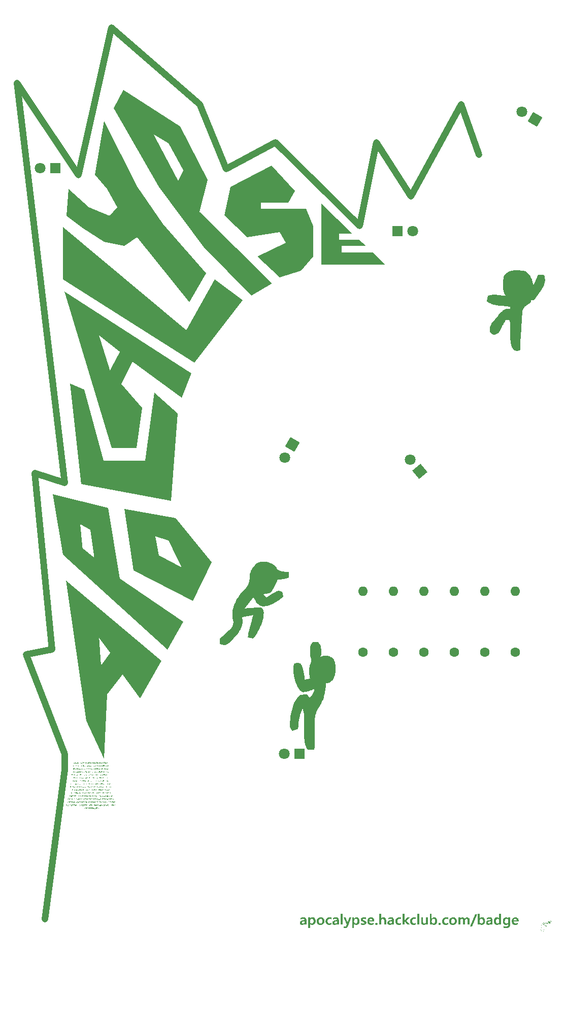
<source format=gts>
%TF.GenerationSoftware,KiCad,Pcbnew,8.0.1*%
%TF.CreationDate,2024-04-29T20:13:38-04:00*%
%TF.ProjectId,HackerBadgePCBV3 (Simplified),4861636b-6572-4426-9164-676550434256,1.8*%
%TF.SameCoordinates,Original*%
%TF.FileFunction,Soldermask,Top*%
%TF.FilePolarity,Negative*%
%FSLAX46Y46*%
G04 Gerber Fmt 4.6, Leading zero omitted, Abs format (unit mm)*
G04 Created by KiCad (PCBNEW 8.0.1) date 2024-04-29 20:13:38*
%MOMM*%
%LPD*%
G01*
G04 APERTURE LIST*
G04 Aperture macros list*
%AMRotRect*
0 Rectangle, with rotation*
0 The origin of the aperture is its center*
0 $1 length*
0 $2 width*
0 $3 Rotation angle, in degrees counterclockwise*
0 Add horizontal line*
21,1,$1,$2,0,0,$3*%
G04 Aperture macros list end*
%ADD10C,0.000000*%
%ADD11C,1.124479*%
%ADD12C,0.010000*%
%ADD13C,0.007500*%
%ADD14C,0.250000*%
%ADD15RotRect,1.800000X1.800000X130.000000*%
%ADD16C,1.800000*%
%ADD17R,1.800000X1.800000*%
%ADD18RotRect,1.800000X1.800000X240.000000*%
%ADD19RotRect,1.800000X1.800000X150.000000*%
%ADD20C,1.600000*%
%ADD21O,1.600000X1.600000*%
G04 APERTURE END LIST*
D10*
G36*
X109183802Y-49333698D02*
G01*
X113456823Y-55630781D01*
X120653489Y-63839479D01*
X117842291Y-68674739D01*
X109183802Y-57767292D01*
X107047291Y-59229115D01*
X103673854Y-58554427D01*
X100075521Y-56305469D01*
X97376771Y-54281407D01*
X97714115Y-49783490D01*
X101087552Y-52819584D01*
X104573437Y-54281407D01*
X105810365Y-52819584D01*
X104123646Y-49783490D01*
X102099583Y-47422084D01*
X103673854Y-38426251D01*
X109183802Y-49333698D01*
G37*
D11*
X89089581Y-32098792D02*
X97073383Y-98667955D01*
X99322341Y-47391708D02*
X89089581Y-32098792D01*
D10*
G36*
X102774271Y-124336455D02*
G01*
X103111615Y-129171712D01*
X104798333Y-126922758D01*
X106822395Y-130521088D01*
X104123646Y-134006975D01*
X103673854Y-144801972D01*
X100637761Y-138392446D01*
X97264323Y-115003277D01*
X102774271Y-124336455D01*
G37*
G36*
X116380469Y-39325834D02*
G01*
X120878385Y-48209220D01*
X119529010Y-53606718D01*
X131673384Y-65526198D01*
X128187500Y-67550259D01*
X120203697Y-59454011D01*
X117280051Y-47422084D01*
X114356406Y-42137032D01*
X110870520Y-40000521D01*
X105248125Y-36289740D01*
X106822395Y-33253647D01*
X116380469Y-39325834D01*
G37*
G36*
X177620420Y-172151627D02*
G01*
X177621624Y-172151807D01*
X177622786Y-172152081D01*
X177623901Y-172152450D01*
X177624964Y-172152912D01*
X177625971Y-172153467D01*
X177626915Y-172154114D01*
X177627793Y-172154853D01*
X177628600Y-172155684D01*
X177629330Y-172156606D01*
X177629978Y-172157618D01*
X177630540Y-172158720D01*
X177631011Y-172159912D01*
X177631386Y-172161192D01*
X177631660Y-172162561D01*
X177631828Y-172164018D01*
X177631885Y-172165562D01*
X177631721Y-172167146D01*
X177631241Y-172168974D01*
X177630466Y-172171025D01*
X177629414Y-172173278D01*
X177626560Y-172178307D01*
X177622834Y-172183895D01*
X177618393Y-172189877D01*
X177613393Y-172196084D01*
X177607990Y-172202352D01*
X177602340Y-172208513D01*
X177596599Y-172214401D01*
X177590923Y-172219850D01*
X177585468Y-172224693D01*
X177580390Y-172228764D01*
X177575846Y-172231897D01*
X177573823Y-172233060D01*
X177571991Y-172233925D01*
X177570371Y-172234473D01*
X177568982Y-172234682D01*
X177567843Y-172234531D01*
X177566974Y-172234001D01*
X177566752Y-172233753D01*
X177566616Y-172233409D01*
X177566563Y-172232972D01*
X177566591Y-172232444D01*
X177566884Y-172231127D01*
X177567481Y-172229481D01*
X177568367Y-172227529D01*
X177569529Y-172225294D01*
X177570950Y-172222799D01*
X177572618Y-172220066D01*
X177576634Y-172213978D01*
X177581460Y-172207212D01*
X177586980Y-172199950D01*
X177593079Y-172192373D01*
X177598820Y-172185082D01*
X177603817Y-172178626D01*
X177607987Y-172173112D01*
X177609736Y-172170743D01*
X177611247Y-172168649D01*
X177612511Y-172166844D01*
X177613516Y-172165343D01*
X177614252Y-172164158D01*
X177614709Y-172163302D01*
X177614830Y-172163002D01*
X177614877Y-172162790D01*
X177614849Y-172162666D01*
X177614806Y-172162638D01*
X177614745Y-172162634D01*
X177614563Y-172162694D01*
X177614303Y-172162848D01*
X177613962Y-172163098D01*
X177613540Y-172163445D01*
X177612228Y-172164595D01*
X177610940Y-172165662D01*
X177609679Y-172166647D01*
X177608449Y-172167552D01*
X177607252Y-172168376D01*
X177606091Y-172169119D01*
X177604971Y-172169784D01*
X177603894Y-172170369D01*
X177602864Y-172170875D01*
X177601883Y-172171304D01*
X177600955Y-172171655D01*
X177600084Y-172171929D01*
X177599272Y-172172126D01*
X177598522Y-172172248D01*
X177597839Y-172172294D01*
X177597224Y-172172265D01*
X177596682Y-172172162D01*
X177596216Y-172171984D01*
X177595828Y-172171734D01*
X177595523Y-172171410D01*
X177595302Y-172171015D01*
X177595170Y-172170547D01*
X177595130Y-172170008D01*
X177595185Y-172169398D01*
X177595338Y-172168719D01*
X177595592Y-172167969D01*
X177595951Y-172167150D01*
X177596418Y-172166262D01*
X177596996Y-172165306D01*
X177597689Y-172164283D01*
X177598499Y-172163192D01*
X177599429Y-172162034D01*
X177600640Y-172160631D01*
X177601887Y-172159330D01*
X177603165Y-172158131D01*
X177604470Y-172157035D01*
X177605797Y-172156039D01*
X177607140Y-172155145D01*
X177608496Y-172154350D01*
X177609858Y-172153656D01*
X177611223Y-172153060D01*
X177612584Y-172152564D01*
X177613938Y-172152165D01*
X177615280Y-172151864D01*
X177616603Y-172151661D01*
X177617904Y-172151554D01*
X177619178Y-172151543D01*
X177620420Y-172151627D01*
G37*
D11*
X149024319Y-41994207D02*
X146213117Y-55825301D01*
D10*
G36*
X118179635Y-80481770D02*
G01*
X106485052Y-77108333D01*
X102774271Y-74184687D01*
X104910781Y-80931562D01*
X106485052Y-82280936D01*
X109970938Y-86216612D01*
X109071353Y-92963490D01*
X104910781Y-92963490D01*
X97039427Y-66875571D01*
X118179635Y-80481770D01*
G37*
G36*
X177989955Y-172038609D02*
G01*
X177990885Y-172038745D01*
X177991691Y-172038965D01*
X177992376Y-172039263D01*
X177992943Y-172039635D01*
X177993397Y-172040074D01*
X177993740Y-172040574D01*
X177993978Y-172041131D01*
X177994114Y-172041738D01*
X177994151Y-172042390D01*
X177994093Y-172043082D01*
X177993944Y-172043808D01*
X177993707Y-172044563D01*
X177993388Y-172045340D01*
X177992988Y-172046134D01*
X177992512Y-172046940D01*
X177991964Y-172047753D01*
X177991347Y-172048566D01*
X177990665Y-172049374D01*
X177989923Y-172050172D01*
X177989123Y-172050954D01*
X177988269Y-172051714D01*
X177987365Y-172052447D01*
X177986416Y-172053147D01*
X177985424Y-172053809D01*
X177984393Y-172054428D01*
X177983327Y-172054996D01*
X177982231Y-172055510D01*
X177981106Y-172055964D01*
X177979959Y-172056352D01*
X177978791Y-172056668D01*
X177977607Y-172056906D01*
X177976156Y-172057152D01*
X177974461Y-172057617D01*
X177972545Y-172058289D01*
X177970430Y-172059155D01*
X177968137Y-172060203D01*
X177965689Y-172061421D01*
X177963105Y-172062795D01*
X177960409Y-172064315D01*
X177957622Y-172065966D01*
X177954766Y-172067738D01*
X177948933Y-172071591D01*
X177945999Y-172073648D01*
X177943083Y-172075775D01*
X177940206Y-172077959D01*
X177937391Y-172080190D01*
X177931688Y-172084687D01*
X177926493Y-172088651D01*
X177921819Y-172092077D01*
X177917679Y-172094962D01*
X177914084Y-172097302D01*
X177912496Y-172098265D01*
X177911048Y-172099091D01*
X177909743Y-172099778D01*
X177908582Y-172100326D01*
X177907567Y-172100735D01*
X177906699Y-172101004D01*
X177905980Y-172101132D01*
X177905411Y-172101119D01*
X177905184Y-172101059D01*
X177904994Y-172100964D01*
X177904843Y-172100834D01*
X177904731Y-172100667D01*
X177904657Y-172100466D01*
X177904623Y-172100228D01*
X177904671Y-172099646D01*
X177904878Y-172098919D01*
X177905244Y-172098049D01*
X177905771Y-172097034D01*
X177906461Y-172095874D01*
X177907316Y-172094568D01*
X177908336Y-172093116D01*
X177909524Y-172091517D01*
X177910880Y-172089771D01*
X177914107Y-172085834D01*
X177926736Y-172071211D01*
X177926713Y-172071304D01*
X177926718Y-172071552D01*
X177926807Y-172071723D01*
X177926974Y-172071833D01*
X177927210Y-172071898D01*
X177927877Y-172071895D01*
X177928792Y-172071722D01*
X177929938Y-172071381D01*
X177931300Y-172070880D01*
X177932860Y-172070222D01*
X177934601Y-172069414D01*
X177936509Y-172068460D01*
X177938565Y-172067365D01*
X177940753Y-172066135D01*
X177943057Y-172064775D01*
X177945460Y-172063290D01*
X177947946Y-172061684D01*
X177950498Y-172059964D01*
X177953100Y-172058135D01*
X177955735Y-172056201D01*
X177958510Y-172054375D01*
X177961269Y-172052607D01*
X177963995Y-172050905D01*
X177966671Y-172049278D01*
X177969281Y-172047733D01*
X177971808Y-172046279D01*
X177974236Y-172044924D01*
X177976549Y-172043677D01*
X177978729Y-172042546D01*
X177980760Y-172041539D01*
X177982626Y-172040664D01*
X177984310Y-172039929D01*
X177985795Y-172039343D01*
X177987066Y-172038915D01*
X177988105Y-172038652D01*
X177988533Y-172038585D01*
X177988896Y-172038562D01*
X177989955Y-172038609D01*
G37*
G36*
X145054684Y-57205052D02*
G01*
X142805727Y-57205052D01*
X142805727Y-58217083D01*
X146179164Y-58217083D01*
X147303645Y-59229115D01*
X143255519Y-59229115D01*
X143255519Y-60353592D01*
X148540571Y-60353592D01*
X150564632Y-62377656D01*
X139882081Y-62377656D01*
X139882081Y-52257344D01*
X145054684Y-57205052D01*
G37*
D11*
X104832289Y-22878063D02*
X99322341Y-47391708D01*
D10*
G36*
X138925455Y-125251895D02*
G01*
X138970445Y-125253930D01*
X139018149Y-125257321D01*
X139069922Y-125262069D01*
X139191103Y-125275633D01*
X139344840Y-125294624D01*
X139421946Y-125373717D01*
X139489524Y-125447464D01*
X139548301Y-125516900D01*
X139599006Y-125583059D01*
X139642365Y-125646979D01*
X139661518Y-125678423D01*
X139679107Y-125709695D01*
X139695223Y-125740925D01*
X139709958Y-125772243D01*
X139723402Y-125803777D01*
X139735646Y-125835657D01*
X139756899Y-125900975D01*
X139774444Y-125969231D01*
X139789009Y-126041462D01*
X139801320Y-126118703D01*
X139812107Y-126201989D01*
X139822095Y-126292357D01*
X139842589Y-126498480D01*
X139891061Y-126944135D01*
X139893804Y-127072856D01*
X139894201Y-127126361D01*
X139893604Y-127174108D01*
X139891758Y-127217210D01*
X139888403Y-127256776D01*
X139883283Y-127293917D01*
X139876139Y-127329744D01*
X139866715Y-127365368D01*
X139854753Y-127401899D01*
X139839995Y-127440448D01*
X139822184Y-127482125D01*
X139801062Y-127528042D01*
X139776372Y-127579308D01*
X139715257Y-127702332D01*
X140201430Y-127575002D01*
X140343617Y-127563383D01*
X140475966Y-127556043D01*
X140599623Y-127553286D01*
X140715736Y-127555416D01*
X140825449Y-127562736D01*
X140929909Y-127575550D01*
X141030262Y-127594162D01*
X141127655Y-127618877D01*
X141223234Y-127649998D01*
X141318144Y-127687829D01*
X141413532Y-127732675D01*
X141510544Y-127784838D01*
X141610326Y-127844623D01*
X141714025Y-127912334D01*
X141822787Y-127988274D01*
X141937757Y-128072749D01*
X142021400Y-128284703D01*
X142093078Y-128494773D01*
X142152967Y-128703261D01*
X142201239Y-128910468D01*
X142238070Y-129116694D01*
X142263632Y-129322239D01*
X142278099Y-129527406D01*
X142281646Y-129732495D01*
X142274447Y-129937806D01*
X142256675Y-130143642D01*
X142228504Y-130350301D01*
X142190109Y-130558086D01*
X142141662Y-130767297D01*
X142083339Y-130978235D01*
X142015312Y-131191202D01*
X141937757Y-131406497D01*
X141784020Y-131567469D01*
X141662839Y-131691545D01*
X141611066Y-131742459D01*
X141563362Y-131787405D01*
X141518371Y-131827467D01*
X141474737Y-131863731D01*
X141431103Y-131897282D01*
X141386112Y-131929205D01*
X141338408Y-131960586D01*
X141286635Y-131992509D01*
X141229435Y-132026060D01*
X141165453Y-132062323D01*
X141011716Y-132147331D01*
X140641299Y-132147331D01*
X140626830Y-132534389D01*
X140606358Y-132816201D01*
X140579290Y-133089214D01*
X140545273Y-133354238D01*
X140503954Y-133612085D01*
X140454979Y-133863568D01*
X140397998Y-134109496D01*
X140332655Y-134350683D01*
X140258599Y-134587938D01*
X140175476Y-134822074D01*
X140082934Y-135053902D01*
X139980620Y-135284234D01*
X139868180Y-135513881D01*
X139745263Y-135743654D01*
X139611515Y-135974365D01*
X139466583Y-136206826D01*
X139310115Y-136441848D01*
X139211762Y-136605111D01*
X139126056Y-136769242D01*
X139052145Y-136934356D01*
X138989179Y-137100569D01*
X138936307Y-137267996D01*
X138892678Y-137436753D01*
X138857442Y-137606955D01*
X138829748Y-137778717D01*
X138808746Y-137952156D01*
X138793585Y-138127387D01*
X138783414Y-138304525D01*
X138777382Y-138483686D01*
X138774336Y-138848538D01*
X138777641Y-139222868D01*
X138781981Y-139865312D01*
X138789216Y-140528008D01*
X138800792Y-141838938D01*
X138807303Y-142422957D01*
X138800971Y-142577648D01*
X138793953Y-142698415D01*
X138789442Y-142749142D01*
X138783865Y-142795066D01*
X138776926Y-142837413D01*
X138768326Y-142877409D01*
X138757768Y-142916279D01*
X138744953Y-142955249D01*
X138729584Y-142995546D01*
X138711364Y-143038395D01*
X138689994Y-143085022D01*
X138665176Y-143136653D01*
X138604008Y-143259831D01*
X138342111Y-143272853D01*
X138245890Y-143276109D01*
X138158350Y-143277194D01*
X138068640Y-143276109D01*
X137965907Y-143272853D01*
X137677966Y-143259831D01*
X137591666Y-143165220D01*
X137512660Y-143061835D01*
X137440643Y-142950191D01*
X137375305Y-142830806D01*
X137316341Y-142704197D01*
X137263442Y-142570880D01*
X137174612Y-142286194D01*
X137106356Y-141980885D01*
X137056215Y-141659089D01*
X137021730Y-141324943D01*
X137000443Y-140982584D01*
X136989895Y-140636147D01*
X136987627Y-140289770D01*
X136998096Y-139613742D01*
X137012178Y-138987593D01*
X137010204Y-138444415D01*
X136989222Y-137890239D01*
X136972221Y-137390409D01*
X136965079Y-137238503D01*
X136957273Y-137117927D01*
X136952315Y-137065787D01*
X136946222Y-137017158D01*
X136938672Y-136970600D01*
X136929343Y-136924674D01*
X136917912Y-136877937D01*
X136904055Y-136828951D01*
X136887452Y-136776274D01*
X136867778Y-136718467D01*
X136817928Y-136581699D01*
X136751925Y-136407124D01*
X136651555Y-136612554D01*
X136561129Y-136816183D01*
X136480062Y-137018481D01*
X136407766Y-137219916D01*
X136343657Y-137420960D01*
X136287148Y-137622082D01*
X136237652Y-137823750D01*
X136194584Y-138026435D01*
X136157357Y-138230607D01*
X136125385Y-138436734D01*
X136098083Y-138645287D01*
X136074863Y-138856735D01*
X136038328Y-139290195D01*
X136011091Y-139740872D01*
X135085049Y-140111289D01*
X135004081Y-140028018D01*
X134933895Y-139950684D01*
X134873709Y-139878140D01*
X134847122Y-139843307D01*
X134822741Y-139809241D01*
X134800469Y-139775799D01*
X134780207Y-139742839D01*
X134761859Y-139710217D01*
X134745325Y-139677790D01*
X134730509Y-139645415D01*
X134717313Y-139612947D01*
X134705638Y-139580245D01*
X134695387Y-139547165D01*
X134686462Y-139513563D01*
X134678765Y-139479297D01*
X134666665Y-139408197D01*
X134658303Y-139332719D01*
X134652897Y-139251718D01*
X134649664Y-139164047D01*
X134647823Y-139068560D01*
X134645180Y-138849556D01*
X134654996Y-138551748D01*
X134673973Y-138246847D01*
X134702637Y-137936553D01*
X134741516Y-137622563D01*
X134791135Y-137306576D01*
X134852020Y-136990290D01*
X134924698Y-136675403D01*
X135009695Y-136363615D01*
X135107538Y-136056622D01*
X135218751Y-135756124D01*
X135343862Y-135463818D01*
X135483397Y-135181404D01*
X135637882Y-134910578D01*
X135807843Y-134653041D01*
X135993807Y-134410489D01*
X136196300Y-134184622D01*
X136426725Y-134131086D01*
X136607231Y-134090572D01*
X136753010Y-134060910D01*
X136879255Y-134039930D01*
X136939801Y-134032017D01*
X137001160Y-134025461D01*
X137133917Y-134015332D01*
X137292719Y-134007374D01*
X137492758Y-133999416D01*
X137863174Y-134555039D01*
X137954310Y-134473456D01*
X138038820Y-134391903D01*
X138117174Y-134310057D01*
X138189843Y-134227597D01*
X138257295Y-134144204D01*
X138319999Y-134059555D01*
X138378426Y-133973329D01*
X138433044Y-133885206D01*
X138484324Y-133794863D01*
X138532733Y-133701982D01*
X138578743Y-133606239D01*
X138622821Y-133507314D01*
X138665438Y-133404887D01*
X138707064Y-133298635D01*
X138789216Y-133073376D01*
X138497658Y-133201427D01*
X138280620Y-133289874D01*
X138071315Y-133371202D01*
X137866328Y-133443970D01*
X137764387Y-133476695D01*
X137662244Y-133506739D01*
X137559474Y-133533923D01*
X137455649Y-133558067D01*
X137350343Y-133578990D01*
X137243129Y-133596513D01*
X137133579Y-133610455D01*
X137021267Y-133620637D01*
X136905767Y-133626878D01*
X136786651Y-133628999D01*
X136714811Y-133594204D01*
X136646280Y-133557101D01*
X136580933Y-133517766D01*
X136518646Y-133476272D01*
X136459296Y-133432695D01*
X136402757Y-133387110D01*
X136348907Y-133339592D01*
X136297620Y-133290215D01*
X136248773Y-133239054D01*
X136202243Y-133186184D01*
X136157904Y-133131680D01*
X136115632Y-133075617D01*
X136075304Y-133018070D01*
X136036796Y-132959113D01*
X135964742Y-132837270D01*
X135898476Y-132710687D01*
X135837008Y-132579963D01*
X135779344Y-132445696D01*
X135724491Y-132308487D01*
X135513344Y-131742189D01*
X135461503Y-131572144D01*
X135415199Y-131402451D01*
X135374292Y-131232996D01*
X135338643Y-131063661D01*
X135308113Y-130894331D01*
X135282561Y-130724889D01*
X135261850Y-130555220D01*
X135245839Y-130385207D01*
X135234389Y-130214734D01*
X135227362Y-130043685D01*
X135224617Y-129871944D01*
X135226016Y-129699394D01*
X135231418Y-129525920D01*
X135240686Y-129351405D01*
X135270258Y-128998789D01*
X135302969Y-128966176D01*
X135332273Y-128937566D01*
X135359101Y-128912618D01*
X135371878Y-128901411D01*
X135384385Y-128890993D01*
X135396741Y-128881321D01*
X135409060Y-128872353D01*
X135421459Y-128864046D01*
X135434056Y-128856357D01*
X135446967Y-128849246D01*
X135460307Y-128842668D01*
X135474195Y-128836582D01*
X135488746Y-128830946D01*
X135504077Y-128825716D01*
X135520304Y-128820851D01*
X135537545Y-128816308D01*
X135555916Y-128812045D01*
X135575532Y-128808019D01*
X135596512Y-128804189D01*
X135643026Y-128796943D01*
X135696390Y-128789968D01*
X135757537Y-128782925D01*
X135906911Y-128767280D01*
X136381508Y-128813583D01*
X136453589Y-128924990D01*
X136518283Y-129031876D01*
X136576145Y-129135066D01*
X136627734Y-129235383D01*
X136673606Y-129333651D01*
X136714319Y-129430696D01*
X136750430Y-129527342D01*
X136782496Y-129624412D01*
X136811075Y-129722732D01*
X136836723Y-129823125D01*
X136859999Y-129926416D01*
X136881458Y-130033428D01*
X136921159Y-130261917D01*
X136960284Y-130515187D01*
X137054335Y-131125070D01*
X137122341Y-131591708D01*
X138048382Y-131406497D01*
X137955778Y-131117112D01*
X137901909Y-130827558D01*
X137880083Y-130684925D01*
X137862086Y-130543507D01*
X137848233Y-130403146D01*
X137838842Y-130263679D01*
X137834228Y-130124948D01*
X137834709Y-129986793D01*
X137840601Y-129849052D01*
X137852221Y-129711566D01*
X137869886Y-129574175D01*
X137893912Y-129436719D01*
X137924615Y-129299037D01*
X137962313Y-129160969D01*
X138007322Y-129022356D01*
X138059958Y-128883037D01*
X138097191Y-128782998D01*
X138127414Y-128689359D01*
X138151045Y-128601167D01*
X138168501Y-128517471D01*
X138180200Y-128437318D01*
X138186560Y-128359756D01*
X138187998Y-128283832D01*
X138184931Y-128208595D01*
X138177779Y-128133091D01*
X138166958Y-128056370D01*
X138152886Y-127977477D01*
X138135981Y-127895462D01*
X138048382Y-127517126D01*
X138035808Y-127303163D01*
X138025936Y-127089043D01*
X138018607Y-126874816D01*
X138013656Y-126660535D01*
X138005698Y-126236584D01*
X138020510Y-126107979D01*
X138027929Y-126053809D01*
X138036162Y-126004554D01*
X138045816Y-125958835D01*
X138057495Y-125915271D01*
X138071804Y-125872482D01*
X138089349Y-125829090D01*
X138110734Y-125783714D01*
X138136565Y-125734974D01*
X138167447Y-125681490D01*
X138203985Y-125621883D01*
X138246784Y-125554772D01*
X138296449Y-125478779D01*
X138418799Y-125294624D01*
X138572537Y-125275633D01*
X138693718Y-125262069D01*
X138745491Y-125257321D01*
X138793195Y-125253930D01*
X138838186Y-125251895D01*
X138881820Y-125251217D01*
X138925455Y-125251895D01*
G37*
G36*
X178021087Y-171746286D02*
G01*
X178047007Y-171748099D01*
X178072405Y-171750872D01*
X178096729Y-171754570D01*
X178108315Y-171756757D01*
X178119424Y-171759162D01*
X178128055Y-171761242D01*
X178136251Y-171763533D01*
X178144056Y-171766064D01*
X178151516Y-171768863D01*
X178158673Y-171771961D01*
X178165573Y-171775384D01*
X178172260Y-171779164D01*
X178178779Y-171783327D01*
X178185173Y-171787904D01*
X178191488Y-171792924D01*
X178197768Y-171798415D01*
X178204057Y-171804406D01*
X178210400Y-171810926D01*
X178216841Y-171818004D01*
X178223425Y-171825670D01*
X178230196Y-171833951D01*
X178233275Y-171837740D01*
X178236174Y-171841176D01*
X178238912Y-171844271D01*
X178241507Y-171847037D01*
X178243978Y-171849484D01*
X178246344Y-171851624D01*
X178247493Y-171852583D01*
X178248623Y-171853469D01*
X178249736Y-171854284D01*
X178250834Y-171855029D01*
X178251919Y-171855707D01*
X178252995Y-171856317D01*
X178254062Y-171856862D01*
X178255125Y-171857343D01*
X178256184Y-171857762D01*
X178257242Y-171858119D01*
X178258302Y-171858417D01*
X178259366Y-171858656D01*
X178260436Y-171858839D01*
X178261515Y-171858966D01*
X178262605Y-171859039D01*
X178263707Y-171859060D01*
X178264825Y-171859030D01*
X178265961Y-171858949D01*
X178267118Y-171858821D01*
X178268296Y-171858645D01*
X178269086Y-171858457D01*
X178269866Y-171858290D01*
X178270636Y-171858142D01*
X178271394Y-171858016D01*
X178272140Y-171857909D01*
X178272873Y-171857822D01*
X178273591Y-171857755D01*
X178274293Y-171857708D01*
X178274979Y-171857681D01*
X178275648Y-171857673D01*
X178276298Y-171857684D01*
X178276928Y-171857715D01*
X178277538Y-171857765D01*
X178278126Y-171857834D01*
X178278691Y-171857921D01*
X178279232Y-171858028D01*
X178279749Y-171858153D01*
X178280239Y-171858296D01*
X178280703Y-171858458D01*
X178281139Y-171858638D01*
X178281546Y-171858837D01*
X178281923Y-171859053D01*
X178282269Y-171859287D01*
X178282583Y-171859538D01*
X178282864Y-171859807D01*
X178283111Y-171860094D01*
X178283323Y-171860398D01*
X178283498Y-171860719D01*
X178283637Y-171861057D01*
X178283737Y-171861413D01*
X178283798Y-171861785D01*
X178283818Y-171862173D01*
X178283789Y-171862760D01*
X178283704Y-171863330D01*
X178283563Y-171863882D01*
X178283368Y-171864417D01*
X178283119Y-171864932D01*
X178282818Y-171865429D01*
X178282467Y-171865906D01*
X178282065Y-171866362D01*
X178281615Y-171866798D01*
X178281118Y-171867213D01*
X178279986Y-171867977D01*
X178278678Y-171868651D01*
X178277204Y-171869229D01*
X178275572Y-171869708D01*
X178273793Y-171870083D01*
X178271875Y-171870351D01*
X178269828Y-171870507D01*
X178267662Y-171870548D01*
X178265384Y-171870469D01*
X178263006Y-171870266D01*
X178260535Y-171869934D01*
X178260274Y-171869938D01*
X178260022Y-171869951D01*
X178259778Y-171869971D01*
X178259543Y-171870000D01*
X178259315Y-171870038D01*
X178259096Y-171870083D01*
X178258885Y-171870137D01*
X178258683Y-171870199D01*
X178258489Y-171870269D01*
X178258303Y-171870348D01*
X178258125Y-171870434D01*
X178257955Y-171870530D01*
X178257794Y-171870633D01*
X178257641Y-171870745D01*
X178257496Y-171870864D01*
X178257360Y-171870993D01*
X178257232Y-171871129D01*
X178257112Y-171871274D01*
X178257000Y-171871427D01*
X178256897Y-171871588D01*
X178256802Y-171871757D01*
X178256715Y-171871935D01*
X178256636Y-171872121D01*
X178256566Y-171872315D01*
X178256504Y-171872518D01*
X178256450Y-171872729D01*
X178256405Y-171872948D01*
X178256368Y-171873175D01*
X178256339Y-171873411D01*
X178256318Y-171873655D01*
X178256306Y-171873907D01*
X178256302Y-171874167D01*
X178257075Y-171879673D01*
X178257529Y-171884840D01*
X178257630Y-171887311D01*
X178257643Y-171889712D01*
X178257565Y-171892051D01*
X178257393Y-171894331D01*
X178257125Y-171896559D01*
X178256759Y-171898739D01*
X178256291Y-171900877D01*
X178255719Y-171902978D01*
X178255040Y-171905048D01*
X178254251Y-171907091D01*
X178253349Y-171909114D01*
X178252333Y-171911121D01*
X178251199Y-171913118D01*
X178249944Y-171915109D01*
X178248566Y-171917101D01*
X178247062Y-171919098D01*
X178245429Y-171921107D01*
X178243665Y-171923131D01*
X178239732Y-171927250D01*
X178235241Y-171931496D01*
X178230170Y-171935913D01*
X178224497Y-171940543D01*
X178218202Y-171945429D01*
X178212813Y-171949620D01*
X178207735Y-171953760D01*
X178202933Y-171957896D01*
X178198369Y-171962075D01*
X178194008Y-171966346D01*
X178189813Y-171970754D01*
X178185748Y-171975349D01*
X178181777Y-171980177D01*
X178177864Y-171985287D01*
X178173973Y-171990725D01*
X178170068Y-171996539D01*
X178166112Y-172002777D01*
X178162069Y-172009486D01*
X178157903Y-172016715D01*
X178149057Y-172032918D01*
X178142670Y-172045030D01*
X178136324Y-172057325D01*
X178130193Y-172069455D01*
X178124451Y-172081072D01*
X178119271Y-172091829D01*
X178114827Y-172101378D01*
X178111292Y-172109374D01*
X178108841Y-172115468D01*
X178106486Y-172121657D01*
X178104129Y-172127310D01*
X178101683Y-172132505D01*
X178099062Y-172137318D01*
X178096181Y-172141824D01*
X178092953Y-172146101D01*
X178089294Y-172150225D01*
X178085116Y-172154273D01*
X178080335Y-172158321D01*
X178074865Y-172162445D01*
X178068620Y-172166722D01*
X178061513Y-172171228D01*
X178053460Y-172176041D01*
X178044375Y-172181236D01*
X178022763Y-172193079D01*
X178007481Y-172200895D01*
X177991758Y-172208215D01*
X177975533Y-172215056D01*
X177958745Y-172221433D01*
X177941332Y-172227364D01*
X177923234Y-172232865D01*
X177904390Y-172237953D01*
X177884738Y-172242644D01*
X177864219Y-172246954D01*
X177842770Y-172250901D01*
X177796842Y-172257769D01*
X177746465Y-172263381D01*
X177691152Y-172267868D01*
X177685633Y-172268258D01*
X177679278Y-172268871D01*
X177672312Y-172269666D01*
X177664958Y-172270602D01*
X177649976Y-172272729D01*
X177636118Y-172274923D01*
X177605779Y-172280568D01*
X177619891Y-172295384D01*
X177621917Y-172297664D01*
X177623770Y-172300027D01*
X177625455Y-172302508D01*
X177626979Y-172305141D01*
X177628351Y-172307960D01*
X177629577Y-172310999D01*
X177630664Y-172314292D01*
X177631620Y-172317874D01*
X177632452Y-172321778D01*
X177633168Y-172326039D01*
X177633774Y-172330690D01*
X177634277Y-172335766D01*
X177634686Y-172341301D01*
X177635006Y-172347329D01*
X177635413Y-172361001D01*
X177635633Y-172369275D01*
X177635749Y-172376693D01*
X177635741Y-172383339D01*
X177635589Y-172389300D01*
X177635271Y-172394662D01*
X177634768Y-172399510D01*
X177634440Y-172401768D01*
X177634057Y-172403930D01*
X177633618Y-172406007D01*
X177633120Y-172408009D01*
X177632559Y-172409946D01*
X177631934Y-172411830D01*
X177631241Y-172413672D01*
X177630479Y-172415482D01*
X177629645Y-172417270D01*
X177628735Y-172419048D01*
X177627748Y-172420826D01*
X177626681Y-172422616D01*
X177624297Y-172426270D01*
X177621561Y-172430097D01*
X177618452Y-172434182D01*
X177614952Y-172438612D01*
X177610512Y-172444276D01*
X177605757Y-172450055D01*
X177600838Y-172455802D01*
X177595902Y-172461366D01*
X177591098Y-172466600D01*
X177586575Y-172471354D01*
X177582482Y-172475480D01*
X177578968Y-172478829D01*
X177577547Y-172480174D01*
X177576198Y-172481557D01*
X177574928Y-172482965D01*
X177573743Y-172484385D01*
X177572648Y-172485805D01*
X177571651Y-172487213D01*
X177570757Y-172488595D01*
X177569972Y-172489941D01*
X177569304Y-172491237D01*
X177568757Y-172492471D01*
X177568531Y-172493061D01*
X177568338Y-172493631D01*
X177568179Y-172494179D01*
X177568054Y-172494704D01*
X177567964Y-172495204D01*
X177567911Y-172495677D01*
X177567893Y-172496123D01*
X177567914Y-172496539D01*
X177567972Y-172496924D01*
X177568070Y-172497277D01*
X177568207Y-172497596D01*
X177568385Y-172497879D01*
X177568571Y-172498217D01*
X177568733Y-172498572D01*
X177568871Y-172498942D01*
X177568986Y-172499326D01*
X177569078Y-172499723D01*
X177569148Y-172500133D01*
X177569223Y-172500987D01*
X177569215Y-172501884D01*
X177569129Y-172502815D01*
X177568969Y-172503775D01*
X177568738Y-172504758D01*
X177568441Y-172505757D01*
X177568082Y-172506767D01*
X177567665Y-172507781D01*
X177567194Y-172508793D01*
X177566674Y-172509796D01*
X177566108Y-172510785D01*
X177565501Y-172511754D01*
X177564857Y-172512695D01*
X177551259Y-172529481D01*
X177545689Y-172536543D01*
X177540868Y-172542869D01*
X177536742Y-172548570D01*
X177533256Y-172553759D01*
X177530357Y-172558550D01*
X177529111Y-172560831D01*
X177527992Y-172563054D01*
X177526992Y-172565234D01*
X177526106Y-172567385D01*
X177525326Y-172569520D01*
X177524646Y-172571655D01*
X177524059Y-172573802D01*
X177523558Y-172575976D01*
X177523137Y-172578191D01*
X177522788Y-172580462D01*
X177522283Y-172585224D01*
X177521989Y-172590377D01*
X177521852Y-172596031D01*
X177521818Y-172602301D01*
X177521794Y-172605953D01*
X177521722Y-172609489D01*
X177521604Y-172612892D01*
X177521443Y-172616147D01*
X177521241Y-172619237D01*
X177521000Y-172622145D01*
X177520721Y-172624854D01*
X177520407Y-172627348D01*
X177520060Y-172629611D01*
X177519682Y-172631626D01*
X177519275Y-172633376D01*
X177518842Y-172634845D01*
X177518615Y-172635469D01*
X177518383Y-172636016D01*
X177518145Y-172636485D01*
X177517902Y-172636873D01*
X177517653Y-172637179D01*
X177517400Y-172637400D01*
X177517142Y-172637534D01*
X177516879Y-172637579D01*
X177514095Y-172637248D01*
X177511305Y-172637048D01*
X177508522Y-172636979D01*
X177505756Y-172637038D01*
X177503019Y-172637226D01*
X177500322Y-172637541D01*
X177497677Y-172637983D01*
X177495095Y-172638549D01*
X177492588Y-172639239D01*
X177490166Y-172640052D01*
X177487841Y-172640987D01*
X177485625Y-172642043D01*
X177483529Y-172643219D01*
X177481564Y-172644514D01*
X177479742Y-172645927D01*
X177478888Y-172646677D01*
X177478074Y-172647456D01*
X177476864Y-172648479D01*
X177475110Y-172649685D01*
X177470103Y-172652583D01*
X177463327Y-172656026D01*
X177455055Y-172659892D01*
X177445559Y-172664055D01*
X177435112Y-172668392D01*
X177423987Y-172672778D01*
X177412457Y-172677090D01*
X177356013Y-172698256D01*
X177358129Y-172733534D01*
X177358518Y-172744778D01*
X177358325Y-172750124D01*
X177357799Y-172755484D01*
X177356884Y-172761005D01*
X177355525Y-172766835D01*
X177353666Y-172773121D01*
X177351250Y-172780013D01*
X177348223Y-172787657D01*
X177344528Y-172796201D01*
X177334912Y-172816580D01*
X177321956Y-172842334D01*
X177305213Y-172874645D01*
X177258646Y-172965838D01*
X177222663Y-173036923D01*
X177209930Y-173061066D01*
X177196998Y-173085077D01*
X177190892Y-173096165D01*
X177185257Y-173106178D01*
X177180267Y-173114768D01*
X177176096Y-173121590D01*
X177167202Y-173135968D01*
X177158523Y-173150495D01*
X177150076Y-173165122D01*
X177141877Y-173179798D01*
X177133942Y-173194474D01*
X177126288Y-173209101D01*
X177118932Y-173223628D01*
X177111890Y-173238007D01*
X177094506Y-173274629D01*
X177079843Y-173305828D01*
X177067775Y-173331867D01*
X177058180Y-173353012D01*
X177050933Y-173369526D01*
X177045910Y-173381675D01*
X177044194Y-173386195D01*
X177042987Y-173389723D01*
X177042275Y-173392292D01*
X177042040Y-173393934D01*
X177041788Y-173396483D01*
X177041044Y-173399606D01*
X177039831Y-173403267D01*
X177038171Y-173407428D01*
X177036085Y-173412052D01*
X177033594Y-173417102D01*
X177027488Y-173428330D01*
X177020026Y-173440815D01*
X177011382Y-173454259D01*
X177001729Y-173468365D01*
X176991241Y-173482834D01*
X176963724Y-173519523D01*
X176927035Y-173516701D01*
X176923161Y-173516528D01*
X176919231Y-173516278D01*
X176911303Y-173515565D01*
X176903458Y-173514605D01*
X176895902Y-173513438D01*
X176888843Y-173512105D01*
X176885563Y-173511390D01*
X176882486Y-173510649D01*
X176879635Y-173509887D01*
X176877038Y-173509109D01*
X176874720Y-173508322D01*
X176872707Y-173507529D01*
X176858563Y-173502420D01*
X176842368Y-173497221D01*
X176824586Y-173492038D01*
X176805679Y-173486979D01*
X176786111Y-173482152D01*
X176766345Y-173477664D01*
X176746843Y-173473622D01*
X176728068Y-173470134D01*
X176717384Y-173468234D01*
X176705700Y-173465780D01*
X176693404Y-173462879D01*
X176680884Y-173459639D01*
X176668530Y-173456168D01*
X176656730Y-173452572D01*
X176645872Y-173448961D01*
X176636346Y-173445440D01*
X176570487Y-173420271D01*
X176542411Y-173409808D01*
X176517460Y-173400725D01*
X176495552Y-173392999D01*
X176476604Y-173386603D01*
X176460533Y-173381514D01*
X176447257Y-173377706D01*
X176414096Y-173369240D01*
X176414096Y-173324790D01*
X176414129Y-173320221D01*
X176414226Y-173315790D01*
X176414384Y-173311518D01*
X176414603Y-173307426D01*
X176414880Y-173303538D01*
X176415212Y-173299873D01*
X176415598Y-173296455D01*
X176416036Y-173293304D01*
X176416524Y-173290443D01*
X176417059Y-173287893D01*
X176417639Y-173285675D01*
X176418263Y-173283812D01*
X176418591Y-173283021D01*
X176418928Y-173282326D01*
X176419276Y-173281730D01*
X176419633Y-173281237D01*
X176419999Y-173280848D01*
X176420375Y-173280568D01*
X176420759Y-173280397D01*
X176421152Y-173280340D01*
X176421544Y-173280295D01*
X176421928Y-173280161D01*
X176422304Y-173279941D01*
X176422670Y-173279637D01*
X176423375Y-173278786D01*
X176424040Y-173277628D01*
X176424664Y-173276180D01*
X176425244Y-173274461D01*
X176425779Y-173272490D01*
X176426267Y-173270286D01*
X176426705Y-173267866D01*
X176427091Y-173265250D01*
X176427423Y-173262457D01*
X176427700Y-173259504D01*
X176428078Y-173253195D01*
X176428207Y-173246473D01*
X176429049Y-173223602D01*
X176431371Y-173194604D01*
X176434867Y-173161753D01*
X176439231Y-173127322D01*
X176444158Y-173093587D01*
X176449341Y-173062819D01*
X176454474Y-173037294D01*
X176456926Y-173027207D01*
X176459252Y-173019284D01*
X176471422Y-172978208D01*
X176488885Y-172914509D01*
X176508464Y-172839698D01*
X176526985Y-172765284D01*
X176530467Y-172752258D01*
X176534470Y-172738330D01*
X176538854Y-172723922D01*
X176543477Y-172709457D01*
X176548200Y-172695356D01*
X176552881Y-172682040D01*
X176557380Y-172669931D01*
X176561557Y-172659451D01*
X176565965Y-172649164D01*
X176570630Y-172637612D01*
X176575411Y-172625183D01*
X176580166Y-172612267D01*
X176584756Y-172599251D01*
X176589041Y-172586525D01*
X176592879Y-172574477D01*
X176596129Y-172563495D01*
X176597772Y-172558333D01*
X176599515Y-172553186D01*
X176601343Y-172548087D01*
X176603240Y-172543067D01*
X176605191Y-172538159D01*
X176607180Y-172533395D01*
X176609192Y-172528806D01*
X176611211Y-172524425D01*
X176613221Y-172520284D01*
X176615208Y-172516415D01*
X176617156Y-172512849D01*
X176619049Y-172509620D01*
X176620871Y-172506758D01*
X176622608Y-172504296D01*
X176624244Y-172502267D01*
X176625763Y-172500701D01*
X176627200Y-172499347D01*
X176628597Y-172497938D01*
X176629947Y-172496486D01*
X176631242Y-172495001D01*
X176632475Y-172493496D01*
X176633638Y-172491982D01*
X176634725Y-172490470D01*
X176635729Y-172488971D01*
X176636641Y-172487497D01*
X176637455Y-172486059D01*
X176638164Y-172484669D01*
X176638760Y-172483338D01*
X176639237Y-172482076D01*
X176639586Y-172480897D01*
X176639801Y-172479811D01*
X176639855Y-172479306D01*
X176639874Y-172478829D01*
X176639906Y-172477887D01*
X176640003Y-172476921D01*
X176640162Y-172475939D01*
X176640381Y-172474948D01*
X176640658Y-172473957D01*
X176640990Y-172472975D01*
X176641376Y-172472009D01*
X176641814Y-172471068D01*
X176642302Y-172470159D01*
X176642837Y-172469293D01*
X176643417Y-172468475D01*
X176643724Y-172468088D01*
X176644041Y-172467716D01*
X176644369Y-172467361D01*
X176644706Y-172467023D01*
X176645054Y-172466704D01*
X176645411Y-172466404D01*
X176645777Y-172466125D01*
X176646152Y-172465868D01*
X176646537Y-172465634D01*
X176646929Y-172465423D01*
X176647738Y-172464976D01*
X176648445Y-172464688D01*
X176649052Y-172464556D01*
X176649561Y-172464573D01*
X176649975Y-172464734D01*
X176650293Y-172465034D01*
X176650520Y-172465468D01*
X176650656Y-172466029D01*
X176650662Y-172467517D01*
X176650328Y-172469454D01*
X176649666Y-172471798D01*
X176648693Y-172474507D01*
X176647422Y-172477539D01*
X176645868Y-172480850D01*
X176644045Y-172484400D01*
X176641968Y-172488144D01*
X176639652Y-172492042D01*
X176637109Y-172496050D01*
X176634356Y-172500126D01*
X176631407Y-172504229D01*
X176629980Y-172506421D01*
X176628355Y-172509263D01*
X176624583Y-172516719D01*
X176620233Y-172526243D01*
X176615444Y-172537478D01*
X176610358Y-172550069D01*
X176605114Y-172563661D01*
X176599854Y-172577897D01*
X176594718Y-172592423D01*
X176572581Y-172656629D01*
X176553090Y-172712368D01*
X176549273Y-172723181D01*
X176545307Y-172735243D01*
X176541308Y-172748148D01*
X176537392Y-172761492D01*
X176533674Y-172774868D01*
X176530270Y-172787873D01*
X176527296Y-172800100D01*
X176524868Y-172811145D01*
X176518485Y-172838221D01*
X176508729Y-172875880D01*
X176496988Y-172919095D01*
X176484652Y-172962840D01*
X176474078Y-173001356D01*
X176464620Y-173040517D01*
X176456337Y-173080042D01*
X176449286Y-173119650D01*
X176443524Y-173159059D01*
X176439110Y-173197988D01*
X176436102Y-173236157D01*
X176434557Y-173273284D01*
X176434416Y-173279329D01*
X176434255Y-173284770D01*
X176434072Y-173289613D01*
X176433863Y-173293867D01*
X176433624Y-173297537D01*
X176433354Y-173300631D01*
X176433049Y-173303157D01*
X176432882Y-173304210D01*
X176432705Y-173305122D01*
X176432518Y-173305897D01*
X176432320Y-173306533D01*
X176432111Y-173307033D01*
X176431891Y-173307398D01*
X176431658Y-173307627D01*
X176431538Y-173307691D01*
X176431414Y-173307722D01*
X176431287Y-173307720D01*
X176431156Y-173307685D01*
X176430886Y-173307515D01*
X176430602Y-173307214D01*
X176430305Y-173306782D01*
X176429993Y-173306221D01*
X176429666Y-173305532D01*
X176429325Y-173304715D01*
X176428968Y-173303771D01*
X176428207Y-173301506D01*
X176427446Y-173299069D01*
X176426748Y-173297055D01*
X176426110Y-173295476D01*
X176425528Y-173294341D01*
X176425001Y-173293660D01*
X176424756Y-173293494D01*
X176424524Y-173293445D01*
X176424303Y-173293515D01*
X176424094Y-173293705D01*
X176423896Y-173294017D01*
X176423709Y-173294451D01*
X176423366Y-173295693D01*
X176423060Y-173297441D01*
X176422790Y-173299706D01*
X176422552Y-173302499D01*
X176422159Y-173309706D01*
X176421857Y-173319145D01*
X176421152Y-173355129D01*
X176490296Y-173378412D01*
X176521473Y-173389260D01*
X176556089Y-173401695D01*
X176589912Y-173414131D01*
X176618707Y-173424979D01*
X176631892Y-173429787D01*
X176646268Y-173434603D01*
X176661371Y-173439303D01*
X176676739Y-173443764D01*
X176691909Y-173447861D01*
X176706416Y-173451470D01*
X176719800Y-173454467D01*
X176731596Y-173456729D01*
X176743454Y-173458957D01*
X176757007Y-173461855D01*
X176771767Y-173465299D01*
X176787247Y-173469164D01*
X176802958Y-173473327D01*
X176818412Y-173477664D01*
X176833123Y-173482050D01*
X176846602Y-173486362D01*
X176852912Y-173488428D01*
X176859121Y-173490387D01*
X176871087Y-173493958D01*
X176882209Y-173497016D01*
X176892198Y-173499503D01*
X176896678Y-173500515D01*
X176900765Y-173501362D01*
X176904425Y-173502038D01*
X176907621Y-173502535D01*
X176910317Y-173502846D01*
X176912476Y-173502963D01*
X176914063Y-173502880D01*
X176914630Y-173502762D01*
X176915040Y-173502590D01*
X176915659Y-173502234D01*
X176916446Y-173501959D01*
X176917391Y-173501762D01*
X176918480Y-173501642D01*
X176919702Y-173501596D01*
X176921043Y-173501622D01*
X176922492Y-173501719D01*
X176924036Y-173501884D01*
X176925663Y-173502115D01*
X176927360Y-173502411D01*
X176929115Y-173502768D01*
X176930915Y-173503185D01*
X176932749Y-173503660D01*
X176934603Y-173504191D01*
X176936465Y-173504776D01*
X176938324Y-173505412D01*
X176940993Y-173506366D01*
X176943471Y-173507093D01*
X176945798Y-173507564D01*
X176946917Y-173507694D01*
X176948014Y-173507749D01*
X176949093Y-173507726D01*
X176950160Y-173507620D01*
X176951220Y-173507429D01*
X176952276Y-173507148D01*
X176953336Y-173506775D01*
X176954403Y-173506304D01*
X176955483Y-173505734D01*
X176956580Y-173505059D01*
X176957700Y-173504277D01*
X176958848Y-173503384D01*
X176961247Y-173501250D01*
X176963818Y-173498629D01*
X176966601Y-173495490D01*
X176969636Y-173491806D01*
X176972964Y-173487547D01*
X176976624Y-173482685D01*
X176980657Y-173477190D01*
X176988916Y-173465837D01*
X176996455Y-173454634D01*
X177003614Y-173442934D01*
X177010731Y-173430094D01*
X177018147Y-173415467D01*
X177026199Y-173398410D01*
X177035226Y-173378277D01*
X177045568Y-173354423D01*
X177057264Y-173328409D01*
X177072457Y-173296457D01*
X177089882Y-173261034D01*
X177108275Y-173224601D01*
X177126370Y-173189624D01*
X177142902Y-173158565D01*
X177156606Y-173133890D01*
X177166218Y-173118062D01*
X177170729Y-173111252D01*
X177175181Y-173104193D01*
X177179452Y-173097102D01*
X177183416Y-173090193D01*
X177186951Y-173083680D01*
X177189932Y-173077779D01*
X177191175Y-173075125D01*
X177192234Y-173072705D01*
X177193093Y-173070546D01*
X177193735Y-173068673D01*
X177195205Y-173064280D01*
X177197428Y-173058663D01*
X177200296Y-173052054D01*
X177203701Y-173044684D01*
X177207536Y-173036785D01*
X177211694Y-173028589D01*
X177216066Y-173020326D01*
X177220546Y-173012229D01*
X177266584Y-172926768D01*
X177293174Y-172876200D01*
X177320029Y-172823845D01*
X177323686Y-172816562D01*
X177326993Y-172809767D01*
X177329962Y-172803419D01*
X177332608Y-172797475D01*
X177334944Y-172791895D01*
X177336983Y-172786638D01*
X177338739Y-172781662D01*
X177340226Y-172776926D01*
X177341456Y-172772388D01*
X177342443Y-172768007D01*
X177343201Y-172763742D01*
X177343743Y-172759552D01*
X177344082Y-172755394D01*
X177344232Y-172751228D01*
X177344206Y-172747013D01*
X177344018Y-172742706D01*
X177343728Y-172738421D01*
X177343383Y-172734548D01*
X177343188Y-172732762D01*
X177342978Y-172731073D01*
X177342751Y-172729479D01*
X177342508Y-172727978D01*
X177342247Y-172726568D01*
X177341968Y-172725247D01*
X177341669Y-172724012D01*
X177341352Y-172722863D01*
X177341014Y-172721796D01*
X177340655Y-172720809D01*
X177340275Y-172719902D01*
X177339873Y-172719070D01*
X177339448Y-172718313D01*
X177339000Y-172717629D01*
X177338528Y-172717015D01*
X177338031Y-172716469D01*
X177337508Y-172715989D01*
X177336960Y-172715573D01*
X177336385Y-172715219D01*
X177335783Y-172714925D01*
X177335153Y-172714689D01*
X177334494Y-172714509D01*
X177333807Y-172714383D01*
X177333089Y-172714308D01*
X177332341Y-172714283D01*
X177331562Y-172714305D01*
X177330751Y-172714373D01*
X177329907Y-172714484D01*
X177328360Y-172714657D01*
X177326893Y-172714641D01*
X177326189Y-172714561D01*
X177325503Y-172714432D01*
X177324835Y-172714252D01*
X177324186Y-172714021D01*
X177323553Y-172713739D01*
X177322939Y-172713404D01*
X177322340Y-172713016D01*
X177321759Y-172712574D01*
X177321193Y-172712078D01*
X177320643Y-172711525D01*
X177319588Y-172710251D01*
X177318592Y-172708745D01*
X177317650Y-172707001D01*
X177316759Y-172705014D01*
X177315917Y-172702776D01*
X177315121Y-172700282D01*
X177314367Y-172697526D01*
X177313652Y-172694501D01*
X177312974Y-172691201D01*
X177312763Y-172689889D01*
X177312529Y-172688598D01*
X177312271Y-172687331D01*
X177311991Y-172686088D01*
X177311690Y-172684872D01*
X177311369Y-172683682D01*
X177311029Y-172682521D01*
X177310670Y-172681389D01*
X177310293Y-172680289D01*
X177309900Y-172679221D01*
X177309491Y-172678186D01*
X177309067Y-172677186D01*
X177308629Y-172676223D01*
X177308178Y-172675297D01*
X177307715Y-172674409D01*
X177307241Y-172673562D01*
X177306757Y-172672756D01*
X177306263Y-172671993D01*
X177305760Y-172671273D01*
X177305250Y-172670599D01*
X177304733Y-172669972D01*
X177304210Y-172669392D01*
X177303683Y-172668861D01*
X177303151Y-172668381D01*
X177302616Y-172667952D01*
X177302080Y-172667576D01*
X177301541Y-172667255D01*
X177301003Y-172666989D01*
X177300465Y-172666780D01*
X177299928Y-172666629D01*
X177299394Y-172666537D01*
X177298863Y-172666506D01*
X177298344Y-172666494D01*
X177297846Y-172666457D01*
X177297369Y-172666397D01*
X177296914Y-172666312D01*
X177296481Y-172666204D01*
X177296069Y-172666074D01*
X177295680Y-172665921D01*
X177295313Y-172665746D01*
X177294969Y-172665549D01*
X177294648Y-172665331D01*
X177294350Y-172665092D01*
X177294075Y-172664832D01*
X177293825Y-172664552D01*
X177293598Y-172664253D01*
X177293396Y-172663934D01*
X177293218Y-172663596D01*
X177293065Y-172663240D01*
X177292937Y-172662865D01*
X177292835Y-172662472D01*
X177292758Y-172662062D01*
X177292707Y-172661635D01*
X177292682Y-172661192D01*
X177292683Y-172660732D01*
X177292711Y-172660256D01*
X177292766Y-172659764D01*
X177292848Y-172659258D01*
X177292957Y-172658737D01*
X177293094Y-172658201D01*
X177293259Y-172657651D01*
X177293452Y-172657088D01*
X177293674Y-172656512D01*
X177293924Y-172655923D01*
X177294263Y-172654693D01*
X177294489Y-172653389D01*
X177294515Y-172653079D01*
X177335199Y-172653079D01*
X177335215Y-172653764D01*
X177335265Y-172654481D01*
X177335348Y-172655229D01*
X177335463Y-172656009D01*
X177335794Y-172657665D01*
X177336257Y-172659451D01*
X177336678Y-172660888D01*
X177337143Y-172662286D01*
X177337648Y-172663635D01*
X177338186Y-172664930D01*
X177338754Y-172666163D01*
X177339345Y-172667326D01*
X177339955Y-172668413D01*
X177340579Y-172669417D01*
X177340894Y-172669885D01*
X177341210Y-172670329D01*
X177341528Y-172670749D01*
X177341845Y-172671144D01*
X177342162Y-172671512D01*
X177342478Y-172671852D01*
X177342792Y-172672165D01*
X177343103Y-172672449D01*
X177343412Y-172672702D01*
X177343716Y-172672925D01*
X177344017Y-172673116D01*
X177344312Y-172673274D01*
X177344601Y-172673399D01*
X177344885Y-172673489D01*
X177345161Y-172673544D01*
X177345429Y-172673562D01*
X177346235Y-172673509D01*
X177347061Y-172673355D01*
X177347904Y-172673104D01*
X177348760Y-172672764D01*
X177349625Y-172672340D01*
X177350494Y-172671837D01*
X177351364Y-172671261D01*
X177352231Y-172670619D01*
X177353091Y-172669915D01*
X177353940Y-172669157D01*
X177355587Y-172667497D01*
X177357141Y-172665687D01*
X177358570Y-172663772D01*
X177359842Y-172661800D01*
X177360925Y-172659816D01*
X177361386Y-172658834D01*
X177361787Y-172657867D01*
X177362125Y-172656921D01*
X177362396Y-172656000D01*
X177362595Y-172655112D01*
X177362719Y-172654261D01*
X177362764Y-172653454D01*
X177362725Y-172652697D01*
X177362599Y-172651995D01*
X177362382Y-172651354D01*
X177362069Y-172650780D01*
X177361657Y-172650279D01*
X177361196Y-172649758D01*
X177360611Y-172649256D01*
X177359913Y-172648775D01*
X177359111Y-172648316D01*
X177358213Y-172647883D01*
X177357229Y-172647476D01*
X177356170Y-172647098D01*
X177355043Y-172646751D01*
X177353858Y-172646437D01*
X177352624Y-172646158D01*
X177351351Y-172645917D01*
X177350049Y-172645715D01*
X177348725Y-172645554D01*
X177347390Y-172645436D01*
X177346053Y-172645364D01*
X177344724Y-172645340D01*
X177343202Y-172645390D01*
X177342491Y-172645453D01*
X177341813Y-172645541D01*
X177341168Y-172645655D01*
X177340557Y-172645796D01*
X177339978Y-172645962D01*
X177339432Y-172646156D01*
X177338919Y-172646376D01*
X177338440Y-172646623D01*
X177337993Y-172646898D01*
X177337580Y-172647200D01*
X177337200Y-172647530D01*
X177336852Y-172647889D01*
X177336538Y-172648276D01*
X177336257Y-172648691D01*
X177336009Y-172649136D01*
X177335794Y-172649609D01*
X177335612Y-172650112D01*
X177335463Y-172650645D01*
X177335348Y-172651208D01*
X177335265Y-172651801D01*
X177335215Y-172652425D01*
X177335199Y-172653079D01*
X177294515Y-172653079D01*
X177294603Y-172652021D01*
X177294607Y-172650598D01*
X177294504Y-172649130D01*
X177294296Y-172647626D01*
X177293984Y-172646095D01*
X177293571Y-172644546D01*
X177293059Y-172642989D01*
X177292449Y-172641433D01*
X177291745Y-172639887D01*
X177290947Y-172638361D01*
X177290059Y-172636864D01*
X177289081Y-172635405D01*
X177288017Y-172633994D01*
X177286868Y-172632640D01*
X177285803Y-172631369D01*
X177284729Y-172629948D01*
X177283656Y-172628394D01*
X177282591Y-172626720D01*
X177281542Y-172624943D01*
X177280518Y-172623078D01*
X177279527Y-172621140D01*
X177278578Y-172619146D01*
X177277678Y-172617111D01*
X177276836Y-172615049D01*
X177276482Y-172614104D01*
X177289071Y-172614104D01*
X177289101Y-172614772D01*
X177289220Y-172615513D01*
X177289426Y-172616324D01*
X177290089Y-172618132D01*
X177291078Y-172620159D01*
X177292379Y-172622365D01*
X177293979Y-172624713D01*
X177295864Y-172627165D01*
X177298021Y-172629681D01*
X177300436Y-172632224D01*
X177303096Y-172634756D01*
X177303819Y-172635405D01*
X177304533Y-172636029D01*
X177305238Y-172636627D01*
X177305931Y-172637200D01*
X177306612Y-172637746D01*
X177307280Y-172638265D01*
X177307935Y-172638757D01*
X177308575Y-172639221D01*
X177309200Y-172639658D01*
X177309808Y-172640066D01*
X177310399Y-172640446D01*
X177310971Y-172640796D01*
X177311525Y-172641117D01*
X177312059Y-172641409D01*
X177312571Y-172641670D01*
X177313062Y-172641900D01*
X177313530Y-172642100D01*
X177313974Y-172642268D01*
X177314394Y-172642404D01*
X177314789Y-172642508D01*
X177315157Y-172642579D01*
X177315498Y-172642618D01*
X177315810Y-172642623D01*
X177316094Y-172642595D01*
X177316347Y-172642532D01*
X177316570Y-172642435D01*
X177316761Y-172642303D01*
X177316919Y-172642136D01*
X177317044Y-172641933D01*
X177317134Y-172641694D01*
X177317189Y-172641419D01*
X177317207Y-172641106D01*
X177317275Y-172640780D01*
X177317475Y-172640462D01*
X177318261Y-172639852D01*
X177319537Y-172639280D01*
X177321275Y-172638747D01*
X177323447Y-172638256D01*
X177326025Y-172637807D01*
X177332288Y-172637049D01*
X177339841Y-172636490D01*
X177348461Y-172636145D01*
X177357924Y-172636032D01*
X177368007Y-172636168D01*
X177373179Y-172636276D01*
X177378098Y-172636337D01*
X177382743Y-172636355D01*
X177387090Y-172636333D01*
X177391119Y-172636274D01*
X177394809Y-172636180D01*
X177398136Y-172636055D01*
X177401080Y-172635903D01*
X177403619Y-172635726D01*
X177405731Y-172635527D01*
X177407394Y-172635309D01*
X177408588Y-172635076D01*
X177409001Y-172634955D01*
X177409289Y-172634831D01*
X177409448Y-172634704D01*
X177409476Y-172634576D01*
X177409371Y-172634446D01*
X177409129Y-172634315D01*
X177408747Y-172634183D01*
X177408224Y-172634051D01*
X177406928Y-172633500D01*
X177405435Y-172632651D01*
X177403759Y-172631521D01*
X177401918Y-172630126D01*
X177399928Y-172628484D01*
X177397806Y-172626609D01*
X177395568Y-172624520D01*
X177393231Y-172622233D01*
X177390811Y-172619763D01*
X177388325Y-172617129D01*
X177383221Y-172611429D01*
X177378050Y-172605266D01*
X177375482Y-172602053D01*
X177372946Y-172598773D01*
X177366861Y-172590659D01*
X177361278Y-172583503D01*
X177358661Y-172580279D01*
X177356152Y-172577288D01*
X177353746Y-172574527D01*
X177351438Y-172571995D01*
X177349221Y-172569689D01*
X177347091Y-172567608D01*
X177345042Y-172565748D01*
X177343069Y-172564109D01*
X177341165Y-172562686D01*
X177339325Y-172561479D01*
X177337544Y-172560486D01*
X177335816Y-172559703D01*
X177334136Y-172559129D01*
X177332497Y-172558762D01*
X177330895Y-172558599D01*
X177329324Y-172558638D01*
X177327778Y-172558877D01*
X177326252Y-172559314D01*
X177324741Y-172559946D01*
X177323237Y-172560772D01*
X177321737Y-172561789D01*
X177320235Y-172562996D01*
X177318724Y-172564389D01*
X177317200Y-172565966D01*
X177315657Y-172567726D01*
X177314089Y-172569666D01*
X177312491Y-172571785D01*
X177310857Y-172574079D01*
X177309204Y-172576459D01*
X177307684Y-172578831D01*
X177306298Y-172581190D01*
X177305047Y-172583526D01*
X177303933Y-172585834D01*
X177302957Y-172588106D01*
X177302119Y-172590334D01*
X177301420Y-172592511D01*
X177300862Y-172594631D01*
X177300446Y-172596685D01*
X177300172Y-172598667D01*
X177300042Y-172600570D01*
X177300057Y-172602386D01*
X177300217Y-172604107D01*
X177300352Y-172604931D01*
X177300524Y-172605728D01*
X177300733Y-172606498D01*
X177300979Y-172607240D01*
X177301467Y-172608753D01*
X177301870Y-172610118D01*
X177302185Y-172611337D01*
X177302310Y-172611892D01*
X177302413Y-172612410D01*
X177302492Y-172612892D01*
X177302549Y-172613338D01*
X177302582Y-172613749D01*
X177302592Y-172614123D01*
X177302578Y-172614462D01*
X177302540Y-172614765D01*
X177302477Y-172615033D01*
X177302390Y-172615265D01*
X177302279Y-172615463D01*
X177302142Y-172615625D01*
X177301980Y-172615753D01*
X177301792Y-172615846D01*
X177301579Y-172615904D01*
X177301339Y-172615927D01*
X177301073Y-172615917D01*
X177300781Y-172615872D01*
X177300461Y-172615793D01*
X177300115Y-172615680D01*
X177299741Y-172615533D01*
X177299339Y-172615352D01*
X177298910Y-172615138D01*
X177298452Y-172614890D01*
X177297966Y-172614609D01*
X177297452Y-172614295D01*
X177296184Y-172613571D01*
X177295027Y-172612983D01*
X177293978Y-172612525D01*
X177293035Y-172612194D01*
X177292197Y-172611984D01*
X177291463Y-172611891D01*
X177290830Y-172611909D01*
X177290297Y-172612035D01*
X177289862Y-172612263D01*
X177289524Y-172612589D01*
X177289280Y-172613008D01*
X177289130Y-172613514D01*
X177289071Y-172614104D01*
X177276482Y-172614104D01*
X177276060Y-172612977D01*
X177275359Y-172610911D01*
X177274740Y-172608865D01*
X177274212Y-172606855D01*
X177273784Y-172604897D01*
X177273463Y-172603006D01*
X177273320Y-172602089D01*
X177273158Y-172601189D01*
X177272976Y-172600307D01*
X177272775Y-172599446D01*
X177272556Y-172598604D01*
X177272320Y-172597785D01*
X177272067Y-172596988D01*
X177271798Y-172596215D01*
X177271513Y-172595467D01*
X177271214Y-172594745D01*
X177270900Y-172594050D01*
X177270573Y-172593382D01*
X177270233Y-172592744D01*
X177269880Y-172592135D01*
X177269516Y-172591557D01*
X177269141Y-172591012D01*
X177268756Y-172590499D01*
X177268361Y-172590021D01*
X177267957Y-172589578D01*
X177267544Y-172589171D01*
X177267124Y-172588801D01*
X177266696Y-172588469D01*
X177266263Y-172588177D01*
X177265823Y-172587925D01*
X177265378Y-172587714D01*
X177264929Y-172587546D01*
X177264475Y-172587421D01*
X177264019Y-172587341D01*
X177263560Y-172587306D01*
X177263099Y-172587317D01*
X177262637Y-172587377D01*
X177262174Y-172587484D01*
X177261655Y-172587542D01*
X177261157Y-172587584D01*
X177260680Y-172587610D01*
X177260224Y-172587621D01*
X177259789Y-172587616D01*
X177259376Y-172587597D01*
X177258983Y-172587564D01*
X177258613Y-172587517D01*
X177258264Y-172587457D01*
X177257937Y-172587383D01*
X177257632Y-172587297D01*
X177257349Y-172587199D01*
X177257089Y-172587089D01*
X177256850Y-172586967D01*
X177256634Y-172586834D01*
X177256441Y-172586690D01*
X177256271Y-172586536D01*
X177256123Y-172586373D01*
X177255998Y-172586199D01*
X177255897Y-172586017D01*
X177255819Y-172585825D01*
X177255764Y-172585625D01*
X177255732Y-172585418D01*
X177255725Y-172585202D01*
X177255741Y-172584980D01*
X177255781Y-172584750D01*
X177255845Y-172584514D01*
X177255933Y-172584272D01*
X177256045Y-172584024D01*
X177256182Y-172583771D01*
X177256343Y-172583513D01*
X177256529Y-172583251D01*
X177257040Y-172582308D01*
X177257379Y-172581331D01*
X177257547Y-172580319D01*
X177257542Y-172579270D01*
X177257363Y-172578183D01*
X177257008Y-172577057D01*
X177255769Y-172574685D01*
X177253814Y-172572143D01*
X177251134Y-172569422D01*
X177247721Y-172566513D01*
X177243565Y-172563407D01*
X177238656Y-172560094D01*
X177232986Y-172556565D01*
X177226544Y-172552811D01*
X177219322Y-172548822D01*
X177202501Y-172540103D01*
X177182446Y-172530334D01*
X177159287Y-172520159D01*
X177137136Y-172511240D01*
X177115548Y-172503446D01*
X177094075Y-172496644D01*
X177072272Y-172490702D01*
X177049691Y-172485487D01*
X177025887Y-172480868D01*
X177000413Y-172476712D01*
X176989842Y-172474803D01*
X176979477Y-172472820D01*
X176969593Y-172470821D01*
X176960461Y-172468863D01*
X176952354Y-172467004D01*
X176945545Y-172465302D01*
X176940307Y-172463815D01*
X176938362Y-172463170D01*
X176936913Y-172462601D01*
X176931479Y-172460545D01*
X176923372Y-172458621D01*
X176912979Y-172456846D01*
X176900687Y-172455237D01*
X176871949Y-172452580D01*
X176840252Y-172450783D01*
X176808686Y-172449978D01*
X176780345Y-172450298D01*
X176768351Y-172450921D01*
X176758322Y-172451874D01*
X176750645Y-172453175D01*
X176745707Y-172454840D01*
X176744154Y-172455592D01*
X176742675Y-172456261D01*
X176741967Y-172456563D01*
X176741279Y-172456844D01*
X176740615Y-172457104D01*
X176739974Y-172457342D01*
X176739359Y-172457559D01*
X176738769Y-172457753D01*
X176738206Y-172457926D01*
X176737670Y-172458077D01*
X176737164Y-172458205D01*
X176736688Y-172458311D01*
X176736243Y-172458395D01*
X176735829Y-172458456D01*
X176735449Y-172458494D01*
X176735103Y-172458509D01*
X176734792Y-172458502D01*
X176734517Y-172458471D01*
X176734280Y-172458417D01*
X176734081Y-172458339D01*
X176733921Y-172458239D01*
X176733856Y-172458179D01*
X176733801Y-172458114D01*
X176733756Y-172458043D01*
X176733722Y-172457966D01*
X176733699Y-172457883D01*
X176733686Y-172457793D01*
X176733694Y-172457597D01*
X176733746Y-172457377D01*
X176733843Y-172457132D01*
X176733987Y-172456863D01*
X176734178Y-172456569D01*
X176734418Y-172456251D01*
X176734774Y-172455366D01*
X176734821Y-172454955D01*
X176734782Y-172454566D01*
X176734656Y-172454197D01*
X176734443Y-172453849D01*
X176733757Y-172453219D01*
X176732723Y-172452676D01*
X176731342Y-172452220D01*
X176729614Y-172451853D01*
X176727539Y-172451577D01*
X176725116Y-172451391D01*
X176722347Y-172451297D01*
X176719230Y-172451296D01*
X176715765Y-172451389D01*
X176707795Y-172451862D01*
X176698435Y-172452723D01*
X176693482Y-172453079D01*
X176688940Y-172453353D01*
X176684808Y-172453546D01*
X176681083Y-172453660D01*
X176677763Y-172453695D01*
X176676254Y-172453684D01*
X176674846Y-172453653D01*
X176673538Y-172453603D01*
X176672330Y-172453535D01*
X176671221Y-172453447D01*
X176670213Y-172453340D01*
X176669303Y-172453215D01*
X176668493Y-172453072D01*
X176667781Y-172452910D01*
X176667167Y-172452730D01*
X176666652Y-172452532D01*
X176666235Y-172452316D01*
X176665915Y-172452082D01*
X176665792Y-172451958D01*
X176665693Y-172451830D01*
X176665618Y-172451698D01*
X176665568Y-172451561D01*
X176665541Y-172451420D01*
X176665539Y-172451274D01*
X176665562Y-172451124D01*
X176665608Y-172450970D01*
X176665773Y-172450649D01*
X176666034Y-172450311D01*
X176666390Y-172449956D01*
X176666843Y-172449584D01*
X176667390Y-172449195D01*
X176668624Y-172448510D01*
X176670450Y-172447783D01*
X176675725Y-172446230D01*
X176682918Y-172444594D01*
X176691732Y-172442934D01*
X176701869Y-172441306D01*
X176713031Y-172439770D01*
X176724921Y-172438382D01*
X176737240Y-172437201D01*
X176752677Y-172435674D01*
X176767337Y-172433717D01*
X176774422Y-172432567D01*
X176777277Y-172432045D01*
X176826589Y-172432045D01*
X176826740Y-172432567D01*
X176827135Y-172433092D01*
X176828678Y-172434159D01*
X176831256Y-172435261D01*
X176834909Y-172436412D01*
X176839676Y-172437628D01*
X176852709Y-172440310D01*
X176870670Y-172443421D01*
X176893874Y-172447079D01*
X176947683Y-172455336D01*
X176971947Y-172459369D01*
X176994680Y-172463395D01*
X177016058Y-172467453D01*
X177036253Y-172471586D01*
X177055439Y-172475834D01*
X177073790Y-172480240D01*
X177084464Y-172483152D01*
X177096241Y-172486801D01*
X177108920Y-172491096D01*
X177122297Y-172495949D01*
X177150338Y-172506967D01*
X177178742Y-172519134D01*
X177205889Y-172531730D01*
X177230159Y-172544037D01*
X177240709Y-172549858D01*
X177249931Y-172555336D01*
X177257624Y-172560382D01*
X177263585Y-172564906D01*
X177284046Y-172582545D01*
X177300979Y-172566318D01*
X177317913Y-172550795D01*
X177299568Y-172537390D01*
X177295295Y-172533937D01*
X177291216Y-172530206D01*
X177287341Y-172526217D01*
X177283682Y-172521989D01*
X177280251Y-172517542D01*
X177277058Y-172512895D01*
X177274115Y-172508069D01*
X177271434Y-172503082D01*
X177269026Y-172497955D01*
X177266902Y-172492707D01*
X177265073Y-172487357D01*
X177263552Y-172481926D01*
X177262349Y-172476433D01*
X177261475Y-172470898D01*
X177260943Y-172465340D01*
X177260763Y-172459779D01*
X177260840Y-172457243D01*
X177261067Y-172454540D01*
X177261944Y-172448696D01*
X177263335Y-172442369D01*
X177265183Y-172435680D01*
X177267433Y-172428750D01*
X177270027Y-172421703D01*
X177272909Y-172414661D01*
X177276020Y-172407744D01*
X177279306Y-172401075D01*
X177282708Y-172394777D01*
X177286170Y-172388970D01*
X177289635Y-172383777D01*
X177293047Y-172379320D01*
X177294715Y-172377406D01*
X177296348Y-172375721D01*
X177297939Y-172374281D01*
X177299481Y-172373102D01*
X177300967Y-172372198D01*
X177302390Y-172371584D01*
X177302829Y-172371493D01*
X177303218Y-172371484D01*
X177303557Y-172371555D01*
X177303848Y-172371707D01*
X177304091Y-172371937D01*
X177304285Y-172372246D01*
X177304529Y-172373095D01*
X177304583Y-172374245D01*
X177304449Y-172375689D01*
X177304129Y-172377421D01*
X177303625Y-172379434D01*
X177302939Y-172381718D01*
X177302074Y-172384269D01*
X177301030Y-172387078D01*
X177299811Y-172390138D01*
X177296854Y-172396983D01*
X177293218Y-172404745D01*
X177289704Y-172411706D01*
X177286571Y-172418557D01*
X177283817Y-172425291D01*
X177281444Y-172431898D01*
X177279452Y-172438369D01*
X177277839Y-172444693D01*
X177276607Y-172450863D01*
X177275756Y-172456868D01*
X177275284Y-172462700D01*
X177275194Y-172468349D01*
X177275483Y-172473805D01*
X177276153Y-172479060D01*
X177277203Y-172484104D01*
X177278633Y-172488928D01*
X177280444Y-172493523D01*
X177281492Y-172495731D01*
X177282635Y-172497879D01*
X177283499Y-172499446D01*
X177284750Y-172501224D01*
X177286363Y-172503193D01*
X177288312Y-172505331D01*
X177290572Y-172507618D01*
X177293115Y-172510033D01*
X177295917Y-172512555D01*
X177298951Y-172515165D01*
X177305614Y-172520561D01*
X177312897Y-172526057D01*
X177320593Y-172531486D01*
X177328496Y-172536684D01*
X177332412Y-172539212D01*
X177336210Y-172541755D01*
X177339872Y-172544299D01*
X177343379Y-172546827D01*
X177346712Y-172549321D01*
X177349853Y-172551765D01*
X177352783Y-172554144D01*
X177355484Y-172556440D01*
X177357936Y-172558636D01*
X177360122Y-172560717D01*
X177362023Y-172562666D01*
X177363619Y-172564465D01*
X177364894Y-172566100D01*
X177365404Y-172566850D01*
X177365827Y-172567552D01*
X177366160Y-172568205D01*
X177366401Y-172568806D01*
X177366547Y-172569354D01*
X177366596Y-172569845D01*
X177366604Y-172570354D01*
X177366629Y-172570822D01*
X177366669Y-172571249D01*
X177366726Y-172571635D01*
X177366797Y-172571982D01*
X177366884Y-172572290D01*
X177366986Y-172572559D01*
X177367103Y-172572789D01*
X177367234Y-172572981D01*
X177367380Y-172573135D01*
X177367539Y-172573251D01*
X177367712Y-172573330D01*
X177367899Y-172573373D01*
X177368098Y-172573379D01*
X177368311Y-172573350D01*
X177368536Y-172573285D01*
X177368774Y-172573185D01*
X177369024Y-172573050D01*
X177369285Y-172572880D01*
X177369559Y-172572677D01*
X177369844Y-172572440D01*
X177370139Y-172572170D01*
X177370763Y-172571532D01*
X177371428Y-172570766D01*
X177372133Y-172569874D01*
X177372875Y-172568861D01*
X177373652Y-172567729D01*
X177374661Y-172566258D01*
X177375575Y-172565024D01*
X177376399Y-172564031D01*
X177377135Y-172563286D01*
X177377472Y-172563007D01*
X177377789Y-172562793D01*
X177378086Y-172562642D01*
X177378364Y-172562557D01*
X177378624Y-172562537D01*
X177378865Y-172562584D01*
X177379089Y-172562697D01*
X177379296Y-172562878D01*
X177379486Y-172563127D01*
X177379661Y-172563445D01*
X177379819Y-172563833D01*
X177379963Y-172564290D01*
X177380208Y-172565419D01*
X177380398Y-172566836D01*
X177380540Y-172568546D01*
X177380635Y-172570555D01*
X177380690Y-172572868D01*
X177380707Y-172575490D01*
X177380769Y-172577227D01*
X177380951Y-172578998D01*
X177381250Y-172580797D01*
X177381662Y-172582621D01*
X177382185Y-172584465D01*
X177382814Y-172586325D01*
X177383546Y-172588196D01*
X177384378Y-172590075D01*
X177386327Y-172593837D01*
X177388632Y-172597578D01*
X177391266Y-172601263D01*
X177394201Y-172604859D01*
X177397408Y-172608330D01*
X177400861Y-172611643D01*
X177404530Y-172614763D01*
X177408389Y-172617658D01*
X177412409Y-172620292D01*
X177416562Y-172622631D01*
X177420821Y-172624642D01*
X177422981Y-172625513D01*
X177425157Y-172626290D01*
X177426568Y-172626754D01*
X177428145Y-172627089D01*
X177429870Y-172627301D01*
X177431728Y-172627392D01*
X177433701Y-172627368D01*
X177435774Y-172627232D01*
X177437929Y-172626989D01*
X177440150Y-172626643D01*
X177442421Y-172626197D01*
X177444725Y-172625656D01*
X177447046Y-172625024D01*
X177449367Y-172624305D01*
X177451671Y-172623504D01*
X177453942Y-172622624D01*
X177456163Y-172621670D01*
X177458318Y-172620645D01*
X177462502Y-172618520D01*
X177466326Y-172616644D01*
X177469792Y-172615015D01*
X177471392Y-172614293D01*
X177472903Y-172613634D01*
X177474327Y-172613036D01*
X177475663Y-172612501D01*
X177476913Y-172612028D01*
X177478075Y-172611616D01*
X177479151Y-172611267D01*
X177480142Y-172610980D01*
X177481047Y-172610754D01*
X177481866Y-172610591D01*
X177482601Y-172610490D01*
X177483252Y-172610451D01*
X177483818Y-172610473D01*
X177484070Y-172610508D01*
X177484301Y-172610558D01*
X177484511Y-172610624D01*
X177484701Y-172610705D01*
X177484870Y-172610801D01*
X177485018Y-172610914D01*
X177485146Y-172611041D01*
X177485253Y-172611184D01*
X177485339Y-172611343D01*
X177485405Y-172611517D01*
X177485451Y-172611707D01*
X177485476Y-172611912D01*
X177485481Y-172612133D01*
X177485465Y-172612369D01*
X177485374Y-172612888D01*
X177485202Y-172613468D01*
X177484951Y-172614111D01*
X177484619Y-172614816D01*
X177484208Y-172615583D01*
X177483718Y-172616412D01*
X177483476Y-172616736D01*
X177483279Y-172617048D01*
X177483125Y-172617347D01*
X177483014Y-172617633D01*
X177482945Y-172617905D01*
X177482917Y-172618164D01*
X177482929Y-172618408D01*
X177482980Y-172618639D01*
X177483069Y-172618855D01*
X177483195Y-172619056D01*
X177483358Y-172619242D01*
X177483557Y-172619413D01*
X177483790Y-172619569D01*
X177484057Y-172619709D01*
X177484357Y-172619832D01*
X177484688Y-172619940D01*
X177485444Y-172620105D01*
X177486316Y-172620202D01*
X177487298Y-172620228D01*
X177488382Y-172620182D01*
X177489561Y-172620062D01*
X177490828Y-172619865D01*
X177492175Y-172619590D01*
X177493596Y-172619234D01*
X177495499Y-172618654D01*
X177497241Y-172617966D01*
X177498828Y-172617163D01*
X177500266Y-172616236D01*
X177500930Y-172615723D01*
X177501558Y-172615176D01*
X177502152Y-172614594D01*
X177502712Y-172613976D01*
X177503238Y-172613320D01*
X177503731Y-172612627D01*
X177504620Y-172611120D01*
X177505386Y-172609449D01*
X177506033Y-172607604D01*
X177506566Y-172605576D01*
X177506991Y-172603359D01*
X177507312Y-172600943D01*
X177507535Y-172598321D01*
X177507665Y-172595484D01*
X177507707Y-172592423D01*
X177507780Y-172589979D01*
X177507995Y-172587424D01*
X177508344Y-172584777D01*
X177508821Y-172582060D01*
X177509417Y-172579294D01*
X177510126Y-172576498D01*
X177510940Y-172573695D01*
X177511852Y-172570904D01*
X177512856Y-172568145D01*
X177513943Y-172565441D01*
X177515106Y-172562811D01*
X177516339Y-172560276D01*
X177517634Y-172557857D01*
X177518984Y-172555574D01*
X177520381Y-172553449D01*
X177521818Y-172551501D01*
X177523256Y-172549626D01*
X177524653Y-172547714D01*
X177526002Y-172545777D01*
X177527297Y-172543828D01*
X177528530Y-172541879D01*
X177529694Y-172539942D01*
X177530781Y-172538030D01*
X177531784Y-172536155D01*
X177532697Y-172534330D01*
X177533511Y-172532567D01*
X177534220Y-172530878D01*
X177534816Y-172529276D01*
X177535292Y-172527773D01*
X177535641Y-172526382D01*
X177535856Y-172525115D01*
X177535929Y-172523984D01*
X177536108Y-172522740D01*
X177536632Y-172521140D01*
X177537483Y-172519209D01*
X177538641Y-172516973D01*
X177540089Y-172514455D01*
X177541808Y-172511681D01*
X177545984Y-172505463D01*
X177551019Y-172498518D01*
X177556765Y-172491044D01*
X177563074Y-172483238D01*
X177569796Y-172475301D01*
X177576942Y-172467436D01*
X177583973Y-172459349D01*
X177590706Y-172451278D01*
X177596960Y-172443463D01*
X177602552Y-172436144D01*
X177607301Y-172429561D01*
X177609302Y-172426620D01*
X177611024Y-172423954D01*
X177612445Y-172421591D01*
X177613540Y-172419562D01*
X177615789Y-172414691D01*
X177617771Y-172408903D01*
X177619484Y-172402340D01*
X177620927Y-172395143D01*
X177622096Y-172387455D01*
X177622991Y-172379416D01*
X177623609Y-172371168D01*
X177623947Y-172362853D01*
X177624005Y-172354612D01*
X177623779Y-172346588D01*
X177623268Y-172338921D01*
X177622470Y-172331753D01*
X177621383Y-172325226D01*
X177620004Y-172319482D01*
X177618331Y-172314661D01*
X177617384Y-172312642D01*
X177616363Y-172310906D01*
X177613869Y-172307673D01*
X177610933Y-172304355D01*
X177607625Y-172301000D01*
X177604015Y-172297655D01*
X177600174Y-172294368D01*
X177596172Y-172291187D01*
X177592078Y-172288158D01*
X177587964Y-172285330D01*
X177583900Y-172282750D01*
X177579955Y-172280466D01*
X177576200Y-172278524D01*
X177572706Y-172276974D01*
X177569543Y-172275861D01*
X177568108Y-172275484D01*
X177566781Y-172275234D01*
X177565572Y-172275118D01*
X177564490Y-172275141D01*
X177563543Y-172275309D01*
X177562740Y-172275629D01*
X177562476Y-172275811D01*
X177562212Y-172275960D01*
X177561949Y-172276078D01*
X177561688Y-172276165D01*
X177561428Y-172276221D01*
X177561172Y-172276247D01*
X177560918Y-172276244D01*
X177560668Y-172276213D01*
X177560422Y-172276154D01*
X177560181Y-172276067D01*
X177559945Y-172275954D01*
X177559714Y-172275815D01*
X177559490Y-172275650D01*
X177559273Y-172275461D01*
X177559062Y-172275248D01*
X177558860Y-172275011D01*
X177558666Y-172274752D01*
X177558480Y-172274471D01*
X177558304Y-172274168D01*
X177558138Y-172273844D01*
X177557837Y-172273137D01*
X177557581Y-172272354D01*
X177557375Y-172271502D01*
X177557223Y-172270584D01*
X177557128Y-172269606D01*
X177557096Y-172268573D01*
X177557088Y-172267982D01*
X177557063Y-172267400D01*
X177557023Y-172266827D01*
X177556967Y-172266265D01*
X177556895Y-172265713D01*
X177556808Y-172265173D01*
X177556706Y-172264645D01*
X177556589Y-172264130D01*
X177556458Y-172263629D01*
X177556312Y-172263141D01*
X177556153Y-172262668D01*
X177555980Y-172262211D01*
X177555793Y-172261769D01*
X177555594Y-172261344D01*
X177555381Y-172260937D01*
X177555156Y-172260547D01*
X177554918Y-172260176D01*
X177554668Y-172259825D01*
X177554407Y-172259493D01*
X177554133Y-172259182D01*
X177553849Y-172258892D01*
X177553553Y-172258624D01*
X177553246Y-172258378D01*
X177552929Y-172258155D01*
X177552601Y-172257956D01*
X177552264Y-172257782D01*
X177551916Y-172257633D01*
X177551559Y-172257509D01*
X177551193Y-172257412D01*
X177550817Y-172257341D01*
X177550433Y-172257299D01*
X177550040Y-172257284D01*
X177549699Y-172257260D01*
X177549339Y-172257187D01*
X177548959Y-172257067D01*
X177548562Y-172256901D01*
X177547717Y-172256438D01*
X177546810Y-172255807D01*
X177545850Y-172255019D01*
X177544844Y-172254084D01*
X177543798Y-172253013D01*
X177542720Y-172251816D01*
X177541618Y-172250503D01*
X177540498Y-172249085D01*
X177539367Y-172247571D01*
X177538233Y-172245973D01*
X177537104Y-172244301D01*
X177535986Y-172242564D01*
X177534886Y-172240774D01*
X177533813Y-172238940D01*
X177532336Y-172236037D01*
X177531092Y-172233382D01*
X177530101Y-172230923D01*
X177529706Y-172229752D01*
X177529381Y-172228610D01*
X177529128Y-172227492D01*
X177528950Y-172226392D01*
X177528849Y-172225303D01*
X177528827Y-172224218D01*
X177528887Y-172223132D01*
X177529031Y-172222038D01*
X177529261Y-172220930D01*
X177529579Y-172219802D01*
X177529989Y-172218646D01*
X177530492Y-172217457D01*
X177531091Y-172216229D01*
X177531787Y-172214955D01*
X177533483Y-172212244D01*
X177535599Y-172209273D01*
X177538153Y-172205993D01*
X177541163Y-172202351D01*
X177544649Y-172198299D01*
X177548629Y-172193784D01*
X177551390Y-172190825D01*
X177554108Y-172188038D01*
X177556778Y-172185428D01*
X177559389Y-172183002D01*
X177561934Y-172180767D01*
X177564405Y-172178728D01*
X177566793Y-172176891D01*
X177569090Y-172175263D01*
X177571288Y-172173851D01*
X177573379Y-172172659D01*
X177575354Y-172171695D01*
X177576295Y-172171300D01*
X177577204Y-172170964D01*
X177578081Y-172170688D01*
X177578923Y-172170473D01*
X177579730Y-172170319D01*
X177580501Y-172170228D01*
X177581234Y-172170200D01*
X177581930Y-172170235D01*
X177582586Y-172170335D01*
X177583202Y-172170501D01*
X177583894Y-172170780D01*
X177584516Y-172171090D01*
X177585066Y-172171431D01*
X177585544Y-172171804D01*
X177585950Y-172172212D01*
X177586284Y-172172656D01*
X177586543Y-172173136D01*
X177586729Y-172173654D01*
X177586841Y-172174211D01*
X177586877Y-172174809D01*
X177586839Y-172175449D01*
X177586724Y-172176132D01*
X177586533Y-172176859D01*
X177586264Y-172177632D01*
X177585495Y-172179320D01*
X177584411Y-172181207D01*
X177583009Y-172183303D01*
X177581284Y-172185618D01*
X177579233Y-172188162D01*
X177576851Y-172190946D01*
X177574134Y-172193980D01*
X177571078Y-172197274D01*
X177567679Y-172200840D01*
X177563452Y-172205205D01*
X177559756Y-172209074D01*
X177556576Y-172212493D01*
X177555176Y-172214050D01*
X177553899Y-172215513D01*
X177552744Y-172216888D01*
X177551710Y-172218182D01*
X177550793Y-172219399D01*
X177549994Y-172220547D01*
X177549309Y-172221632D01*
X177548736Y-172222658D01*
X177548275Y-172223634D01*
X177547924Y-172224564D01*
X177547680Y-172225455D01*
X177547541Y-172226313D01*
X177547511Y-172226731D01*
X177547506Y-172227143D01*
X177547527Y-172227550D01*
X177547574Y-172227953D01*
X177547741Y-172228747D01*
X177548008Y-172229533D01*
X177548370Y-172230316D01*
X177548828Y-172231102D01*
X177549378Y-172231897D01*
X177550020Y-172232707D01*
X177550751Y-172233540D01*
X177551570Y-172234399D01*
X177552475Y-172235292D01*
X177553463Y-172236225D01*
X177555685Y-172238234D01*
X177557104Y-172239432D01*
X177558703Y-172240639D01*
X177560463Y-172241848D01*
X177562366Y-172243052D01*
X177564392Y-172244243D01*
X177566525Y-172245415D01*
X177568744Y-172246560D01*
X177571031Y-172247671D01*
X177573368Y-172248741D01*
X177575735Y-172249761D01*
X177578116Y-172250727D01*
X177580490Y-172251629D01*
X177582839Y-172252461D01*
X177585145Y-172253215D01*
X177587388Y-172253884D01*
X177589552Y-172254462D01*
X177592966Y-172255044D01*
X177596100Y-172255444D01*
X177599002Y-172255632D01*
X177601722Y-172255575D01*
X177603030Y-172255445D01*
X177604310Y-172255241D01*
X177605570Y-172254961D01*
X177606816Y-172254598D01*
X177608053Y-172254151D01*
X177609288Y-172253614D01*
X177610527Y-172252984D01*
X177611777Y-172252257D01*
X177611945Y-172252147D01*
X177650119Y-172252147D01*
X177650139Y-172252509D01*
X177650181Y-172252853D01*
X177650247Y-172253176D01*
X177650337Y-172253478D01*
X177650450Y-172253758D01*
X177650587Y-172254016D01*
X177650749Y-172254251D01*
X177650935Y-172254462D01*
X177651141Y-172254640D01*
X177651364Y-172254777D01*
X177651602Y-172254875D01*
X177651855Y-172254933D01*
X177652123Y-172254953D01*
X177652405Y-172254936D01*
X177652700Y-172254882D01*
X177653007Y-172254793D01*
X177653328Y-172254668D01*
X177653660Y-172254508D01*
X177654358Y-172254090D01*
X177655097Y-172253543D01*
X177655874Y-172252874D01*
X177656683Y-172252090D01*
X177657522Y-172251196D01*
X177658385Y-172250199D01*
X177659269Y-172249104D01*
X177660170Y-172247919D01*
X177661083Y-172246649D01*
X177662004Y-172245300D01*
X177662929Y-172243879D01*
X177664501Y-172240762D01*
X177665781Y-172238025D01*
X177666773Y-172235668D01*
X177667162Y-172234633D01*
X177667482Y-172233692D01*
X177667733Y-172232847D01*
X177667915Y-172232096D01*
X177668029Y-172231441D01*
X177668076Y-172230881D01*
X177668057Y-172230416D01*
X177667971Y-172230046D01*
X177667820Y-172229771D01*
X177667604Y-172229591D01*
X177667324Y-172229506D01*
X177666980Y-172229517D01*
X177666574Y-172229622D01*
X177666106Y-172229823D01*
X177665576Y-172230118D01*
X177664985Y-172230509D01*
X177664334Y-172230995D01*
X177663624Y-172231576D01*
X177662027Y-172233022D01*
X177660200Y-172234850D01*
X177658147Y-172237057D01*
X177655874Y-172239645D01*
X177654981Y-172240835D01*
X177654157Y-172242018D01*
X177653403Y-172243189D01*
X177652721Y-172244342D01*
X177652113Y-172245469D01*
X177651583Y-172246566D01*
X177651130Y-172247625D01*
X177650758Y-172248641D01*
X177650469Y-172249607D01*
X177650357Y-172250070D01*
X177650265Y-172250518D01*
X177650195Y-172250950D01*
X177650148Y-172251367D01*
X177650122Y-172251766D01*
X177650119Y-172252147D01*
X177611945Y-172252147D01*
X177613043Y-172251429D01*
X177614331Y-172250495D01*
X177617002Y-172248295D01*
X177619838Y-172245627D01*
X177622889Y-172242457D01*
X177626205Y-172238753D01*
X177629834Y-172234485D01*
X177633828Y-172229619D01*
X177638235Y-172224123D01*
X177646692Y-172213380D01*
X177649712Y-172209284D01*
X177651916Y-172206043D01*
X177653298Y-172203663D01*
X177653678Y-172202796D01*
X177653849Y-172202146D01*
X177653812Y-172201713D01*
X177653564Y-172201498D01*
X177653105Y-172201500D01*
X177652434Y-172201722D01*
X177650453Y-172202822D01*
X177647612Y-172204803D01*
X177643906Y-172207669D01*
X177639326Y-172211423D01*
X177627518Y-172221615D01*
X177612129Y-172235412D01*
X177607209Y-172239536D01*
X177603025Y-172242673D01*
X177599570Y-172244861D01*
X177598115Y-172245611D01*
X177596839Y-172246139D01*
X177595741Y-172246448D01*
X177594822Y-172246544D01*
X177594080Y-172246431D01*
X177593513Y-172246115D01*
X177593122Y-172245600D01*
X177592906Y-172244891D01*
X177592862Y-172243992D01*
X177592991Y-172242909D01*
X177593292Y-172241645D01*
X177593763Y-172240207D01*
X177595214Y-172236824D01*
X177597337Y-172232799D01*
X177600124Y-172228169D01*
X177603569Y-172222973D01*
X177607663Y-172217248D01*
X177612401Y-172211034D01*
X177617774Y-172204368D01*
X177622682Y-172198074D01*
X177627277Y-172191987D01*
X177631441Y-172186248D01*
X177633326Y-172183552D01*
X177635060Y-172180996D01*
X177636628Y-172178597D01*
X177638017Y-172176373D01*
X177639212Y-172174341D01*
X177640197Y-172172518D01*
X177640960Y-172170923D01*
X177641484Y-172169573D01*
X177641653Y-172168996D01*
X177641757Y-172168486D01*
X177641794Y-172168046D01*
X177641763Y-172167679D01*
X177641707Y-172167412D01*
X177641671Y-172167142D01*
X177641656Y-172166869D01*
X177641659Y-172166593D01*
X177641682Y-172166315D01*
X177641724Y-172166035D01*
X177641784Y-172165755D01*
X177641862Y-172165474D01*
X177641957Y-172165193D01*
X177642070Y-172164912D01*
X177642200Y-172164633D01*
X177642346Y-172164355D01*
X177642508Y-172164079D01*
X177642685Y-172163806D01*
X177643086Y-172163269D01*
X177643544Y-172162749D01*
X177644057Y-172162249D01*
X177644622Y-172161774D01*
X177645235Y-172161329D01*
X177645894Y-172160916D01*
X177646596Y-172160540D01*
X177647336Y-172160206D01*
X177647720Y-172160056D01*
X177648113Y-172159918D01*
X177650073Y-172159420D01*
X177650936Y-172159293D01*
X177651722Y-172159246D01*
X177652431Y-172159279D01*
X177653063Y-172159389D01*
X177653619Y-172159576D01*
X177654099Y-172159840D01*
X177654504Y-172160180D01*
X177654833Y-172160594D01*
X177655088Y-172161081D01*
X177655269Y-172161641D01*
X177655376Y-172162274D01*
X177655409Y-172162977D01*
X177655369Y-172163750D01*
X177655256Y-172164592D01*
X177654815Y-172166480D01*
X177654086Y-172168634D01*
X177653075Y-172171046D01*
X177651784Y-172173709D01*
X177650215Y-172176616D01*
X177648373Y-172179760D01*
X177646260Y-172183133D01*
X177643879Y-172186729D01*
X177642755Y-172188506D01*
X177641763Y-172190131D01*
X177640903Y-172191601D01*
X177640175Y-172192913D01*
X177639861Y-172193509D01*
X177639580Y-172194064D01*
X177639332Y-172194578D01*
X177639117Y-172195051D01*
X177638935Y-172195481D01*
X177638786Y-172195870D01*
X177638670Y-172196215D01*
X177638588Y-172196518D01*
X177638538Y-172196778D01*
X177638522Y-172196993D01*
X177638538Y-172197164D01*
X177638559Y-172197233D01*
X177638588Y-172197291D01*
X177638625Y-172197338D01*
X177638670Y-172197373D01*
X177638724Y-172197397D01*
X177638786Y-172197410D01*
X177638856Y-172197411D01*
X177638935Y-172197400D01*
X177639117Y-172197345D01*
X177639332Y-172197243D01*
X177639580Y-172197094D01*
X177639861Y-172196898D01*
X177640175Y-172196655D01*
X177640522Y-172196363D01*
X177640903Y-172196023D01*
X177641316Y-172195634D01*
X177641763Y-172195195D01*
X177642961Y-172194232D01*
X177644173Y-172193327D01*
X177645394Y-172192481D01*
X177646622Y-172191694D01*
X177647853Y-172190966D01*
X177649083Y-172190298D01*
X177650310Y-172189690D01*
X177651530Y-172189143D01*
X177652740Y-172188657D01*
X177653936Y-172188232D01*
X177655115Y-172187869D01*
X177656273Y-172187568D01*
X177657408Y-172187329D01*
X177658516Y-172187154D01*
X177659593Y-172187042D01*
X177660636Y-172186993D01*
X177661642Y-172187009D01*
X177662608Y-172187089D01*
X177663529Y-172187234D01*
X177664404Y-172187444D01*
X177665227Y-172187720D01*
X177665997Y-172188061D01*
X177666709Y-172188470D01*
X177667361Y-172188945D01*
X177667949Y-172189487D01*
X177668469Y-172190096D01*
X177668918Y-172190774D01*
X177669293Y-172191520D01*
X177669591Y-172192335D01*
X177669807Y-172193219D01*
X177669940Y-172194172D01*
X177669985Y-172195195D01*
X177669920Y-172196061D01*
X177669730Y-172197063D01*
X177669422Y-172198186D01*
X177669004Y-172199418D01*
X177668482Y-172200745D01*
X177667864Y-172202153D01*
X177667157Y-172203630D01*
X177666369Y-172205161D01*
X177665506Y-172206734D01*
X177664576Y-172208335D01*
X177663586Y-172209950D01*
X177662544Y-172211566D01*
X177661455Y-172213170D01*
X177660329Y-172214748D01*
X177659172Y-172216287D01*
X177657991Y-172217773D01*
X177656742Y-172219286D01*
X177655642Y-172220649D01*
X177654691Y-172221861D01*
X177653889Y-172222921D01*
X177653236Y-172223829D01*
X177652732Y-172224582D01*
X177652535Y-172224901D01*
X177652376Y-172225180D01*
X177652254Y-172225421D01*
X177652170Y-172225622D01*
X177652122Y-172225785D01*
X177652112Y-172225907D01*
X177652121Y-172225954D01*
X177652139Y-172225991D01*
X177652166Y-172226018D01*
X177652203Y-172226034D01*
X177652304Y-172226038D01*
X177652442Y-172226002D01*
X177652618Y-172225926D01*
X177652831Y-172225810D01*
X177653081Y-172225653D01*
X177653369Y-172225456D01*
X177654055Y-172224940D01*
X177654890Y-172224261D01*
X177655874Y-172223418D01*
X177657575Y-172221960D01*
X177659237Y-172220630D01*
X177660858Y-172219427D01*
X177662436Y-172218349D01*
X177663970Y-172217397D01*
X177665458Y-172216568D01*
X177666897Y-172215864D01*
X177668287Y-172215282D01*
X177669625Y-172214822D01*
X177670910Y-172214483D01*
X177672139Y-172214264D01*
X177673312Y-172214165D01*
X177674425Y-172214185D01*
X177675477Y-172214323D01*
X177676468Y-172214579D01*
X177677393Y-172214951D01*
X177678253Y-172215439D01*
X177679044Y-172216041D01*
X177679766Y-172216758D01*
X177680417Y-172217588D01*
X177680994Y-172218531D01*
X177681495Y-172219586D01*
X177681920Y-172220752D01*
X177682266Y-172222028D01*
X177682531Y-172223414D01*
X177682714Y-172224909D01*
X177682813Y-172226512D01*
X177682825Y-172228221D01*
X177682750Y-172230038D01*
X177682585Y-172231960D01*
X177682329Y-172233987D01*
X177681979Y-172236118D01*
X177681261Y-172239262D01*
X177680695Y-172242091D01*
X177680471Y-172243393D01*
X177680286Y-172244621D01*
X177680142Y-172245778D01*
X177680039Y-172246866D01*
X177679977Y-172247887D01*
X177679957Y-172248843D01*
X177679979Y-172249735D01*
X177680045Y-172250566D01*
X177680153Y-172251338D01*
X177680306Y-172252052D01*
X177680503Y-172252711D01*
X177680745Y-172253315D01*
X177681032Y-172253869D01*
X177681365Y-172254372D01*
X177681745Y-172254828D01*
X177682172Y-172255238D01*
X177682647Y-172255604D01*
X177683169Y-172255928D01*
X177683740Y-172256212D01*
X177684361Y-172256457D01*
X177685030Y-172256667D01*
X177685750Y-172256842D01*
X177686521Y-172256985D01*
X177687343Y-172257098D01*
X177688216Y-172257183D01*
X177689142Y-172257240D01*
X177691152Y-172257284D01*
X177694252Y-172257224D01*
X177696938Y-172257004D01*
X177699208Y-172256563D01*
X177700188Y-172256241D01*
X177701062Y-172255840D01*
X177701833Y-172255354D01*
X177702499Y-172254774D01*
X177703060Y-172254093D01*
X177703517Y-172253303D01*
X177703868Y-172252397D01*
X177704115Y-172251367D01*
X177704256Y-172250206D01*
X177704293Y-172248906D01*
X177704048Y-172245857D01*
X177703382Y-172242160D01*
X177702291Y-172237754D01*
X177700776Y-172232579D01*
X177698835Y-172226572D01*
X177696467Y-172219673D01*
X177690446Y-172202956D01*
X177686541Y-172192643D01*
X177682487Y-172183122D01*
X177678267Y-172174377D01*
X177673865Y-172166389D01*
X177671591Y-172162673D01*
X177669266Y-172159141D01*
X177666886Y-172155789D01*
X177664451Y-172152615D01*
X177661957Y-172149618D01*
X177659404Y-172146795D01*
X177656789Y-172144143D01*
X177654110Y-172141661D01*
X177651364Y-172139347D01*
X177648551Y-172137198D01*
X177645667Y-172135212D01*
X177642711Y-172133386D01*
X177639680Y-172131720D01*
X177636573Y-172130209D01*
X177633387Y-172128853D01*
X177630121Y-172127649D01*
X177626772Y-172126595D01*
X177623338Y-172125689D01*
X177619818Y-172124928D01*
X177616208Y-172124310D01*
X177612508Y-172123834D01*
X177608715Y-172123496D01*
X177600840Y-172123229D01*
X177596150Y-172123262D01*
X177591860Y-172123365D01*
X177589860Y-172123443D01*
X177587956Y-172123540D01*
X177586145Y-172123656D01*
X177584425Y-172123791D01*
X177582796Y-172123945D01*
X177581254Y-172124120D01*
X177579799Y-172124315D01*
X177578429Y-172124531D01*
X177577143Y-172124768D01*
X177575937Y-172125027D01*
X177574812Y-172125307D01*
X177573765Y-172125610D01*
X177572794Y-172125936D01*
X177571898Y-172126284D01*
X177571075Y-172126657D01*
X177570324Y-172127053D01*
X177569642Y-172127473D01*
X177569029Y-172127918D01*
X177568482Y-172128389D01*
X177567999Y-172128884D01*
X177567580Y-172129406D01*
X177567222Y-172129953D01*
X177566923Y-172130528D01*
X177566683Y-172131129D01*
X177566499Y-172131758D01*
X177566370Y-172132414D01*
X177566293Y-172133099D01*
X177566268Y-172133812D01*
X177566318Y-172135077D01*
X177566380Y-172135666D01*
X177566468Y-172136226D01*
X177566581Y-172136758D01*
X177566719Y-172137260D01*
X177566883Y-172137733D01*
X177567073Y-172138178D01*
X177567289Y-172138593D01*
X177567530Y-172138980D01*
X177567798Y-172139337D01*
X177568091Y-172139666D01*
X177568412Y-172139966D01*
X177568758Y-172140236D01*
X177569131Y-172140478D01*
X177569531Y-172140691D01*
X177569958Y-172140875D01*
X177570412Y-172141030D01*
X177570893Y-172141156D01*
X177571401Y-172141253D01*
X177571937Y-172141322D01*
X177572500Y-172141361D01*
X177573091Y-172141371D01*
X177573710Y-172141353D01*
X177575031Y-172141229D01*
X177576464Y-172140989D01*
X177578012Y-172140633D01*
X177579674Y-172140162D01*
X177580905Y-172139830D01*
X177582086Y-172139625D01*
X177583213Y-172139539D01*
X177584286Y-172139568D01*
X177585303Y-172139705D01*
X177586261Y-172139943D01*
X177587160Y-172140278D01*
X177587997Y-172140702D01*
X177588771Y-172141210D01*
X177589481Y-172141796D01*
X177590124Y-172142453D01*
X177590699Y-172143176D01*
X177591205Y-172143958D01*
X177591639Y-172144793D01*
X177592000Y-172145676D01*
X177592286Y-172146600D01*
X177592495Y-172147559D01*
X177592627Y-172148548D01*
X177592678Y-172149559D01*
X177592648Y-172150587D01*
X177592535Y-172151626D01*
X177592337Y-172152670D01*
X177592052Y-172153712D01*
X177591679Y-172154747D01*
X177591217Y-172155769D01*
X177590662Y-172156771D01*
X177590014Y-172157748D01*
X177589272Y-172158692D01*
X177588433Y-172159600D01*
X177587495Y-172160463D01*
X177586457Y-172161277D01*
X177585318Y-172162034D01*
X177584988Y-172162222D01*
X177584658Y-172162390D01*
X177584329Y-172162537D01*
X177584002Y-172162663D01*
X177583678Y-172162768D01*
X177583357Y-172162853D01*
X177583040Y-172162917D01*
X177582728Y-172162960D01*
X177582420Y-172162983D01*
X177582119Y-172162985D01*
X177581824Y-172162966D01*
X177581536Y-172162927D01*
X177581255Y-172162867D01*
X177580983Y-172162787D01*
X177580721Y-172162685D01*
X177580468Y-172162563D01*
X177580225Y-172162421D01*
X177579993Y-172162257D01*
X177579773Y-172162073D01*
X177579565Y-172161869D01*
X177579370Y-172161644D01*
X177579189Y-172161398D01*
X177579021Y-172161131D01*
X177578869Y-172160844D01*
X177578732Y-172160536D01*
X177578612Y-172160207D01*
X177578508Y-172159858D01*
X177578421Y-172159488D01*
X177578353Y-172159097D01*
X177578303Y-172158686D01*
X177578273Y-172158254D01*
X177578263Y-172157801D01*
X177578230Y-172157371D01*
X177578133Y-172157006D01*
X177577973Y-172156706D01*
X177577751Y-172156470D01*
X177577471Y-172156296D01*
X177577133Y-172156185D01*
X177576738Y-172156136D01*
X177576289Y-172156147D01*
X177575235Y-172156349D01*
X177573984Y-172156784D01*
X177572549Y-172157446D01*
X177570943Y-172158330D01*
X177569180Y-172159429D01*
X177567273Y-172160736D01*
X177565236Y-172162246D01*
X177563082Y-172163952D01*
X177560825Y-172165849D01*
X177558478Y-172167929D01*
X177556055Y-172170188D01*
X177553568Y-172172618D01*
X177551057Y-172174955D01*
X177548563Y-172177198D01*
X177546102Y-172179333D01*
X177543690Y-172181349D01*
X177541345Y-172183232D01*
X177539082Y-172184970D01*
X177536919Y-172186552D01*
X177534871Y-172187963D01*
X177532956Y-172189193D01*
X177531189Y-172190229D01*
X177529588Y-172191058D01*
X177528854Y-172191391D01*
X177528168Y-172191668D01*
X177527532Y-172191886D01*
X177526947Y-172192046D01*
X177526416Y-172192144D01*
X177525941Y-172192180D01*
X177525524Y-172192152D01*
X177525167Y-172192058D01*
X177524872Y-172191897D01*
X177524640Y-172191668D01*
X177524366Y-172191415D01*
X177524071Y-172191188D01*
X177523757Y-172190984D01*
X177523425Y-172190805D01*
X177523075Y-172190649D01*
X177522709Y-172190517D01*
X177522326Y-172190408D01*
X177521928Y-172190323D01*
X177521516Y-172190260D01*
X177521090Y-172190219D01*
X177520200Y-172190204D01*
X177519265Y-172190276D01*
X177518290Y-172190433D01*
X177517283Y-172190672D01*
X177516248Y-172190992D01*
X177515193Y-172191391D01*
X177514123Y-172191866D01*
X177513045Y-172192415D01*
X177511965Y-172193037D01*
X177510889Y-172193729D01*
X177509824Y-172194490D01*
X177507259Y-172196521D01*
X177506136Y-172197282D01*
X177505118Y-172197878D01*
X177504203Y-172198315D01*
X177503392Y-172198596D01*
X177502682Y-172198727D01*
X177502074Y-172198712D01*
X177501566Y-172198555D01*
X177501157Y-172198261D01*
X177500846Y-172197835D01*
X177500634Y-172197280D01*
X177500517Y-172196602D01*
X177500497Y-172195805D01*
X177500740Y-172193872D01*
X177501355Y-172191518D01*
X177502334Y-172188778D01*
X177503671Y-172185688D01*
X177505359Y-172182286D01*
X177506912Y-172179472D01*
X177521854Y-172179472D01*
X177521906Y-172179585D01*
X177522019Y-172179638D01*
X177522192Y-172179631D01*
X177522425Y-172179564D01*
X177522718Y-172179437D01*
X177523486Y-172179007D01*
X177524497Y-172178339D01*
X177525752Y-172177436D01*
X177527252Y-172176298D01*
X177528998Y-172174927D01*
X177530990Y-172173323D01*
X177532172Y-172172390D01*
X177533329Y-172171448D01*
X177534455Y-172170503D01*
X177535543Y-172169564D01*
X177536586Y-172168637D01*
X177537576Y-172167730D01*
X177538506Y-172166849D01*
X177539369Y-172166003D01*
X177540157Y-172165198D01*
X177540864Y-172164442D01*
X177541482Y-172163741D01*
X177542004Y-172163104D01*
X177542422Y-172162536D01*
X177542730Y-172162047D01*
X177542840Y-172161833D01*
X177542920Y-172161642D01*
X177542968Y-172161473D01*
X177542985Y-172161329D01*
X177542968Y-172160826D01*
X177542919Y-172160377D01*
X177542838Y-172159982D01*
X177542724Y-172159639D01*
X177542580Y-172159349D01*
X177542404Y-172159112D01*
X177542197Y-172158926D01*
X177541960Y-172158793D01*
X177541693Y-172158711D01*
X177541396Y-172158681D01*
X177541070Y-172158702D01*
X177540715Y-172158774D01*
X177540332Y-172158896D01*
X177539921Y-172159069D01*
X177539482Y-172159292D01*
X177539016Y-172159565D01*
X177538004Y-172160259D01*
X177536887Y-172161149D01*
X177535669Y-172162234D01*
X177534353Y-172163511D01*
X177532942Y-172164979D01*
X177531438Y-172166634D01*
X177529846Y-172168475D01*
X177528168Y-172170501D01*
X177526564Y-172172494D01*
X177525193Y-172174239D01*
X177524055Y-172175739D01*
X177523152Y-172176994D01*
X177522485Y-172178005D01*
X177522054Y-172178773D01*
X177521928Y-172179067D01*
X177521861Y-172179299D01*
X177521854Y-172179472D01*
X177506912Y-172179472D01*
X177507390Y-172178606D01*
X177509756Y-172174686D01*
X177512452Y-172170561D01*
X177515468Y-172166267D01*
X177516922Y-172164236D01*
X177518365Y-172162122D01*
X177519787Y-172159942D01*
X177521179Y-172157713D01*
X177522529Y-172155450D01*
X177523827Y-172153171D01*
X177525064Y-172150891D01*
X177526228Y-172148629D01*
X177527309Y-172146399D01*
X177528298Y-172144219D01*
X177529183Y-172142105D01*
X177529954Y-172140074D01*
X177530602Y-172138142D01*
X177531115Y-172136325D01*
X177531483Y-172134642D01*
X177531696Y-172133106D01*
X177532042Y-172131095D01*
X177532074Y-172130990D01*
X177542985Y-172130990D01*
X177542995Y-172131314D01*
X177543025Y-172131626D01*
X177543075Y-172131925D01*
X177543143Y-172132211D01*
X177543230Y-172132483D01*
X177543334Y-172132742D01*
X177543454Y-172132986D01*
X177543591Y-172133217D01*
X177543744Y-172133433D01*
X177543911Y-172133634D01*
X177544092Y-172133820D01*
X177544287Y-172133991D01*
X177544495Y-172134147D01*
X177544715Y-172134286D01*
X177544947Y-172134410D01*
X177545190Y-172134518D01*
X177545443Y-172134608D01*
X177545706Y-172134683D01*
X177545978Y-172134740D01*
X177546258Y-172134779D01*
X177546546Y-172134802D01*
X177546841Y-172134806D01*
X177547142Y-172134792D01*
X177547450Y-172134760D01*
X177547762Y-172134709D01*
X177548079Y-172134640D01*
X177548400Y-172134551D01*
X177548724Y-172134443D01*
X177549051Y-172134315D01*
X177549380Y-172134168D01*
X177549710Y-172134000D01*
X177550040Y-172133812D01*
X177550817Y-172133399D01*
X177551559Y-172132958D01*
X177552264Y-172132491D01*
X177552929Y-172132004D01*
X177553553Y-172131500D01*
X177554133Y-172130984D01*
X177554668Y-172130460D01*
X177555156Y-172129931D01*
X177555594Y-172129403D01*
X177555980Y-172128879D01*
X177556312Y-172128363D01*
X177556589Y-172127859D01*
X177556706Y-172127613D01*
X177556808Y-172127372D01*
X177556895Y-172127136D01*
X177556967Y-172126905D01*
X177557023Y-172126681D01*
X177557063Y-172126464D01*
X177557088Y-172126253D01*
X177557096Y-172126051D01*
X177557088Y-172125919D01*
X177557063Y-172125787D01*
X177557023Y-172125655D01*
X177556967Y-172125524D01*
X177556808Y-172125266D01*
X177556589Y-172125015D01*
X177556312Y-172124771D01*
X177555980Y-172124538D01*
X177555594Y-172124317D01*
X177555156Y-172124111D01*
X177554668Y-172123921D01*
X177554133Y-172123750D01*
X177553553Y-172123599D01*
X177552929Y-172123471D01*
X177552264Y-172123368D01*
X177551559Y-172123292D01*
X177550817Y-172123245D01*
X177550040Y-172123229D01*
X177549710Y-172123239D01*
X177549380Y-172123269D01*
X177549051Y-172123319D01*
X177548724Y-172123389D01*
X177548400Y-172123476D01*
X177548079Y-172123582D01*
X177547762Y-172123706D01*
X177547450Y-172123846D01*
X177547142Y-172124003D01*
X177546841Y-172124176D01*
X177546546Y-172124365D01*
X177546258Y-172124568D01*
X177545978Y-172124786D01*
X177545706Y-172125018D01*
X177545443Y-172125263D01*
X177545190Y-172125522D01*
X177544947Y-172125792D01*
X177544715Y-172126075D01*
X177544495Y-172126369D01*
X177544287Y-172126674D01*
X177544092Y-172126989D01*
X177543911Y-172127314D01*
X177543744Y-172127648D01*
X177543591Y-172127991D01*
X177543454Y-172128342D01*
X177543334Y-172128701D01*
X177543230Y-172129068D01*
X177543143Y-172129441D01*
X177543075Y-172129820D01*
X177543025Y-172130205D01*
X177542995Y-172130595D01*
X177542985Y-172130990D01*
X177532074Y-172130990D01*
X177532581Y-172129285D01*
X177533355Y-172127663D01*
X177534408Y-172126216D01*
X177535784Y-172124930D01*
X177537525Y-172123792D01*
X177539676Y-172122789D01*
X177542279Y-172121906D01*
X177545379Y-172121130D01*
X177549018Y-172120449D01*
X177553240Y-172119848D01*
X177558088Y-172119315D01*
X177569837Y-172118396D01*
X177584613Y-172117584D01*
X177591637Y-172117362D01*
X177598175Y-172117226D01*
X177604255Y-172117181D01*
X177609902Y-172117231D01*
X177615145Y-172117381D01*
X177620009Y-172117634D01*
X177624522Y-172117994D01*
X177628710Y-172118466D01*
X177632600Y-172119054D01*
X177636220Y-172119762D01*
X177639596Y-172120593D01*
X177642755Y-172121553D01*
X177645723Y-172122645D01*
X177648529Y-172123874D01*
X177651198Y-172125243D01*
X177653757Y-172126756D01*
X177657181Y-172129488D01*
X177660810Y-172133130D01*
X177664600Y-172137601D01*
X177668508Y-172142819D01*
X177672490Y-172148703D01*
X177676503Y-172155170D01*
X177680504Y-172162140D01*
X177684449Y-172169531D01*
X177688295Y-172177260D01*
X177691998Y-172185247D01*
X177695515Y-172193410D01*
X177698802Y-172201667D01*
X177701817Y-172209936D01*
X177704516Y-172218135D01*
X177706855Y-172226184D01*
X177708790Y-172234001D01*
X177713729Y-172257284D01*
X177763824Y-172253051D01*
X177775825Y-172251851D01*
X177788955Y-172250134D01*
X177817898Y-172245323D01*
X177849239Y-172238974D01*
X177881563Y-172231443D01*
X177913458Y-172223085D01*
X177943509Y-172214256D01*
X177970302Y-172205311D01*
X177982035Y-172200907D01*
X177992424Y-172196606D01*
X178005355Y-172190859D01*
X178016993Y-172185421D01*
X178027484Y-172180138D01*
X178036973Y-172174855D01*
X178045607Y-172169420D01*
X178053530Y-172163678D01*
X178060889Y-172157475D01*
X178067830Y-172150657D01*
X178074498Y-172143070D01*
X178081039Y-172134560D01*
X178087598Y-172124973D01*
X178094322Y-172114156D01*
X178101355Y-172101953D01*
X178108845Y-172088211D01*
X178125774Y-172055495D01*
X178134909Y-172037169D01*
X178143159Y-172020008D01*
X178150368Y-172004385D01*
X178156377Y-171990672D01*
X178158883Y-171984648D01*
X178161031Y-171979242D01*
X178162800Y-171974498D01*
X178164172Y-171970465D01*
X178165125Y-171967188D01*
X178165642Y-171964714D01*
X178165730Y-171963793D01*
X178165702Y-171963090D01*
X178165554Y-171962611D01*
X178165285Y-171962362D01*
X178164958Y-171962277D01*
X178164641Y-171962157D01*
X178164332Y-171962001D01*
X178164034Y-171961812D01*
X178163745Y-171961590D01*
X178163468Y-171961337D01*
X178162948Y-171960741D01*
X178162477Y-171960034D01*
X178162060Y-171959224D01*
X178161701Y-171958321D01*
X178161404Y-171957335D01*
X178161174Y-171956274D01*
X178161013Y-171955148D01*
X178160927Y-171953966D01*
X178160919Y-171952738D01*
X178160994Y-171951472D01*
X178161156Y-171950179D01*
X178161409Y-171948867D01*
X178161757Y-171947545D01*
X178162135Y-171944801D01*
X178162091Y-171941488D01*
X178161647Y-171937648D01*
X178160824Y-171933320D01*
X178158943Y-171926379D01*
X178170929Y-171926379D01*
X178171008Y-171927708D01*
X178171263Y-171928776D01*
X178171464Y-171929209D01*
X178171720Y-171929572D01*
X178172033Y-171929864D01*
X178172407Y-171930083D01*
X178172844Y-171930227D01*
X178173350Y-171930296D01*
X178174576Y-171930199D01*
X178176112Y-171929779D01*
X178177985Y-171929024D01*
X178180222Y-171927923D01*
X178182849Y-171926461D01*
X178185895Y-171924628D01*
X178189384Y-171922410D01*
X178197804Y-171916771D01*
X178208324Y-171909445D01*
X178210422Y-171908148D01*
X178212479Y-171906907D01*
X178214483Y-171905728D01*
X178216427Y-171904617D01*
X178218300Y-171903580D01*
X178220094Y-171902624D01*
X178221799Y-171901755D01*
X178223405Y-171900979D01*
X178224904Y-171900302D01*
X178226287Y-171899730D01*
X178227543Y-171899270D01*
X178228664Y-171898928D01*
X178229640Y-171898710D01*
X178230071Y-171898649D01*
X178230462Y-171898622D01*
X178230812Y-171898629D01*
X178231121Y-171898671D01*
X178231386Y-171898748D01*
X178231607Y-171898862D01*
X178231703Y-171899083D01*
X178231725Y-171899348D01*
X178231676Y-171899656D01*
X178231558Y-171900006D01*
X178231117Y-171900825D01*
X178230417Y-171901794D01*
X178229468Y-171902905D01*
X178228283Y-171904145D01*
X178226876Y-171905506D01*
X178225257Y-171906976D01*
X178221437Y-171910203D01*
X178216923Y-171913745D01*
X178211813Y-171917518D01*
X178206207Y-171921440D01*
X178203332Y-171923330D01*
X178200538Y-171925287D01*
X178197839Y-171927294D01*
X178195249Y-171929333D01*
X178192783Y-171931389D01*
X178190456Y-171933445D01*
X178188282Y-171935485D01*
X178186275Y-171937491D01*
X178184450Y-171939448D01*
X178182822Y-171941339D01*
X178181404Y-171943147D01*
X178180212Y-171944855D01*
X178179259Y-171946448D01*
X178178877Y-171947196D01*
X178178561Y-171947909D01*
X178178312Y-171948585D01*
X178178131Y-171949221D01*
X178178022Y-171949816D01*
X178177985Y-171950368D01*
X178178157Y-171951648D01*
X178178658Y-171952589D01*
X178179467Y-171953208D01*
X178180562Y-171953522D01*
X178181920Y-171953547D01*
X178183519Y-171953299D01*
X178185339Y-171952796D01*
X178187356Y-171952054D01*
X178189548Y-171951090D01*
X178191894Y-171949921D01*
X178196960Y-171947031D01*
X178202378Y-171943520D01*
X178207971Y-171939520D01*
X178213564Y-171935164D01*
X178218982Y-171930586D01*
X178224048Y-171925919D01*
X178228586Y-171921296D01*
X178232423Y-171916852D01*
X178234022Y-171914738D01*
X178235380Y-171912718D01*
X178236475Y-171910810D01*
X178237284Y-171909029D01*
X178237785Y-171907393D01*
X178237957Y-171905918D01*
X178238288Y-171903386D01*
X178238751Y-171900615D01*
X178239346Y-171897695D01*
X178239693Y-171896207D01*
X178240074Y-171894717D01*
X178240487Y-171893235D01*
X178240934Y-171891772D01*
X178241413Y-171890340D01*
X178241926Y-171888951D01*
X178242471Y-171887616D01*
X178243050Y-171886345D01*
X178243662Y-171885151D01*
X178244307Y-171884045D01*
X178245150Y-171882797D01*
X178245824Y-171881699D01*
X178246327Y-171880751D01*
X178246655Y-171879955D01*
X178246753Y-171879615D01*
X178246806Y-171879313D01*
X178246813Y-171879049D01*
X178246775Y-171878824D01*
X178246691Y-171878638D01*
X178246561Y-171878490D01*
X178246384Y-171878382D01*
X178246159Y-171878313D01*
X178245887Y-171878283D01*
X178245568Y-171878292D01*
X178245199Y-171878341D01*
X178244783Y-171878430D01*
X178243801Y-171878727D01*
X178242621Y-171879184D01*
X178241237Y-171879802D01*
X178239648Y-171880582D01*
X178237850Y-171881526D01*
X178235841Y-171882634D01*
X178231924Y-171884594D01*
X178228384Y-171886245D01*
X178225235Y-171887589D01*
X178222490Y-171888631D01*
X178221273Y-171889041D01*
X178220163Y-171889376D01*
X178219160Y-171889638D01*
X178218266Y-171889828D01*
X178217484Y-171889944D01*
X178216815Y-171889989D01*
X178216259Y-171889963D01*
X178215820Y-171889866D01*
X178215499Y-171889699D01*
X178215298Y-171889462D01*
X178215217Y-171889155D01*
X178215260Y-171888780D01*
X178215427Y-171888337D01*
X178215720Y-171887826D01*
X178216141Y-171887248D01*
X178216691Y-171886603D01*
X178217373Y-171885892D01*
X178218188Y-171885115D01*
X178219138Y-171884274D01*
X178220223Y-171883367D01*
X178222810Y-171881363D01*
X178225963Y-171879106D01*
X178227532Y-171878001D01*
X178229061Y-171876808D01*
X178230539Y-171875541D01*
X178231960Y-171874212D01*
X178233315Y-171872833D01*
X178234595Y-171871417D01*
X178235792Y-171869976D01*
X178236899Y-171868523D01*
X178237906Y-171867070D01*
X178238806Y-171865629D01*
X178239590Y-171864213D01*
X178240250Y-171862834D01*
X178240778Y-171861505D01*
X178241165Y-171860238D01*
X178241304Y-171859632D01*
X178241404Y-171859046D01*
X178241464Y-171858481D01*
X178241485Y-171857940D01*
X178241475Y-171857415D01*
X178241444Y-171856899D01*
X178241394Y-171856392D01*
X178241325Y-171855895D01*
X178241237Y-171855408D01*
X178241131Y-171854932D01*
X178241008Y-171854468D01*
X178240868Y-171854015D01*
X178240711Y-171853575D01*
X178240538Y-171853148D01*
X178240349Y-171852734D01*
X178240145Y-171852334D01*
X178239927Y-171851949D01*
X178239696Y-171851578D01*
X178239450Y-171851223D01*
X178239192Y-171850884D01*
X178238921Y-171850562D01*
X178238639Y-171850257D01*
X178238345Y-171849969D01*
X178238040Y-171849699D01*
X178237725Y-171849448D01*
X178237400Y-171849216D01*
X178237065Y-171849004D01*
X178236722Y-171848812D01*
X178236371Y-171848640D01*
X178236012Y-171848490D01*
X178235646Y-171848361D01*
X178235273Y-171848255D01*
X178234893Y-171848171D01*
X178234509Y-171848111D01*
X178234118Y-171848074D01*
X178233724Y-171848062D01*
X178233397Y-171848070D01*
X178233080Y-171848095D01*
X178232771Y-171848135D01*
X178232472Y-171848190D01*
X178232184Y-171848261D01*
X178231907Y-171848346D01*
X178231641Y-171848445D01*
X178231387Y-171848558D01*
X178231145Y-171848685D01*
X178230916Y-171848824D01*
X178230701Y-171848976D01*
X178230499Y-171849141D01*
X178230312Y-171849317D01*
X178230140Y-171849505D01*
X178229984Y-171849704D01*
X178229843Y-171849914D01*
X178229719Y-171850134D01*
X178229612Y-171850364D01*
X178229523Y-171850604D01*
X178229452Y-171850852D01*
X178229399Y-171851110D01*
X178229366Y-171851376D01*
X178229352Y-171851650D01*
X178229358Y-171851931D01*
X178229385Y-171852220D01*
X178229433Y-171852516D01*
X178229503Y-171852818D01*
X178229595Y-171853126D01*
X178229710Y-171853440D01*
X178229848Y-171853759D01*
X178230010Y-171854083D01*
X178230196Y-171854412D01*
X178230376Y-171854693D01*
X178230519Y-171855006D01*
X178230626Y-171855349D01*
X178230698Y-171855721D01*
X178230734Y-171856121D01*
X178230736Y-171856548D01*
X178230637Y-171857477D01*
X178230406Y-171858496D01*
X178230047Y-171859596D01*
X178229564Y-171860766D01*
X178228961Y-171861997D01*
X178228243Y-171863277D01*
X178227412Y-171864596D01*
X178226475Y-171865944D01*
X178225434Y-171867310D01*
X178224293Y-171868685D01*
X178223058Y-171870058D01*
X178221731Y-171871419D01*
X178220318Y-171872756D01*
X178218905Y-171874086D01*
X178217579Y-171875426D01*
X178216343Y-171876767D01*
X178215203Y-171878103D01*
X178214162Y-171879427D01*
X178213224Y-171880731D01*
X178212394Y-171882008D01*
X178211675Y-171883252D01*
X178211072Y-171884453D01*
X178210816Y-171885037D01*
X178210589Y-171885607D01*
X178210394Y-171886163D01*
X178210230Y-171886704D01*
X178210099Y-171887230D01*
X178210000Y-171887738D01*
X178209933Y-171888230D01*
X178209901Y-171888703D01*
X178209903Y-171889156D01*
X178209939Y-171889589D01*
X178210010Y-171890001D01*
X178210117Y-171890391D01*
X178210261Y-171890758D01*
X178210440Y-171891101D01*
X178210546Y-171891380D01*
X178210599Y-171891686D01*
X178210600Y-171892020D01*
X178210549Y-171892378D01*
X178210449Y-171892761D01*
X178210299Y-171893167D01*
X178209856Y-171894044D01*
X178209227Y-171895000D01*
X178208419Y-171896025D01*
X178207439Y-171897109D01*
X178206295Y-171898245D01*
X178204994Y-171899421D01*
X178203543Y-171900630D01*
X178201950Y-171901861D01*
X178200221Y-171903106D01*
X178198364Y-171904355D01*
X178196386Y-171905599D01*
X178194294Y-171906829D01*
X178192096Y-171908034D01*
X178189998Y-171909124D01*
X178187945Y-171910269D01*
X178185951Y-171911460D01*
X178184026Y-171912686D01*
X178182185Y-171913937D01*
X178180438Y-171915203D01*
X178178799Y-171916472D01*
X178177279Y-171917736D01*
X178175892Y-171918982D01*
X178174650Y-171920202D01*
X178173565Y-171921385D01*
X178173085Y-171921959D01*
X178172649Y-171922520D01*
X178172259Y-171923067D01*
X178171915Y-171923597D01*
X178171621Y-171924111D01*
X178171376Y-171924606D01*
X178171183Y-171925082D01*
X178171043Y-171925537D01*
X178170958Y-171925970D01*
X178170929Y-171926379D01*
X178158943Y-171926379D01*
X178158125Y-171923359D01*
X178154161Y-171911926D01*
X178149102Y-171899339D01*
X178148171Y-171897250D01*
X178178020Y-171897250D01*
X178178073Y-171897363D01*
X178178186Y-171897415D01*
X178178359Y-171897408D01*
X178178592Y-171897342D01*
X178178885Y-171897215D01*
X178179653Y-171896784D01*
X178180664Y-171896117D01*
X178181919Y-171895214D01*
X178183419Y-171894076D01*
X178185164Y-171892705D01*
X178187157Y-171891101D01*
X178188338Y-171890168D01*
X178189496Y-171889225D01*
X178190622Y-171888281D01*
X178191710Y-171887342D01*
X178192753Y-171886415D01*
X178193743Y-171885507D01*
X178194673Y-171884627D01*
X178195536Y-171883781D01*
X178196324Y-171882976D01*
X178197031Y-171882219D01*
X178197649Y-171881519D01*
X178198170Y-171880881D01*
X178198589Y-171880314D01*
X178198897Y-171879824D01*
X178199007Y-171879611D01*
X178199087Y-171879419D01*
X178199135Y-171879251D01*
X178199152Y-171879106D01*
X178199135Y-171878604D01*
X178199086Y-171878155D01*
X178199004Y-171877760D01*
X178198891Y-171877417D01*
X178198746Y-171877127D01*
X178198570Y-171876890D01*
X178198363Y-171876704D01*
X178198126Y-171876571D01*
X178197859Y-171876489D01*
X178197563Y-171876459D01*
X178197237Y-171876480D01*
X178196882Y-171876552D01*
X178196499Y-171876674D01*
X178196088Y-171876847D01*
X178195649Y-171877070D01*
X178195183Y-171877343D01*
X178194170Y-171878037D01*
X178193054Y-171878927D01*
X178191836Y-171880012D01*
X178190520Y-171881289D01*
X178189108Y-171882757D01*
X178187605Y-171884412D01*
X178186013Y-171886253D01*
X178184335Y-171888279D01*
X178182731Y-171890271D01*
X178181360Y-171892017D01*
X178180222Y-171893517D01*
X178179319Y-171894772D01*
X178178651Y-171895783D01*
X178178221Y-171896551D01*
X178178094Y-171896844D01*
X178178028Y-171897077D01*
X178178020Y-171897250D01*
X178148171Y-171897250D01*
X178144239Y-171888435D01*
X178157499Y-171888435D01*
X178157524Y-171888543D01*
X178157631Y-171888600D01*
X178157822Y-171888605D01*
X178158097Y-171888559D01*
X178158455Y-171888462D01*
X178159428Y-171888114D01*
X178160743Y-171887562D01*
X178162406Y-171886808D01*
X178164420Y-171885852D01*
X178169518Y-171883340D01*
X178171088Y-171882539D01*
X178172616Y-171881727D01*
X178174095Y-171880912D01*
X178175516Y-171880099D01*
X178176870Y-171879293D01*
X178178150Y-171878503D01*
X178179348Y-171877733D01*
X178180454Y-171876990D01*
X178181462Y-171876280D01*
X178182362Y-171875609D01*
X178183146Y-171874984D01*
X178183806Y-171874410D01*
X178184333Y-171873894D01*
X178184545Y-171873660D01*
X178184721Y-171873443D01*
X178184859Y-171873243D01*
X178184959Y-171873061D01*
X178185020Y-171872899D01*
X178185040Y-171872756D01*
X178184997Y-171871782D01*
X178184860Y-171870977D01*
X178184752Y-171870641D01*
X178184617Y-171870349D01*
X178184453Y-171870102D01*
X178184258Y-171869901D01*
X178184031Y-171869747D01*
X178183770Y-171869639D01*
X178183475Y-171869580D01*
X178183143Y-171869569D01*
X178182773Y-171869607D01*
X178182365Y-171869695D01*
X178181424Y-171870022D01*
X178180310Y-171870557D01*
X178179012Y-171871303D01*
X178177516Y-171872266D01*
X178175813Y-171873451D01*
X178173891Y-171874864D01*
X178171738Y-171876509D01*
X178166696Y-171880518D01*
X178162534Y-171883793D01*
X178160910Y-171885111D01*
X178159596Y-171886217D01*
X178158597Y-171887112D01*
X178157915Y-171887798D01*
X178157695Y-171888062D01*
X178157556Y-171888274D01*
X178157499Y-171888435D01*
X178144239Y-171888435D01*
X178143116Y-171885918D01*
X178136372Y-171871982D01*
X178129037Y-171857852D01*
X178121281Y-171843845D01*
X178113271Y-171830281D01*
X178105176Y-171817480D01*
X178100027Y-171809947D01*
X178116698Y-171809947D01*
X178116745Y-171811020D01*
X178116912Y-171812258D01*
X178117196Y-171813650D01*
X178117593Y-171815181D01*
X178118101Y-171816841D01*
X178118716Y-171818617D01*
X178119436Y-171820496D01*
X178120257Y-171822466D01*
X178121177Y-171824514D01*
X178122191Y-171826629D01*
X178123298Y-171828797D01*
X178124493Y-171831007D01*
X178125774Y-171833245D01*
X178127896Y-171836844D01*
X178129783Y-171839973D01*
X178131465Y-171842643D01*
X178132239Y-171843809D01*
X178132973Y-171844865D01*
X178133670Y-171845811D01*
X178134336Y-171846648D01*
X178134972Y-171847379D01*
X178135584Y-171848004D01*
X178136175Y-171848525D01*
X178136748Y-171848942D01*
X178137307Y-171849258D01*
X178137857Y-171849473D01*
X178138400Y-171849589D01*
X178138940Y-171849607D01*
X178139483Y-171849528D01*
X178140030Y-171849355D01*
X178140586Y-171849087D01*
X178141154Y-171848726D01*
X178141739Y-171848274D01*
X178142343Y-171847731D01*
X178142972Y-171847100D01*
X178143628Y-171846381D01*
X178144315Y-171845576D01*
X178145037Y-171844686D01*
X178146602Y-171842656D01*
X178148352Y-171840301D01*
X178149301Y-171839004D01*
X178150292Y-171837764D01*
X178151316Y-171836588D01*
X178152365Y-171835483D01*
X178153430Y-171834457D01*
X178154503Y-171833517D01*
X178155577Y-171832669D01*
X178156642Y-171831922D01*
X178157691Y-171831283D01*
X178158206Y-171831006D01*
X178158714Y-171830758D01*
X178159214Y-171830541D01*
X178159705Y-171830355D01*
X178160186Y-171830202D01*
X178160655Y-171830081D01*
X178161111Y-171829995D01*
X178161555Y-171829944D01*
X178161983Y-171829929D01*
X178162396Y-171829950D01*
X178162793Y-171830010D01*
X178163172Y-171830108D01*
X178163533Y-171830245D01*
X178163874Y-171830423D01*
X178166135Y-171831463D01*
X178169135Y-171832458D01*
X178172751Y-171833398D01*
X178176860Y-171834271D01*
X178181342Y-171835064D01*
X178186074Y-171835768D01*
X178190934Y-171836371D01*
X178195800Y-171836861D01*
X178200551Y-171837227D01*
X178205063Y-171837458D01*
X178209216Y-171837542D01*
X178212888Y-171837468D01*
X178215956Y-171837224D01*
X178218298Y-171836799D01*
X178219159Y-171836515D01*
X178219793Y-171836182D01*
X178220184Y-171835798D01*
X178220318Y-171835362D01*
X178220203Y-171834594D01*
X178219994Y-171833750D01*
X178219697Y-171832837D01*
X178219315Y-171831860D01*
X178218321Y-171829745D01*
X178217055Y-171827458D01*
X178215557Y-171825050D01*
X178213869Y-171822575D01*
X178212032Y-171820086D01*
X178210088Y-171817635D01*
X178208077Y-171815275D01*
X178206042Y-171813058D01*
X178204023Y-171811038D01*
X178202062Y-171809267D01*
X178200200Y-171807798D01*
X178199319Y-171807193D01*
X178198479Y-171806684D01*
X178197684Y-171806276D01*
X178196940Y-171805976D01*
X178196251Y-171805792D01*
X178195624Y-171805729D01*
X178194914Y-171805785D01*
X178194115Y-171805951D01*
X178193235Y-171806217D01*
X178192283Y-171806578D01*
X178191270Y-171807025D01*
X178190204Y-171807552D01*
X178189094Y-171808151D01*
X178187951Y-171808815D01*
X178186782Y-171809538D01*
X178185599Y-171810311D01*
X178184408Y-171811127D01*
X178183221Y-171811979D01*
X178182047Y-171812861D01*
X178180894Y-171813764D01*
X178179772Y-171814682D01*
X178178690Y-171815606D01*
X178177162Y-171816918D01*
X178175623Y-171818076D01*
X178174080Y-171819086D01*
X178172540Y-171819951D01*
X178171009Y-171820677D01*
X178169493Y-171821267D01*
X178167998Y-171821725D01*
X178166531Y-171822056D01*
X178165098Y-171822264D01*
X178163705Y-171822353D01*
X178162359Y-171822328D01*
X178161067Y-171822192D01*
X178159834Y-171821951D01*
X178158666Y-171821608D01*
X178157571Y-171821167D01*
X178156554Y-171820634D01*
X178155621Y-171820011D01*
X178154780Y-171819304D01*
X178154037Y-171818516D01*
X178153397Y-171817653D01*
X178152867Y-171816717D01*
X178152453Y-171815714D01*
X178152162Y-171814648D01*
X178152001Y-171813523D01*
X178151974Y-171812343D01*
X178152090Y-171811112D01*
X178152353Y-171809835D01*
X178152771Y-171808516D01*
X178153349Y-171807160D01*
X178154095Y-171805770D01*
X178155014Y-171804351D01*
X178156113Y-171802906D01*
X178158295Y-171800311D01*
X178160077Y-171798081D01*
X178161457Y-171796219D01*
X178162430Y-171794726D01*
X178162993Y-171793606D01*
X178163121Y-171793187D01*
X178163145Y-171792861D01*
X178163065Y-171792629D01*
X178162881Y-171792491D01*
X178162592Y-171792448D01*
X178162198Y-171792500D01*
X178161094Y-171792888D01*
X178159565Y-171793660D01*
X178157608Y-171794816D01*
X178155220Y-171796358D01*
X178152398Y-171798289D01*
X178149139Y-171800611D01*
X178141296Y-171806434D01*
X178140122Y-171807273D01*
X178138981Y-171808071D01*
X178137874Y-171808827D01*
X178136801Y-171809542D01*
X178135762Y-171810214D01*
X178134757Y-171810845D01*
X178133787Y-171811433D01*
X178132851Y-171811979D01*
X178131951Y-171812483D01*
X178131087Y-171812945D01*
X178130257Y-171813363D01*
X178129464Y-171813739D01*
X178128707Y-171814072D01*
X178127987Y-171814362D01*
X178127303Y-171814609D01*
X178126656Y-171814813D01*
X178126046Y-171814973D01*
X178125474Y-171815089D01*
X178124939Y-171815162D01*
X178124443Y-171815192D01*
X178123984Y-171815177D01*
X178123564Y-171815118D01*
X178123183Y-171815015D01*
X178122841Y-171814868D01*
X178122685Y-171814777D01*
X178122539Y-171814676D01*
X178122402Y-171814563D01*
X178122275Y-171814440D01*
X178122159Y-171814305D01*
X178122052Y-171814159D01*
X178121955Y-171814001D01*
X178121868Y-171813833D01*
X178121725Y-171813462D01*
X178121623Y-171813046D01*
X178121561Y-171812585D01*
X178121540Y-171812079D01*
X178121534Y-171811624D01*
X178121516Y-171811186D01*
X178121486Y-171810766D01*
X178121445Y-171810363D01*
X178121394Y-171809978D01*
X178121331Y-171809612D01*
X178121259Y-171809265D01*
X178121177Y-171808937D01*
X178121085Y-171808628D01*
X178120985Y-171808340D01*
X178120876Y-171808072D01*
X178120759Y-171807825D01*
X178120634Y-171807599D01*
X178120502Y-171807394D01*
X178120363Y-171807212D01*
X178120218Y-171807052D01*
X178120066Y-171806914D01*
X178119908Y-171806800D01*
X178119745Y-171806709D01*
X178119577Y-171806642D01*
X178119404Y-171806600D01*
X178119227Y-171806582D01*
X178119046Y-171806589D01*
X178118862Y-171806622D01*
X178118674Y-171806680D01*
X178118484Y-171806765D01*
X178118291Y-171806876D01*
X178118097Y-171807014D01*
X178117901Y-171807180D01*
X178117703Y-171807373D01*
X178117505Y-171807595D01*
X178117307Y-171807845D01*
X178117125Y-171808070D01*
X178116976Y-171808348D01*
X178116774Y-171809052D01*
X178116698Y-171809947D01*
X178100027Y-171809947D01*
X178097166Y-171805762D01*
X178091503Y-171798232D01*
X178107341Y-171798232D01*
X178107398Y-171798417D01*
X178107536Y-171798544D01*
X178107754Y-171798615D01*
X178108054Y-171798630D01*
X178108434Y-171798593D01*
X178108896Y-171798503D01*
X178110064Y-171798177D01*
X178111559Y-171797665D01*
X178113381Y-171796979D01*
X178118013Y-171795145D01*
X178121167Y-171794029D01*
X178124727Y-171792830D01*
X178128567Y-171791598D01*
X178132565Y-171790383D01*
X178136596Y-171789234D01*
X178140535Y-171788200D01*
X178144260Y-171787332D01*
X178147646Y-171786679D01*
X178148494Y-171786474D01*
X178149316Y-171786258D01*
X178150112Y-171786030D01*
X178150882Y-171785791D01*
X178151625Y-171785542D01*
X178152340Y-171785283D01*
X178153028Y-171785015D01*
X178153687Y-171784738D01*
X178154318Y-171784453D01*
X178154919Y-171784160D01*
X178155490Y-171783860D01*
X178156030Y-171783553D01*
X178156539Y-171783240D01*
X178157017Y-171782921D01*
X178157463Y-171782597D01*
X178157877Y-171782269D01*
X178158257Y-171781936D01*
X178158604Y-171781600D01*
X178158916Y-171781260D01*
X178159194Y-171780918D01*
X178159437Y-171780574D01*
X178159644Y-171780229D01*
X178159815Y-171779882D01*
X178159949Y-171779535D01*
X178160046Y-171779188D01*
X178160106Y-171778841D01*
X178160127Y-171778495D01*
X178160109Y-171778151D01*
X178160052Y-171777809D01*
X178159955Y-171777470D01*
X178159818Y-171777134D01*
X178159640Y-171776801D01*
X178158938Y-171775790D01*
X178158157Y-171774873D01*
X178157301Y-171774049D01*
X178156374Y-171773317D01*
X178155380Y-171772676D01*
X178154323Y-171772125D01*
X178153206Y-171771663D01*
X178152034Y-171771289D01*
X178150810Y-171771001D01*
X178149538Y-171770799D01*
X178148222Y-171770683D01*
X178146866Y-171770649D01*
X178145474Y-171770699D01*
X178144050Y-171770830D01*
X178142597Y-171771041D01*
X178141120Y-171771333D01*
X178138107Y-171772150D01*
X178135042Y-171773273D01*
X178131957Y-171774694D01*
X178128883Y-171776404D01*
X178125849Y-171778395D01*
X178122888Y-171780659D01*
X178120030Y-171783188D01*
X178118650Y-171784549D01*
X178117307Y-171785973D01*
X178112910Y-171790853D01*
X178111185Y-171792805D01*
X178109778Y-171794451D01*
X178108688Y-171795803D01*
X178107919Y-171796875D01*
X178107654Y-171797310D01*
X178107469Y-171797680D01*
X178107365Y-171797987D01*
X178107341Y-171798232D01*
X178091503Y-171798232D01*
X178089407Y-171795444D01*
X178082069Y-171786848D01*
X178075321Y-171780292D01*
X178072220Y-171777879D01*
X178069329Y-171776095D01*
X178067754Y-171775162D01*
X178065953Y-171774217D01*
X178063950Y-171773266D01*
X178061767Y-171772314D01*
X178056952Y-171770427D01*
X178051690Y-171768599D01*
X178046164Y-171766869D01*
X178040556Y-171765280D01*
X178035046Y-171763873D01*
X178029818Y-171762690D01*
X178005124Y-171757751D01*
X178031229Y-171757045D01*
X178034496Y-171756980D01*
X178037687Y-171757050D01*
X178040807Y-171757258D01*
X178043863Y-171757608D01*
X178046862Y-171758102D01*
X178049808Y-171758744D01*
X178052709Y-171759538D01*
X178055571Y-171760485D01*
X178058400Y-171761589D01*
X178061202Y-171762854D01*
X178063983Y-171764282D01*
X178066750Y-171765876D01*
X178069508Y-171767639D01*
X178072265Y-171769576D01*
X178075025Y-171771688D01*
X178077796Y-171773979D01*
X178081067Y-171776717D01*
X178084018Y-171779115D01*
X178086678Y-171781180D01*
X178087907Y-171782090D01*
X178089074Y-171782919D01*
X178090182Y-171783669D01*
X178091234Y-171784341D01*
X178092235Y-171784934D01*
X178093187Y-171785451D01*
X178094095Y-171785891D01*
X178094960Y-171786257D01*
X178095788Y-171786549D01*
X178096581Y-171786767D01*
X178097344Y-171786913D01*
X178098078Y-171786987D01*
X178098789Y-171786991D01*
X178099479Y-171786925D01*
X178100153Y-171786791D01*
X178100812Y-171786589D01*
X178101462Y-171786319D01*
X178102105Y-171785984D01*
X178102744Y-171785584D01*
X178103385Y-171785119D01*
X178104029Y-171784591D01*
X178104680Y-171784001D01*
X178105342Y-171783349D01*
X178106019Y-171782637D01*
X178106714Y-171781865D01*
X178107429Y-171781034D01*
X178109399Y-171778664D01*
X178111047Y-171776560D01*
X178112333Y-171774689D01*
X178113217Y-171773020D01*
X178113496Y-171772250D01*
X178113659Y-171771520D01*
X178113701Y-171770823D01*
X178113618Y-171770157D01*
X178113404Y-171769518D01*
X178113054Y-171768900D01*
X178112564Y-171768301D01*
X178111927Y-171767717D01*
X178111140Y-171767143D01*
X178110197Y-171766575D01*
X178107822Y-171765442D01*
X178104763Y-171764286D01*
X178100980Y-171763076D01*
X178096432Y-171761778D01*
X178091079Y-171760362D01*
X178077796Y-171757045D01*
X178064985Y-171754331D01*
X178051476Y-171752268D01*
X178037346Y-171750843D01*
X178022675Y-171750045D01*
X178007540Y-171749863D01*
X177992021Y-171750286D01*
X177976197Y-171751302D01*
X177960145Y-171752900D01*
X177943944Y-171755069D01*
X177927673Y-171757796D01*
X177911410Y-171761072D01*
X177895234Y-171764884D01*
X177879223Y-171769220D01*
X177863456Y-171774071D01*
X177848012Y-171779424D01*
X177832968Y-171785268D01*
X177817359Y-171791931D01*
X177803109Y-171798393D01*
X177790273Y-171804601D01*
X177778905Y-171810502D01*
X177769058Y-171816043D01*
X177760787Y-171821172D01*
X177757258Y-171823566D01*
X177754144Y-171825836D01*
X177751450Y-171827977D01*
X177749184Y-171829982D01*
X177747351Y-171831844D01*
X177745960Y-171833558D01*
X177745016Y-171835115D01*
X177744526Y-171836510D01*
X177744497Y-171837736D01*
X177744657Y-171838283D01*
X177744936Y-171838786D01*
X177745849Y-171839654D01*
X177747243Y-171840334D01*
X177749125Y-171840818D01*
X177751502Y-171841100D01*
X177754380Y-171841174D01*
X177757766Y-171841033D01*
X177761667Y-171840670D01*
X177766089Y-171840078D01*
X177771039Y-171839252D01*
X177776524Y-171838184D01*
X177783759Y-171836952D01*
X177791177Y-171836167D01*
X177798778Y-171835828D01*
X177806565Y-171835935D01*
X177814538Y-171836489D01*
X177822698Y-171837490D01*
X177831046Y-171838937D01*
X177839583Y-171840830D01*
X177848310Y-171843170D01*
X177857229Y-171845956D01*
X177866339Y-171849189D01*
X177875643Y-171852869D01*
X177885142Y-171856994D01*
X177894835Y-171861567D01*
X177904725Y-171866586D01*
X177914813Y-171872051D01*
X177918645Y-171874403D01*
X177922590Y-171877210D01*
X177930761Y-171884087D01*
X177939207Y-171892481D01*
X177947808Y-171902191D01*
X177956448Y-171913018D01*
X177965005Y-171924761D01*
X177973362Y-171937219D01*
X177981399Y-171950191D01*
X177988999Y-171963478D01*
X177996041Y-171976878D01*
X178002407Y-171990192D01*
X178007979Y-172003218D01*
X178012637Y-172015756D01*
X178016262Y-172027607D01*
X178018737Y-172038568D01*
X178019940Y-172048440D01*
X178022057Y-172084423D01*
X178016413Y-172047734D01*
X178014867Y-172040474D01*
X178012644Y-172032517D01*
X178009795Y-172023957D01*
X178006370Y-172014893D01*
X178002420Y-172005419D01*
X177997995Y-171995632D01*
X177993147Y-171985628D01*
X177987926Y-171975503D01*
X177982382Y-171965353D01*
X177976567Y-171955275D01*
X177970530Y-171945364D01*
X177964323Y-171935716D01*
X177957996Y-171926428D01*
X177951599Y-171917596D01*
X177945184Y-171909316D01*
X177938802Y-171901684D01*
X177934030Y-171896830D01*
X177928778Y-171892090D01*
X177923140Y-171887511D01*
X177917216Y-171883141D01*
X177911101Y-171879028D01*
X177904894Y-171875218D01*
X177898690Y-171871759D01*
X177892588Y-171868699D01*
X177886684Y-171866086D01*
X177881076Y-171863967D01*
X177875860Y-171862390D01*
X177873430Y-171861819D01*
X177871134Y-171861401D01*
X177868986Y-171861143D01*
X177866996Y-171861050D01*
X177865177Y-171861127D01*
X177863541Y-171861382D01*
X177862101Y-171861820D01*
X177860868Y-171862446D01*
X177859855Y-171863268D01*
X177859074Y-171864290D01*
X177857495Y-171866812D01*
X177856196Y-171869092D01*
X177855653Y-171870143D01*
X177855179Y-171871134D01*
X177854776Y-171872068D01*
X177854444Y-171872944D01*
X177854181Y-171873763D01*
X177853989Y-171874526D01*
X177853867Y-171875233D01*
X177853815Y-171875886D01*
X177853834Y-171876484D01*
X177853923Y-171877029D01*
X177854082Y-171877520D01*
X177854311Y-171877960D01*
X177854611Y-171878348D01*
X177854981Y-171878684D01*
X177855421Y-171878970D01*
X177855932Y-171879207D01*
X177856513Y-171879394D01*
X177857164Y-171879533D01*
X177857885Y-171879625D01*
X177858677Y-171879669D01*
X177859539Y-171879666D01*
X177860471Y-171879618D01*
X177861474Y-171879524D01*
X177862546Y-171879386D01*
X177864903Y-171878979D01*
X177867540Y-171878401D01*
X177870294Y-171877741D01*
X177872734Y-171877359D01*
X177873837Y-171877276D01*
X177874862Y-171877266D01*
X177875810Y-171877332D01*
X177876680Y-171877475D01*
X177877472Y-171877696D01*
X177878187Y-171877998D01*
X177878824Y-171878381D01*
X177879385Y-171878847D01*
X177879868Y-171879398D01*
X177880275Y-171880036D01*
X177880605Y-171880761D01*
X177880858Y-171881576D01*
X177881035Y-171882481D01*
X177881135Y-171883480D01*
X177881159Y-171884572D01*
X177881107Y-171885760D01*
X177880776Y-171888428D01*
X177880141Y-171891498D01*
X177879205Y-171894981D01*
X177877968Y-171898890D01*
X177876431Y-171903237D01*
X177874596Y-171908034D01*
X177873490Y-171911021D01*
X177872557Y-171913639D01*
X177871806Y-171915899D01*
X177871245Y-171917813D01*
X177871038Y-171918643D01*
X177870882Y-171919392D01*
X177870778Y-171920059D01*
X177870727Y-171920647D01*
X177870729Y-171921157D01*
X177870786Y-171921591D01*
X177870899Y-171921949D01*
X177871068Y-171922233D01*
X177871296Y-171922446D01*
X177871582Y-171922587D01*
X177871929Y-171922658D01*
X177872336Y-171922662D01*
X177872805Y-171922599D01*
X177873338Y-171922471D01*
X177873934Y-171922279D01*
X177874596Y-171922024D01*
X177876119Y-171921333D01*
X177877914Y-171920410D01*
X177879991Y-171919266D01*
X177882357Y-171917912D01*
X177885888Y-171916250D01*
X177889070Y-171914968D01*
X177890530Y-171914470D01*
X177891902Y-171914067D01*
X177893187Y-171913759D01*
X177894385Y-171913546D01*
X177895494Y-171913429D01*
X177896516Y-171913406D01*
X177897449Y-171913478D01*
X177898294Y-171913646D01*
X177899051Y-171913908D01*
X177899719Y-171914266D01*
X177900299Y-171914718D01*
X177900790Y-171915266D01*
X177901192Y-171915909D01*
X177901505Y-171916647D01*
X177901729Y-171917480D01*
X177901863Y-171918408D01*
X177901909Y-171919431D01*
X177901864Y-171920550D01*
X177901730Y-171921763D01*
X177901506Y-171923071D01*
X177901193Y-171924475D01*
X177900789Y-171925973D01*
X177899711Y-171929256D01*
X177898271Y-171932919D01*
X177896468Y-171936962D01*
X177894426Y-171941567D01*
X177892797Y-171945591D01*
X177891582Y-171949033D01*
X177891129Y-171950534D01*
X177890780Y-171951889D01*
X177890534Y-171953097D01*
X177890391Y-171954158D01*
X177890352Y-171955072D01*
X177890416Y-171955838D01*
X177890583Y-171956457D01*
X177890854Y-171956927D01*
X177891228Y-171957250D01*
X177891706Y-171957423D01*
X177892287Y-171957448D01*
X177892971Y-171957324D01*
X177893758Y-171957050D01*
X177894649Y-171956627D01*
X177895643Y-171956053D01*
X177896741Y-171955330D01*
X177899246Y-171953432D01*
X177902165Y-171950931D01*
X177905497Y-171947824D01*
X177909243Y-171944109D01*
X177913402Y-171939784D01*
X177915293Y-171937845D01*
X177917130Y-171935998D01*
X177918913Y-171934242D01*
X177920640Y-171932578D01*
X177922313Y-171931007D01*
X177923930Y-171929529D01*
X177925490Y-171928144D01*
X177926995Y-171926853D01*
X177928442Y-171925655D01*
X177929832Y-171924553D01*
X177931165Y-171923545D01*
X177932439Y-171922632D01*
X177933655Y-171921815D01*
X177934813Y-171921093D01*
X177935911Y-171920469D01*
X177936950Y-171919940D01*
X177937928Y-171919510D01*
X177938847Y-171919176D01*
X177939704Y-171918941D01*
X177940501Y-171918804D01*
X177941236Y-171918765D01*
X177941580Y-171918783D01*
X177941909Y-171918826D01*
X177942222Y-171918893D01*
X177942520Y-171918986D01*
X177942802Y-171919103D01*
X177943068Y-171919246D01*
X177943319Y-171919413D01*
X177943553Y-171919606D01*
X177943772Y-171919824D01*
X177943975Y-171920067D01*
X177944162Y-171920335D01*
X177944333Y-171920629D01*
X177944488Y-171920948D01*
X177944627Y-171921292D01*
X177944856Y-171922057D01*
X177945020Y-171922925D01*
X177945119Y-171923895D01*
X177945152Y-171924968D01*
X177945005Y-171925683D01*
X177944576Y-171926756D01*
X177943877Y-171928164D01*
X177942925Y-171929884D01*
X177940315Y-171934170D01*
X177936861Y-171939431D01*
X177932680Y-171945487D01*
X177927887Y-171952154D01*
X177922599Y-171959250D01*
X177916929Y-171966595D01*
X177910959Y-171974245D01*
X177905749Y-171981063D01*
X177901298Y-171987061D01*
X177897604Y-171992249D01*
X177894666Y-171996639D01*
X177892484Y-172000243D01*
X177891676Y-172001753D01*
X177891057Y-172003071D01*
X177890626Y-172004199D01*
X177890383Y-172005136D01*
X177890328Y-172005886D01*
X177890461Y-172006449D01*
X177890598Y-172006661D01*
X177890782Y-172006826D01*
X177891291Y-172007020D01*
X177891987Y-172007031D01*
X177892871Y-172006862D01*
X177893942Y-172006513D01*
X177895200Y-172005985D01*
X177896646Y-172005281D01*
X177898278Y-172004402D01*
X177902103Y-172002122D01*
X177906674Y-171999159D01*
X177911990Y-171995523D01*
X177913952Y-171994090D01*
X177915347Y-171993216D01*
X177916189Y-171992884D01*
X177916405Y-171992916D01*
X177916488Y-171993076D01*
X177916259Y-171993771D01*
X177915513Y-171994953D01*
X177914262Y-171996601D01*
X177912520Y-171998698D01*
X177907608Y-172004163D01*
X177900878Y-172011200D01*
X177892428Y-172019658D01*
X177882357Y-172029390D01*
X177876563Y-172034985D01*
X177871096Y-172040384D01*
X177865967Y-172045572D01*
X177861190Y-172050534D01*
X177856777Y-172055257D01*
X177852740Y-172059726D01*
X177849092Y-172063926D01*
X177845845Y-172067843D01*
X177843011Y-172071462D01*
X177840603Y-172074769D01*
X177838633Y-172077749D01*
X177837816Y-172079112D01*
X177837113Y-172080388D01*
X177836527Y-172081575D01*
X177836057Y-172082672D01*
X177835707Y-172083676D01*
X177835476Y-172084586D01*
X177835368Y-172085399D01*
X177835383Y-172086115D01*
X177835524Y-172086731D01*
X177835791Y-172087245D01*
X177836109Y-172087708D01*
X177836533Y-172088040D01*
X177837064Y-172088240D01*
X177837699Y-172088311D01*
X177838438Y-172088251D01*
X177839280Y-172088062D01*
X177841270Y-172087300D01*
X177843660Y-172086030D01*
X177846444Y-172084256D01*
X177849615Y-172081984D01*
X177853165Y-172079220D01*
X177857087Y-172075967D01*
X177861374Y-172072232D01*
X177871013Y-172063334D01*
X177882025Y-172052567D01*
X177894352Y-172039973D01*
X177913798Y-172020559D01*
X177920893Y-172013544D01*
X177926102Y-172008488D01*
X177927968Y-172006733D01*
X177929326Y-172005515D01*
X177930163Y-172004849D01*
X177930383Y-172004728D01*
X177930442Y-172004721D01*
X177930467Y-172004750D01*
X177930415Y-172004919D01*
X177930225Y-172005235D01*
X177929425Y-172006317D01*
X177928055Y-172008014D01*
X177926102Y-172010340D01*
X177920438Y-172016714D01*
X177915615Y-172022341D01*
X177911631Y-172027218D01*
X177908485Y-172031341D01*
X177906173Y-172034708D01*
X177905330Y-172036106D01*
X177904695Y-172037315D01*
X177904268Y-172038333D01*
X177904048Y-172039159D01*
X177904035Y-172039794D01*
X177904229Y-172040238D01*
X177904630Y-172040489D01*
X177905238Y-172040547D01*
X177906051Y-172040413D01*
X177907071Y-172040085D01*
X177908296Y-172039563D01*
X177909727Y-172038847D01*
X177913203Y-172036831D01*
X177917498Y-172034034D01*
X177922610Y-172030452D01*
X177928536Y-172026083D01*
X177935274Y-172020923D01*
X177941092Y-172016740D01*
X177946633Y-172012928D01*
X177951882Y-172009491D01*
X177954393Y-172007916D01*
X177956826Y-172006437D01*
X177959180Y-172005055D01*
X177961452Y-172003772D01*
X177963642Y-172002587D01*
X177965746Y-172001501D01*
X177967765Y-172000516D01*
X177969695Y-171999631D01*
X177971536Y-171998849D01*
X177973286Y-171998169D01*
X177974942Y-171997592D01*
X177976504Y-171997120D01*
X177977969Y-171996752D01*
X177979337Y-171996490D01*
X177980604Y-171996335D01*
X177981770Y-171996287D01*
X177982833Y-171996347D01*
X177983792Y-171996515D01*
X177984644Y-171996793D01*
X177985387Y-171997182D01*
X177986021Y-171997682D01*
X177986544Y-171998293D01*
X177986953Y-171999017D01*
X177987247Y-171999855D01*
X177987425Y-172000806D01*
X177987485Y-172001873D01*
X177987322Y-172002564D01*
X177986844Y-172003565D01*
X177986066Y-172004856D01*
X177985004Y-172006415D01*
X177982090Y-172010257D01*
X177978224Y-172014926D01*
X177973532Y-172020256D01*
X177968137Y-172026082D01*
X177962163Y-172032240D01*
X177955735Y-172038562D01*
X177949572Y-172044791D01*
X177943873Y-172050689D01*
X177938768Y-172056124D01*
X177936481Y-172058626D01*
X177934392Y-172060963D01*
X177932518Y-172063119D01*
X177930875Y-172065075D01*
X177929480Y-172066817D01*
X177928351Y-172068328D01*
X177927502Y-172069590D01*
X177927188Y-172070123D01*
X177926950Y-172070588D01*
X177926821Y-172070909D01*
X177911990Y-172083718D01*
X177910313Y-172085055D01*
X177908725Y-172086416D01*
X177907231Y-172087789D01*
X177905839Y-172089164D01*
X177904554Y-172090530D01*
X177903383Y-172091878D01*
X177902332Y-172093197D01*
X177901407Y-172094477D01*
X177900614Y-172095707D01*
X177900270Y-172096301D01*
X177899960Y-172096878D01*
X177899687Y-172097437D01*
X177899451Y-172097978D01*
X177899252Y-172098498D01*
X177899092Y-172098997D01*
X177898971Y-172099473D01*
X177898890Y-172099926D01*
X177898851Y-172100353D01*
X177898852Y-172100753D01*
X177898896Y-172101125D01*
X177898983Y-172101468D01*
X177899115Y-172101781D01*
X177899290Y-172102062D01*
X177899400Y-172102347D01*
X177899465Y-172102672D01*
X177899487Y-172103035D01*
X177899465Y-172103435D01*
X177899298Y-172104338D01*
X177898971Y-172105369D01*
X177898490Y-172106517D01*
X177897864Y-172107767D01*
X177897100Y-172109109D01*
X177896204Y-172110529D01*
X177895184Y-172112015D01*
X177894047Y-172113555D01*
X177892801Y-172115136D01*
X177891452Y-172116746D01*
X177890009Y-172118373D01*
X177888477Y-172120004D01*
X177886865Y-172121627D01*
X177885179Y-172123229D01*
X177883743Y-172124654D01*
X177882347Y-172126146D01*
X177880993Y-172127698D01*
X177879684Y-172129302D01*
X177878422Y-172130951D01*
X177877211Y-172132637D01*
X177876052Y-172134354D01*
X177874949Y-172136094D01*
X177873903Y-172137849D01*
X177872918Y-172139613D01*
X177871996Y-172141377D01*
X177871140Y-172143134D01*
X177870352Y-172144878D01*
X177869634Y-172146600D01*
X177868990Y-172148294D01*
X177868422Y-172149952D01*
X177867933Y-172151566D01*
X177867525Y-172153129D01*
X177867200Y-172154634D01*
X177866962Y-172156074D01*
X177866812Y-172157441D01*
X177866754Y-172158728D01*
X177866790Y-172159927D01*
X177866923Y-172161031D01*
X177867155Y-172162033D01*
X177867489Y-172162925D01*
X177867927Y-172163700D01*
X177868472Y-172164351D01*
X177869127Y-172164870D01*
X177869893Y-172165249D01*
X177870775Y-172165483D01*
X177871774Y-172165562D01*
X177872430Y-172165286D01*
X177873586Y-172164475D01*
X177877275Y-172161362D01*
X177882601Y-172156446D01*
X177889325Y-172149952D01*
X177897206Y-172142101D01*
X177906004Y-172133117D01*
X177915481Y-172123225D01*
X177925396Y-172112645D01*
X177930510Y-172107184D01*
X177935514Y-172101928D01*
X177940381Y-172096902D01*
X177945085Y-172092129D01*
X177949600Y-172087633D01*
X177953897Y-172083438D01*
X177957950Y-172079567D01*
X177961732Y-172076045D01*
X177965217Y-172072894D01*
X177968377Y-172070140D01*
X177971186Y-172067805D01*
X177973616Y-172065913D01*
X177975642Y-172064489D01*
X177977235Y-172063555D01*
X177977861Y-172063280D01*
X177978369Y-172063137D01*
X177978756Y-172063128D01*
X177979018Y-172063256D01*
X177979159Y-172063512D01*
X177979187Y-172063881D01*
X177978912Y-172064943D01*
X177978214Y-172066419D01*
X177977111Y-172068284D01*
X177975624Y-172070512D01*
X177973772Y-172073079D01*
X177969052Y-172079131D01*
X177963109Y-172086242D01*
X177956099Y-172094213D01*
X177948179Y-172102845D01*
X177939507Y-172111940D01*
X177930628Y-172121265D01*
X177922780Y-172129653D01*
X177915971Y-172137095D01*
X177910205Y-172143580D01*
X177905489Y-172149097D01*
X177901829Y-172153636D01*
X177899232Y-172157188D01*
X177898333Y-172158590D01*
X177897703Y-172159741D01*
X177897341Y-172160640D01*
X177897249Y-172161286D01*
X177897304Y-172161513D01*
X177897427Y-172161676D01*
X177897877Y-172161811D01*
X177898598Y-172161688D01*
X177899591Y-172161307D01*
X177900858Y-172160666D01*
X177902399Y-172159763D01*
X177906307Y-172157169D01*
X177911321Y-172153515D01*
X177917447Y-172148790D01*
X177924691Y-172142984D01*
X177939342Y-172131301D01*
X177953001Y-172120693D01*
X177965469Y-172111309D01*
X177976549Y-172103297D01*
X177981506Y-172099852D01*
X177986041Y-172096806D01*
X177990129Y-172094178D01*
X177993747Y-172091986D01*
X177996868Y-172090248D01*
X177999468Y-172088984D01*
X178001523Y-172088212D01*
X178002338Y-172088017D01*
X178003007Y-172087951D01*
X178004014Y-172088006D01*
X178004919Y-172088169D01*
X178005723Y-172088435D01*
X178006427Y-172088801D01*
X178007034Y-172089263D01*
X178007543Y-172089816D01*
X178007957Y-172090457D01*
X178008277Y-172091181D01*
X178008503Y-172091985D01*
X178008638Y-172092864D01*
X178008683Y-172093816D01*
X178008638Y-172094834D01*
X178008505Y-172095916D01*
X178008286Y-172097058D01*
X178007593Y-172099504D01*
X178006570Y-172102141D01*
X178005226Y-172104935D01*
X178003572Y-172107856D01*
X178001618Y-172110870D01*
X177999375Y-172113947D01*
X177996853Y-172117054D01*
X177994062Y-172120158D01*
X177991013Y-172123229D01*
X177989327Y-172124831D01*
X177987715Y-172126453D01*
X177986184Y-172128084D01*
X177984740Y-172129711D01*
X177983391Y-172131321D01*
X177982145Y-172132902D01*
X177981008Y-172134442D01*
X177979988Y-172135929D01*
X177979093Y-172137349D01*
X177978328Y-172138690D01*
X177977702Y-172139941D01*
X177977221Y-172141088D01*
X177977038Y-172141619D01*
X177976894Y-172142119D01*
X177976790Y-172142588D01*
X177976727Y-172143023D01*
X177976705Y-172143423D01*
X177976727Y-172143786D01*
X177976792Y-172144110D01*
X177976902Y-172144395D01*
X177977155Y-172145055D01*
X177977259Y-172145838D01*
X177977220Y-172146734D01*
X177977048Y-172147734D01*
X177976748Y-172148829D01*
X177976328Y-172150009D01*
X177975796Y-172151265D01*
X177975160Y-172152586D01*
X177973603Y-172155391D01*
X177971717Y-172158348D01*
X177969563Y-172161381D01*
X177967200Y-172164415D01*
X177964688Y-172167375D01*
X177962088Y-172170185D01*
X177959458Y-172172770D01*
X177956859Y-172175054D01*
X177954352Y-172176962D01*
X177953151Y-172177751D01*
X177951995Y-172178418D01*
X177950892Y-172178953D01*
X177949849Y-172179347D01*
X177948874Y-172179590D01*
X177947974Y-172179673D01*
X177947323Y-172179787D01*
X177946442Y-172180122D01*
X177945345Y-172180668D01*
X177944049Y-172181415D01*
X177942572Y-172182352D01*
X177940929Y-172183468D01*
X177937214Y-172186199D01*
X177933036Y-172189526D01*
X177928527Y-172193365D01*
X177923820Y-172197634D01*
X177921433Y-172199904D01*
X177919046Y-172202251D01*
X177916667Y-172204449D01*
X177914303Y-172206539D01*
X177911967Y-172208514D01*
X177909675Y-172210365D01*
X177907441Y-172212083D01*
X177905279Y-172213661D01*
X177903204Y-172215090D01*
X177901231Y-172216362D01*
X177899373Y-172217469D01*
X177897645Y-172218401D01*
X177896062Y-172219153D01*
X177894638Y-172219713D01*
X177893990Y-172219920D01*
X177893388Y-172220076D01*
X177892832Y-172220180D01*
X177892326Y-172220232D01*
X177891870Y-172220229D01*
X177891466Y-172220172D01*
X177891117Y-172220059D01*
X177890824Y-172219890D01*
X177890635Y-172219551D01*
X177890596Y-172219068D01*
X177890953Y-172217684D01*
X177891869Y-172215768D01*
X177893315Y-172213352D01*
X177895266Y-172210470D01*
X177897695Y-172207153D01*
X177903877Y-172199340D01*
X177911646Y-172190172D01*
X177920788Y-172179905D01*
X177931087Y-172168794D01*
X177942329Y-172157095D01*
X177962210Y-172136366D01*
X177975700Y-172121829D01*
X177979994Y-172116895D01*
X177982625Y-172113526D01*
X177983310Y-172112429D01*
X177983571Y-172111725D01*
X177983405Y-172111415D01*
X177982811Y-172111499D01*
X177980322Y-172112852D01*
X177976084Y-172115789D01*
X177962272Y-172126437D01*
X177941201Y-172143484D01*
X177912696Y-172166973D01*
X177902536Y-172175249D01*
X177893227Y-172182615D01*
X177884778Y-172189069D01*
X177877198Y-172194611D01*
X177870494Y-172199239D01*
X177867473Y-172201210D01*
X177864674Y-172202952D01*
X177862099Y-172204466D01*
X177859748Y-172205750D01*
X177857622Y-172206805D01*
X177855722Y-172207631D01*
X177854050Y-172208227D01*
X177852607Y-172208594D01*
X177851392Y-172208731D01*
X177850409Y-172208638D01*
X177850004Y-172208505D01*
X177849656Y-172208315D01*
X177849367Y-172208068D01*
X177849137Y-172207762D01*
X177848964Y-172207400D01*
X177848851Y-172206979D01*
X177848799Y-172205966D01*
X177848983Y-172204722D01*
X177849404Y-172203248D01*
X177850063Y-172201542D01*
X177850960Y-172199606D01*
X177852097Y-172197439D01*
X177853475Y-172195041D01*
X177855094Y-172192412D01*
X177856957Y-172189551D01*
X177858218Y-172187511D01*
X177859357Y-172185498D01*
X177860376Y-172183514D01*
X177861277Y-172181565D01*
X177862062Y-172179656D01*
X177862732Y-172177792D01*
X177863290Y-172175977D01*
X177863737Y-172174216D01*
X177864076Y-172172514D01*
X177864308Y-172170876D01*
X177864436Y-172169306D01*
X177864461Y-172167810D01*
X177864385Y-172166391D01*
X177864210Y-172165055D01*
X177863938Y-172163807D01*
X177863572Y-172162652D01*
X177863112Y-172161593D01*
X177862561Y-172160636D01*
X177861922Y-172159786D01*
X177861195Y-172159048D01*
X177860382Y-172158426D01*
X177859487Y-172157925D01*
X177858510Y-172157549D01*
X177857453Y-172157305D01*
X177856319Y-172157196D01*
X177855110Y-172157226D01*
X177853826Y-172157402D01*
X177852472Y-172157728D01*
X177851047Y-172158208D01*
X177849554Y-172158847D01*
X177847996Y-172159651D01*
X177846374Y-172160623D01*
X177844623Y-172161618D01*
X177842945Y-172162487D01*
X177841341Y-172163234D01*
X177839813Y-172163862D01*
X177838363Y-172164372D01*
X177836993Y-172164769D01*
X177835705Y-172165054D01*
X177834501Y-172165231D01*
X177833382Y-172165303D01*
X177832351Y-172165272D01*
X177831410Y-172165142D01*
X177830561Y-172164914D01*
X177829805Y-172164593D01*
X177829144Y-172164180D01*
X177828581Y-172163679D01*
X177828118Y-172163093D01*
X177827755Y-172162423D01*
X177827496Y-172161674D01*
X177827342Y-172160848D01*
X177827295Y-172159948D01*
X177827357Y-172158976D01*
X177827530Y-172157936D01*
X177827816Y-172156831D01*
X177828217Y-172155662D01*
X177828734Y-172154434D01*
X177829371Y-172153148D01*
X177830128Y-172151809D01*
X177831007Y-172150417D01*
X177832011Y-172148978D01*
X177833142Y-172147492D01*
X177834401Y-172145964D01*
X177835791Y-172144395D01*
X177837659Y-172142224D01*
X177839299Y-172140188D01*
X177840711Y-172138258D01*
X177841898Y-172136403D01*
X177842862Y-172134593D01*
X177843260Y-172133696D01*
X177843604Y-172132799D01*
X177843893Y-172131899D01*
X177844127Y-172130991D01*
X177844307Y-172130072D01*
X177844434Y-172129138D01*
X177844506Y-172128185D01*
X177844525Y-172127210D01*
X177844490Y-172126209D01*
X177844403Y-172125179D01*
X177844071Y-172123012D01*
X177843530Y-172120682D01*
X177842782Y-172118157D01*
X177841829Y-172115408D01*
X177841522Y-172114610D01*
X177854060Y-172114610D01*
X177854083Y-172115054D01*
X177854135Y-172115468D01*
X177854345Y-172115724D01*
X177854708Y-172115835D01*
X177855878Y-172115633D01*
X177857612Y-172114885D01*
X177859879Y-172113615D01*
X177862645Y-172111850D01*
X177865880Y-172109614D01*
X177873626Y-172103826D01*
X177882860Y-172096451D01*
X177893326Y-172087686D01*
X177904768Y-172077731D01*
X177916929Y-172066784D01*
X177923043Y-172061142D01*
X177928932Y-172055614D01*
X177934569Y-172050230D01*
X177939926Y-172045022D01*
X177944978Y-172040021D01*
X177949696Y-172035257D01*
X177954055Y-172030763D01*
X177958028Y-172026568D01*
X177961587Y-172022703D01*
X177964706Y-172019201D01*
X177967358Y-172016091D01*
X177969515Y-172013404D01*
X177971152Y-172011173D01*
X177972241Y-172009427D01*
X177972572Y-172008746D01*
X177972755Y-172008199D01*
X177972789Y-172007788D01*
X177972668Y-172007517D01*
X177972052Y-172007318D01*
X177971014Y-172007500D01*
X177967769Y-172008930D01*
X177963129Y-172011652D01*
X177957289Y-172015510D01*
X177942791Y-172026009D01*
X177925837Y-172039179D01*
X177907990Y-172053771D01*
X177890813Y-172068537D01*
X177875868Y-172082228D01*
X177869721Y-172088280D01*
X177864718Y-172093595D01*
X177863429Y-172095073D01*
X177862209Y-172096590D01*
X177861061Y-172098133D01*
X177859989Y-172099692D01*
X177858995Y-172101255D01*
X177858083Y-172102810D01*
X177857256Y-172104347D01*
X177856516Y-172105854D01*
X177855868Y-172107320D01*
X177855313Y-172108733D01*
X177854856Y-172110082D01*
X177854499Y-172111355D01*
X177854245Y-172112542D01*
X177854098Y-172113631D01*
X177854060Y-172114610D01*
X177841522Y-172114610D01*
X177840674Y-172112405D01*
X177839318Y-172109118D01*
X177838377Y-172107020D01*
X177837408Y-172104967D01*
X177836419Y-172102972D01*
X177835416Y-172101048D01*
X177834404Y-172099206D01*
X177833390Y-172097459D01*
X177832380Y-172095820D01*
X177831381Y-172094301D01*
X177830398Y-172092914D01*
X177829438Y-172091672D01*
X177828968Y-172091109D01*
X177828507Y-172090586D01*
X177828054Y-172090107D01*
X177827610Y-172089671D01*
X177827178Y-172089280D01*
X177826756Y-172088937D01*
X177826346Y-172088642D01*
X177825949Y-172088397D01*
X177825565Y-172088204D01*
X177825195Y-172088065D01*
X177824840Y-172087980D01*
X177824502Y-172087951D01*
X177824173Y-172087941D01*
X177823849Y-172087910D01*
X177823530Y-172087860D01*
X177823216Y-172087790D01*
X177822908Y-172087701D01*
X177822606Y-172087593D01*
X177822310Y-172087467D01*
X177822021Y-172087323D01*
X177821740Y-172087161D01*
X177821466Y-172086982D01*
X177821200Y-172086786D01*
X177820942Y-172086574D01*
X177820693Y-172086346D01*
X177820454Y-172086102D01*
X177820224Y-172085843D01*
X177820004Y-172085570D01*
X177819595Y-172084979D01*
X177819231Y-172084334D01*
X177818914Y-172083636D01*
X177818648Y-172082891D01*
X177818435Y-172082100D01*
X177818280Y-172081266D01*
X177818184Y-172080393D01*
X177818152Y-172079484D01*
X177818068Y-172078190D01*
X177817824Y-172076824D01*
X177817428Y-172075397D01*
X177816888Y-172073916D01*
X177816213Y-172072388D01*
X177815412Y-172070823D01*
X177814494Y-172069228D01*
X177813466Y-172067611D01*
X177811119Y-172064346D01*
X177808441Y-172061092D01*
X177805499Y-172057914D01*
X177802365Y-172054878D01*
X177799106Y-172052049D01*
X177795793Y-172049491D01*
X177792494Y-172047271D01*
X177790872Y-172046307D01*
X177789279Y-172045452D01*
X177787724Y-172044714D01*
X177786217Y-172044101D01*
X177784765Y-172043621D01*
X177783377Y-172043282D01*
X177782062Y-172043092D01*
X177780828Y-172043060D01*
X177779685Y-172043194D01*
X177778641Y-172043501D01*
X177778054Y-172043683D01*
X177777483Y-172043831D01*
X177776930Y-172043947D01*
X177776393Y-172044029D01*
X177775873Y-172044077D01*
X177775371Y-172044092D01*
X177774886Y-172044072D01*
X177774418Y-172044019D01*
X177773968Y-172043932D01*
X177773536Y-172043810D01*
X177773121Y-172043654D01*
X177772725Y-172043464D01*
X177772346Y-172043239D01*
X177771986Y-172042979D01*
X177771644Y-172042684D01*
X177771320Y-172042354D01*
X177771015Y-172041989D01*
X177770729Y-172041589D01*
X177770462Y-172041154D01*
X177770214Y-172040683D01*
X177769985Y-172040176D01*
X177769775Y-172039634D01*
X177769584Y-172039055D01*
X177769413Y-172038441D01*
X177769262Y-172037790D01*
X177769130Y-172037103D01*
X177768927Y-172035620D01*
X177768804Y-172033990D01*
X177768763Y-172032212D01*
X177768679Y-172030551D01*
X177768434Y-172028879D01*
X177768219Y-172027979D01*
X177796985Y-172027979D01*
X177797118Y-172028773D01*
X177797380Y-172029693D01*
X177797763Y-172030731D01*
X177798261Y-172031874D01*
X177799568Y-172034442D01*
X177801240Y-172037316D01*
X177803219Y-172040418D01*
X177805443Y-172043668D01*
X177807854Y-172046985D01*
X177810390Y-172050292D01*
X177812993Y-172053507D01*
X177815602Y-172056552D01*
X177818157Y-172059347D01*
X177820599Y-172061812D01*
X177822867Y-172063868D01*
X177823917Y-172064718D01*
X177824901Y-172065435D01*
X177825812Y-172066010D01*
X177826642Y-172066434D01*
X177827384Y-172066695D01*
X177828029Y-172066784D01*
X177829517Y-172065662D01*
X177832520Y-172062470D01*
X177842262Y-172050920D01*
X177855625Y-172034228D01*
X177870980Y-172014485D01*
X177886699Y-171993783D01*
X177901154Y-171974213D01*
X177912714Y-171957868D01*
X177916900Y-171951559D01*
X177919752Y-171946840D01*
X177920315Y-171945872D01*
X177920685Y-171945086D01*
X177920799Y-171944760D01*
X177920866Y-171944479D01*
X177920888Y-171944242D01*
X177920865Y-171944051D01*
X177920797Y-171943903D01*
X177920686Y-171943800D01*
X177920532Y-171943742D01*
X177920335Y-171943727D01*
X177920096Y-171943756D01*
X177919815Y-171943829D01*
X177919134Y-171944106D01*
X177918296Y-171944556D01*
X177917306Y-171945179D01*
X177916168Y-171945974D01*
X177914890Y-171946939D01*
X177913475Y-171948074D01*
X177911928Y-171949377D01*
X177910256Y-171950847D01*
X177908463Y-171952484D01*
X177906729Y-171954029D01*
X177904975Y-171955486D01*
X177903215Y-171956847D01*
X177901462Y-171958107D01*
X177899730Y-171959259D01*
X177898032Y-171960298D01*
X177896382Y-171961217D01*
X177894793Y-171962009D01*
X177893278Y-171962670D01*
X177891850Y-171963192D01*
X177891174Y-171963399D01*
X177890525Y-171963569D01*
X177889904Y-171963701D01*
X177889313Y-171963795D01*
X177888755Y-171963850D01*
X177888231Y-171963864D01*
X177887741Y-171963838D01*
X177887289Y-171963770D01*
X177886876Y-171963660D01*
X177886503Y-171963507D01*
X177886172Y-171963310D01*
X177885885Y-171963068D01*
X177885625Y-171962751D01*
X177885373Y-171962463D01*
X177885130Y-171962203D01*
X177884896Y-171961971D01*
X177884671Y-171961765D01*
X177884456Y-171961586D01*
X177884250Y-171961432D01*
X177884055Y-171961304D01*
X177883870Y-171961200D01*
X177883696Y-171961121D01*
X177883532Y-171961066D01*
X177883380Y-171961034D01*
X177883239Y-171961024D01*
X177883109Y-171961037D01*
X177882992Y-171961072D01*
X177882886Y-171961127D01*
X177882793Y-171961204D01*
X177882713Y-171961300D01*
X177882646Y-171961416D01*
X177882591Y-171961552D01*
X177882551Y-171961706D01*
X177882524Y-171961878D01*
X177882510Y-171962067D01*
X177882511Y-171962274D01*
X177882527Y-171962497D01*
X177882557Y-171962736D01*
X177882603Y-171962991D01*
X177882663Y-171963260D01*
X177882739Y-171963545D01*
X177882831Y-171963843D01*
X177882939Y-171964154D01*
X177883063Y-171964479D01*
X177883103Y-171965456D01*
X177882839Y-171966785D01*
X177881471Y-171970396D01*
X177879105Y-171975111D01*
X177875886Y-171980729D01*
X177871960Y-171987049D01*
X177867473Y-171993872D01*
X177862570Y-172000997D01*
X177857398Y-172008223D01*
X177852102Y-172015350D01*
X177846827Y-172022177D01*
X177841720Y-172028504D01*
X177836926Y-172034130D01*
X177832591Y-172038855D01*
X177828860Y-172042478D01*
X177827267Y-172043814D01*
X177825880Y-172044799D01*
X177824717Y-172045409D01*
X177823796Y-172045618D01*
X177823031Y-172045581D01*
X177822324Y-172045474D01*
X177821674Y-172045299D01*
X177821080Y-172045061D01*
X177820543Y-172044763D01*
X177820061Y-172044408D01*
X177819636Y-172044001D01*
X177819265Y-172043545D01*
X177818949Y-172043043D01*
X177818688Y-172042500D01*
X177818480Y-172041918D01*
X177818327Y-172041302D01*
X177818226Y-172040654D01*
X177818178Y-172039979D01*
X177818183Y-172039281D01*
X177818240Y-172038562D01*
X177818348Y-172037827D01*
X177818508Y-172037079D01*
X177818719Y-172036321D01*
X177818980Y-172035558D01*
X177819291Y-172034793D01*
X177819652Y-172034029D01*
X177820063Y-172033270D01*
X177820522Y-172032521D01*
X177821030Y-172031783D01*
X177821586Y-172031062D01*
X177822190Y-172030360D01*
X177822841Y-172029682D01*
X177823539Y-172029030D01*
X177824284Y-172028409D01*
X177825076Y-172027822D01*
X177825913Y-172027273D01*
X177826860Y-172026617D01*
X177828102Y-172025461D01*
X177831392Y-172021772D01*
X177835624Y-172016446D01*
X177840641Y-172009722D01*
X177846287Y-172001841D01*
X177852404Y-171993043D01*
X177858835Y-171983566D01*
X177865424Y-171973651D01*
X177868671Y-171968662D01*
X177871788Y-171963768D01*
X177874760Y-171958998D01*
X177877573Y-171954380D01*
X177880212Y-171949945D01*
X177882663Y-171945721D01*
X177884912Y-171941736D01*
X177886943Y-171938020D01*
X177888743Y-171934602D01*
X177890297Y-171931510D01*
X177891591Y-171928774D01*
X177892610Y-171926423D01*
X177893339Y-171924485D01*
X177893765Y-171922989D01*
X177893859Y-171922416D01*
X177893872Y-171921964D01*
X177893801Y-171921638D01*
X177893646Y-171921440D01*
X177892996Y-171921347D01*
X177891863Y-171921838D01*
X177888277Y-171924426D01*
X177883154Y-171928914D01*
X177876757Y-171935011D01*
X177861201Y-171950871D01*
X177843728Y-171969682D01*
X177826453Y-171989122D01*
X177811493Y-172006867D01*
X177805542Y-172014378D01*
X177800965Y-172020594D01*
X177798024Y-172025224D01*
X177797250Y-172026854D01*
X177796985Y-172027979D01*
X177768219Y-172027979D01*
X177768034Y-172027201D01*
X177767488Y-172025523D01*
X177766803Y-172023850D01*
X177765986Y-172022188D01*
X177765046Y-172020541D01*
X177763989Y-172018917D01*
X177762824Y-172017319D01*
X177761558Y-172015753D01*
X177760199Y-172014225D01*
X177758754Y-172012740D01*
X177755638Y-172009922D01*
X177752270Y-172007341D01*
X177748713Y-172005042D01*
X177745026Y-172003066D01*
X177743153Y-172002214D01*
X177741271Y-172001459D01*
X177739387Y-172000807D01*
X177737509Y-172000264D01*
X177735644Y-171999833D01*
X177733800Y-171999522D01*
X177731985Y-171999336D01*
X177730207Y-171999280D01*
X177728472Y-171999359D01*
X177726789Y-171999578D01*
X177725164Y-171999944D01*
X177723607Y-172000462D01*
X177723016Y-172000650D01*
X177722434Y-172000818D01*
X177721861Y-172000965D01*
X177721299Y-172001092D01*
X177720747Y-172001198D01*
X177720207Y-172001285D01*
X177719679Y-172001352D01*
X177719164Y-172001399D01*
X177718663Y-172001426D01*
X177718175Y-172001434D01*
X177717702Y-172001423D01*
X177717245Y-172001392D01*
X177716803Y-172001342D01*
X177716378Y-172001273D01*
X177715971Y-172001186D01*
X177715581Y-172001079D01*
X177715210Y-172000954D01*
X177714859Y-172000811D01*
X177714527Y-172000649D01*
X177714216Y-172000469D01*
X177713926Y-172000271D01*
X177713657Y-172000055D01*
X177713412Y-171999821D01*
X177713189Y-171999569D01*
X177712990Y-171999300D01*
X177712816Y-171999013D01*
X177712667Y-171998709D01*
X177712543Y-171998388D01*
X177712446Y-171998050D01*
X177712375Y-171997695D01*
X177712333Y-171997323D01*
X177712318Y-171996934D01*
X177712168Y-171996119D01*
X177711727Y-171995394D01*
X177711010Y-171994756D01*
X177710032Y-171994203D01*
X177708809Y-171993734D01*
X177707356Y-171993347D01*
X177703819Y-171992811D01*
X177699541Y-171992581D01*
X177694645Y-171992643D01*
X177689250Y-171992982D01*
X177683479Y-171993583D01*
X177677451Y-171994432D01*
X177671287Y-171995515D01*
X177665109Y-171996817D01*
X177659038Y-171998323D01*
X177653194Y-172000020D01*
X177647698Y-172001892D01*
X177642671Y-172003926D01*
X177638235Y-172006106D01*
X177635305Y-172007424D01*
X177632392Y-172008708D01*
X177626946Y-172011045D01*
X177622558Y-172012853D01*
X177620968Y-172013476D01*
X177619891Y-172013868D01*
X177619232Y-172014055D01*
X177618324Y-172014603D01*
X177617182Y-172015495D01*
X177615823Y-172016712D01*
X177612511Y-172020044D01*
X177608513Y-172024451D01*
X177603953Y-172029784D01*
X177598955Y-172035894D01*
X177593643Y-172042633D01*
X177588141Y-172049851D01*
X177581796Y-172057678D01*
X177574559Y-172066167D01*
X177566660Y-172075052D01*
X177558331Y-172084070D01*
X177549803Y-172092956D01*
X177541309Y-172101445D01*
X177533080Y-172109272D01*
X177529136Y-172112855D01*
X177525346Y-172116173D01*
X177510277Y-172128942D01*
X177504279Y-172134067D01*
X177499251Y-172138420D01*
X177495154Y-172142054D01*
X177491947Y-172145021D01*
X177490664Y-172146270D01*
X177489589Y-172147372D01*
X177488716Y-172148332D01*
X177488040Y-172149158D01*
X177487556Y-172149855D01*
X177487260Y-172150431D01*
X177487146Y-172150892D01*
X177487156Y-172151081D01*
X177487209Y-172151244D01*
X177487305Y-172151381D01*
X177487444Y-172151494D01*
X177487846Y-172151648D01*
X177488410Y-172151712D01*
X177489131Y-172151693D01*
X177490004Y-172151598D01*
X177491024Y-172151433D01*
X177493484Y-172150919D01*
X177499946Y-172149334D01*
X177505497Y-172147975D01*
X177507667Y-172147502D01*
X177509427Y-172147195D01*
X177510152Y-172147112D01*
X177510774Y-172147079D01*
X177511291Y-172147100D01*
X177511703Y-172147176D01*
X177512010Y-172147312D01*
X177512211Y-172147509D01*
X177512306Y-172147770D01*
X177512293Y-172148099D01*
X177512173Y-172148499D01*
X177511945Y-172148971D01*
X177511609Y-172149520D01*
X177511163Y-172150147D01*
X177509943Y-172151650D01*
X177508280Y-172153501D01*
X177506171Y-172155725D01*
X177503612Y-172158344D01*
X177497124Y-172164856D01*
X177494966Y-172167312D01*
X177492992Y-172169652D01*
X177491205Y-172171876D01*
X177489605Y-172173985D01*
X177488196Y-172175977D01*
X177487563Y-172176930D01*
X177486979Y-172177854D01*
X177486443Y-172178749D01*
X177485956Y-172179615D01*
X177485518Y-172180452D01*
X177485129Y-172181261D01*
X177484790Y-172182040D01*
X177484501Y-172182790D01*
X177484262Y-172183512D01*
X177484074Y-172184204D01*
X177483936Y-172184868D01*
X177483849Y-172185502D01*
X177483813Y-172186108D01*
X177483828Y-172186685D01*
X177483896Y-172187232D01*
X177484015Y-172187751D01*
X177484186Y-172188241D01*
X177484410Y-172188702D01*
X177484687Y-172189134D01*
X177485016Y-172189537D01*
X177485399Y-172189911D01*
X177485835Y-172190256D01*
X177486226Y-172190465D01*
X177486603Y-172190693D01*
X177486967Y-172190940D01*
X177487318Y-172191205D01*
X177487653Y-172191485D01*
X177487974Y-172191782D01*
X177488280Y-172192093D01*
X177488569Y-172192417D01*
X177488842Y-172192754D01*
X177489097Y-172193102D01*
X177489336Y-172193461D01*
X177489556Y-172193828D01*
X177489757Y-172194204D01*
X177489939Y-172194588D01*
X177490102Y-172194977D01*
X177490245Y-172195372D01*
X177490367Y-172195770D01*
X177490467Y-172196172D01*
X177490546Y-172196576D01*
X177490603Y-172196981D01*
X177490637Y-172197386D01*
X177490648Y-172197790D01*
X177490635Y-172198192D01*
X177490597Y-172198591D01*
X177490535Y-172198985D01*
X177490448Y-172199375D01*
X177490335Y-172199758D01*
X177490195Y-172200134D01*
X177490029Y-172200502D01*
X177489835Y-172200860D01*
X177489613Y-172201209D01*
X177489363Y-172201545D01*
X177489088Y-172201926D01*
X177488793Y-172202273D01*
X177488478Y-172202587D01*
X177488143Y-172202868D01*
X177487789Y-172203116D01*
X177487417Y-172203331D01*
X177487026Y-172203513D01*
X177486618Y-172203662D01*
X177486191Y-172203778D01*
X177485748Y-172203860D01*
X177485288Y-172203910D01*
X177484811Y-172203927D01*
X177484318Y-172203910D01*
X177483810Y-172203860D01*
X177483286Y-172203778D01*
X177482748Y-172203662D01*
X177481628Y-172203331D01*
X177480454Y-172202868D01*
X177479227Y-172202273D01*
X177477953Y-172201545D01*
X177476632Y-172200685D01*
X177475269Y-172199693D01*
X177473867Y-172198569D01*
X177472429Y-172197312D01*
X177470084Y-172195524D01*
X177467170Y-172193863D01*
X177459753Y-172190922D01*
X177450420Y-172188483D01*
X177439412Y-172186541D01*
X177426969Y-172185091D01*
X177413332Y-172184128D01*
X177398743Y-172183647D01*
X177383441Y-172183642D01*
X177367668Y-172184108D01*
X177351665Y-172185041D01*
X177335672Y-172186434D01*
X177319930Y-172188283D01*
X177304680Y-172190583D01*
X177290163Y-172193328D01*
X177276620Y-172196514D01*
X177264290Y-172200134D01*
X177248639Y-172205741D01*
X177231817Y-172212381D01*
X177214174Y-172219862D01*
X177196061Y-172227993D01*
X177177828Y-172236582D01*
X177159826Y-172245440D01*
X177142404Y-172254374D01*
X177125913Y-172263193D01*
X177110704Y-172271707D01*
X177097128Y-172279723D01*
X177085533Y-172287051D01*
X177076271Y-172293499D01*
X177069692Y-172298877D01*
X177067518Y-172301104D01*
X177066147Y-172302992D01*
X177065621Y-172304517D01*
X177065985Y-172305655D01*
X177067282Y-172306382D01*
X177069557Y-172306673D01*
X177070031Y-172306710D01*
X177070395Y-172306820D01*
X177070652Y-172307000D01*
X177070803Y-172307249D01*
X177070851Y-172307566D01*
X177070797Y-172307947D01*
X177070395Y-172308900D01*
X177069612Y-172310092D01*
X177068466Y-172311510D01*
X177066972Y-172313139D01*
X177065147Y-172314963D01*
X177063009Y-172316970D01*
X177060572Y-172319144D01*
X177054873Y-172323937D01*
X177048181Y-172329226D01*
X177040629Y-172334895D01*
X177036657Y-172337760D01*
X177032693Y-172340778D01*
X177028765Y-172343923D01*
X177024898Y-172347165D01*
X177021117Y-172350478D01*
X177017449Y-172353834D01*
X177013920Y-172357204D01*
X177010555Y-172360560D01*
X177007380Y-172363875D01*
X177004421Y-172367121D01*
X177001704Y-172370269D01*
X176999255Y-172373293D01*
X176997099Y-172376164D01*
X176995263Y-172378853D01*
X176993772Y-172381334D01*
X176992652Y-172383579D01*
X176991686Y-172385842D01*
X176990645Y-172388123D01*
X176989539Y-172390409D01*
X176988374Y-172392685D01*
X176987160Y-172394935D01*
X176985905Y-172397147D01*
X176984616Y-172399304D01*
X176983303Y-172401394D01*
X176981973Y-172403401D01*
X176980635Y-172405310D01*
X176979297Y-172407108D01*
X176977967Y-172408780D01*
X176976654Y-172410312D01*
X176975365Y-172411688D01*
X176974110Y-172412895D01*
X176972896Y-172413918D01*
X176971548Y-172414967D01*
X176970416Y-172415734D01*
X176969498Y-172416215D01*
X176969119Y-172416348D01*
X176968795Y-172416409D01*
X176968524Y-172416398D01*
X176968307Y-172416314D01*
X176968144Y-172416157D01*
X176968034Y-172415927D01*
X176967978Y-172415623D01*
X176967976Y-172415246D01*
X176968134Y-172414270D01*
X176968506Y-172412997D01*
X176969093Y-172411423D01*
X176969895Y-172409548D01*
X176970912Y-172407369D01*
X176972144Y-172404884D01*
X176973591Y-172402091D01*
X176977129Y-172395573D01*
X176978807Y-172392814D01*
X176980397Y-172390104D01*
X176981893Y-172387457D01*
X176983292Y-172384891D01*
X176984587Y-172382419D01*
X176985774Y-172380058D01*
X176986847Y-172377823D01*
X176987801Y-172375729D01*
X176988631Y-172373793D01*
X176989332Y-172372029D01*
X176989898Y-172370454D01*
X176990325Y-172369082D01*
X176990608Y-172367929D01*
X176990740Y-172367010D01*
X176990749Y-172366644D01*
X176990718Y-172366342D01*
X176990647Y-172366107D01*
X176990535Y-172365940D01*
X176990085Y-172365695D01*
X176989276Y-172365616D01*
X176986652Y-172365933D01*
X176982799Y-172366834D01*
X176977857Y-172368266D01*
X176965259Y-172372501D01*
X176949965Y-172378199D01*
X176933084Y-172384922D01*
X176915724Y-172392233D01*
X176898992Y-172399692D01*
X176883996Y-172406862D01*
X176877944Y-172410026D01*
X176871561Y-172413124D01*
X176865045Y-172416089D01*
X176858596Y-172418856D01*
X176852411Y-172421359D01*
X176846690Y-172423531D01*
X176841630Y-172425306D01*
X176837429Y-172426618D01*
X176833583Y-172427778D01*
X176830536Y-172428886D01*
X176828329Y-172429957D01*
X176827000Y-172431005D01*
X176826678Y-172431525D01*
X176826589Y-172432045D01*
X176777277Y-172432045D01*
X176781368Y-172431297D01*
X176788194Y-172429903D01*
X176794920Y-172428381D01*
X176801562Y-172426727D01*
X176808141Y-172424936D01*
X176814673Y-172423005D01*
X176821180Y-172420929D01*
X176827677Y-172418704D01*
X176834185Y-172416326D01*
X176847307Y-172411095D01*
X176897490Y-172390634D01*
X176948202Y-172370173D01*
X176954643Y-172367601D01*
X176961005Y-172364908D01*
X176967290Y-172362088D01*
X176973502Y-172359138D01*
X176979644Y-172356051D01*
X176985719Y-172352822D01*
X176991729Y-172349447D01*
X176997679Y-172345920D01*
X177003570Y-172342235D01*
X177009407Y-172338389D01*
X177015192Y-172334375D01*
X177020929Y-172330188D01*
X177026620Y-172325824D01*
X177032269Y-172321276D01*
X177037878Y-172316541D01*
X177043452Y-172311612D01*
X177053861Y-172303132D01*
X177066272Y-172293775D01*
X177080237Y-172283856D01*
X177095310Y-172273688D01*
X177111044Y-172263587D01*
X177126994Y-172253867D01*
X177142712Y-172244840D01*
X177157752Y-172236823D01*
X177171532Y-172229605D01*
X177184122Y-172222866D01*
X177195256Y-172216756D01*
X177204671Y-172211423D01*
X177212101Y-172207016D01*
X177214990Y-172205206D01*
X177217283Y-172203684D01*
X177218947Y-172202468D01*
X177219951Y-172201576D01*
X177220194Y-172201257D01*
X177220259Y-172201027D01*
X177220143Y-172200887D01*
X177219840Y-172200840D01*
X177212454Y-172202125D01*
X177197660Y-172205701D01*
X177151931Y-172218038D01*
X177094825Y-172234475D01*
X177038513Y-172251640D01*
X177019662Y-172258194D01*
X176996183Y-172267531D01*
X176938533Y-172292915D01*
X176871937Y-172324516D01*
X176802769Y-172359061D01*
X176737404Y-172393275D01*
X176682218Y-172423883D01*
X176660434Y-172436813D01*
X176643585Y-172447613D01*
X176632468Y-172455875D01*
X176629308Y-172458927D01*
X176627879Y-172461190D01*
X176627384Y-172462430D01*
X176626574Y-172463765D01*
X176625467Y-172465183D01*
X176624083Y-172466676D01*
X176620560Y-172469845D01*
X176616160Y-172473195D01*
X176611037Y-172476649D01*
X176605344Y-172480128D01*
X176599236Y-172483556D01*
X176592866Y-172486854D01*
X176586389Y-172489946D01*
X176579958Y-172492754D01*
X176573728Y-172495200D01*
X176567852Y-172497206D01*
X176562485Y-172498696D01*
X176557780Y-172499592D01*
X176555724Y-172499792D01*
X176553892Y-172499815D01*
X176552302Y-172499651D01*
X176550974Y-172499290D01*
X176549699Y-172498693D01*
X176548393Y-172497838D01*
X176547061Y-172496739D01*
X176545708Y-172495412D01*
X176542963Y-172492131D01*
X176540203Y-172488111D01*
X176537472Y-172483472D01*
X176534814Y-172478330D01*
X176532273Y-172472804D01*
X176529895Y-172467011D01*
X176527724Y-172461069D01*
X176525804Y-172455096D01*
X176524179Y-172449210D01*
X176522895Y-172443529D01*
X176521995Y-172438170D01*
X176521524Y-172433251D01*
X176521525Y-172430851D01*
X176541096Y-172430851D01*
X176541169Y-172432370D01*
X176541383Y-172434007D01*
X176541729Y-172435747D01*
X176542198Y-172437576D01*
X176542784Y-172439479D01*
X176543477Y-172441442D01*
X176544270Y-172443451D01*
X176545153Y-172445491D01*
X176546119Y-172447548D01*
X176547159Y-172449606D01*
X176548266Y-172451652D01*
X176549430Y-172453671D01*
X176550644Y-172455649D01*
X176551900Y-172457571D01*
X176553188Y-172459423D01*
X176554502Y-172461190D01*
X176567202Y-172478123D01*
X176629996Y-172437906D01*
X176663378Y-172416525D01*
X176695436Y-172396499D01*
X176725643Y-172378127D01*
X176753468Y-172361706D01*
X176778383Y-172347535D01*
X176799859Y-172335910D01*
X176817365Y-172327129D01*
X176824465Y-172323898D01*
X176830374Y-172321490D01*
X176858772Y-172309407D01*
X176876014Y-172301944D01*
X176892463Y-172294679D01*
X176937041Y-172275345D01*
X176976964Y-172258673D01*
X176995110Y-172251362D01*
X177012009Y-172244747D01*
X177027632Y-172238839D01*
X177041952Y-172233648D01*
X177054941Y-172229185D01*
X177066571Y-172225460D01*
X177076814Y-172222483D01*
X177085642Y-172220265D01*
X177093027Y-172218815D01*
X177098941Y-172218145D01*
X177101338Y-172218106D01*
X177103357Y-172218265D01*
X177104994Y-172218624D01*
X177106246Y-172219184D01*
X177107247Y-172219788D01*
X177108133Y-172220276D01*
X177108905Y-172220648D01*
X177109249Y-172220790D01*
X177109564Y-172220904D01*
X177109852Y-172220989D01*
X177110112Y-172221045D01*
X177110345Y-172221071D01*
X177110550Y-172221069D01*
X177110727Y-172221038D01*
X177110877Y-172220978D01*
X177111001Y-172220889D01*
X177111097Y-172220772D01*
X177111166Y-172220625D01*
X177111209Y-172220449D01*
X177111224Y-172220245D01*
X177111214Y-172220011D01*
X177111177Y-172219748D01*
X177111114Y-172219457D01*
X177111025Y-172219137D01*
X177110909Y-172218787D01*
X177110601Y-172218002D01*
X177110191Y-172217101D01*
X177109680Y-172216084D01*
X177109068Y-172214951D01*
X177108350Y-172213694D01*
X177107784Y-172212567D01*
X177107375Y-172211568D01*
X177107231Y-172211116D01*
X177107128Y-172210696D01*
X177107066Y-172210306D01*
X177107046Y-172209947D01*
X177107068Y-172209618D01*
X177107133Y-172209320D01*
X177107242Y-172209052D01*
X177107395Y-172208813D01*
X177107592Y-172208604D01*
X177107834Y-172208425D01*
X177108121Y-172208274D01*
X177108454Y-172208151D01*
X177108834Y-172208057D01*
X177109261Y-172207992D01*
X177109736Y-172207954D01*
X177110258Y-172207944D01*
X177111449Y-172208006D01*
X177112839Y-172208175D01*
X177114432Y-172208449D01*
X177116231Y-172208827D01*
X177118240Y-172209306D01*
X177119150Y-172209559D01*
X177120026Y-172209786D01*
X177120868Y-172209989D01*
X177121676Y-172210168D01*
X177122449Y-172210322D01*
X177123187Y-172210452D01*
X177123890Y-172210558D01*
X177124557Y-172210640D01*
X177125188Y-172210699D01*
X177125783Y-172210734D01*
X177126340Y-172210745D01*
X177126860Y-172210733D01*
X177127342Y-172210697D01*
X177127787Y-172210639D01*
X177128192Y-172210557D01*
X177128559Y-172210453D01*
X177128887Y-172210326D01*
X177129175Y-172210176D01*
X177129423Y-172210004D01*
X177129630Y-172209809D01*
X177129797Y-172209593D01*
X177129922Y-172209354D01*
X177130006Y-172209093D01*
X177130047Y-172208810D01*
X177130047Y-172208506D01*
X177130004Y-172208180D01*
X177129917Y-172207833D01*
X177129787Y-172207464D01*
X177129613Y-172207074D01*
X177129395Y-172206663D01*
X177129132Y-172206231D01*
X177128824Y-172205779D01*
X177128580Y-172205390D01*
X177128377Y-172205018D01*
X177128214Y-172204663D01*
X177128092Y-172204325D01*
X177128010Y-172204004D01*
X177127966Y-172203700D01*
X177127962Y-172203413D01*
X177127997Y-172203144D01*
X177128070Y-172202892D01*
X177128180Y-172202658D01*
X177128329Y-172202442D01*
X177128514Y-172202244D01*
X177128736Y-172202064D01*
X177128994Y-172201902D01*
X177129288Y-172201759D01*
X177129618Y-172201633D01*
X177130382Y-172201439D01*
X177131284Y-172201321D01*
X177132320Y-172201278D01*
X177133487Y-172201314D01*
X177134783Y-172201428D01*
X177136203Y-172201621D01*
X177137746Y-172201895D01*
X177139407Y-172202251D01*
X177140192Y-172202505D01*
X177140960Y-172202739D01*
X177141710Y-172202952D01*
X177142440Y-172203145D01*
X177143150Y-172203318D01*
X177143839Y-172203471D01*
X177144507Y-172203604D01*
X177145151Y-172203717D01*
X177145771Y-172203811D01*
X177146367Y-172203885D01*
X177146937Y-172203939D01*
X177147481Y-172203975D01*
X177147997Y-172203991D01*
X177148485Y-172203988D01*
X177148944Y-172203967D01*
X177149373Y-172203927D01*
X177149771Y-172203868D01*
X177150137Y-172203790D01*
X177150470Y-172203695D01*
X177150769Y-172203581D01*
X177151034Y-172203449D01*
X177151263Y-172203299D01*
X177151456Y-172203131D01*
X177151611Y-172202945D01*
X177151728Y-172202742D01*
X177151806Y-172202522D01*
X177151844Y-172202284D01*
X177151841Y-172202029D01*
X177151796Y-172201757D01*
X177151709Y-172201468D01*
X177151577Y-172201162D01*
X177151402Y-172200840D01*
X177151220Y-172200569D01*
X177151070Y-172200287D01*
X177150953Y-172199994D01*
X177150867Y-172199692D01*
X177150812Y-172199381D01*
X177150788Y-172199062D01*
X177150793Y-172198736D01*
X177150828Y-172198403D01*
X177150892Y-172198066D01*
X177150985Y-172197725D01*
X177151105Y-172197380D01*
X177151253Y-172197032D01*
X177151427Y-172196683D01*
X177151628Y-172196334D01*
X177151855Y-172195984D01*
X177152107Y-172195636D01*
X177152384Y-172195290D01*
X177152685Y-172194947D01*
X177153010Y-172194608D01*
X177153358Y-172194273D01*
X177154122Y-172193622D01*
X177154973Y-172193001D01*
X177155907Y-172192418D01*
X177156919Y-172191878D01*
X177157453Y-172191628D01*
X177158006Y-172191391D01*
X177158576Y-172191168D01*
X177159163Y-172190962D01*
X177162196Y-172189862D01*
X177164941Y-172188942D01*
X177167390Y-172188199D01*
X177169537Y-172187633D01*
X177170494Y-172187414D01*
X177171373Y-172187240D01*
X177172173Y-172187107D01*
X177172892Y-172187018D01*
X177173530Y-172186971D01*
X177174087Y-172186966D01*
X177174560Y-172187003D01*
X177174949Y-172187081D01*
X177175254Y-172187201D01*
X177175473Y-172187362D01*
X177175606Y-172187564D01*
X177175651Y-172187806D01*
X177175608Y-172188089D01*
X177175475Y-172188412D01*
X177175252Y-172188774D01*
X177174938Y-172189176D01*
X177174533Y-172189617D01*
X177174034Y-172190098D01*
X177173441Y-172190617D01*
X177172754Y-172191174D01*
X177171971Y-172191770D01*
X177171092Y-172192404D01*
X177169040Y-172193784D01*
X177167428Y-172194910D01*
X177166031Y-172195911D01*
X177164848Y-172196793D01*
X177163881Y-172197566D01*
X177163129Y-172198234D01*
X177162833Y-172198532D01*
X177162591Y-172198807D01*
X177162403Y-172199060D01*
X177162269Y-172199291D01*
X177162188Y-172199502D01*
X177162161Y-172199693D01*
X177162188Y-172199866D01*
X177162269Y-172200021D01*
X177162403Y-172200159D01*
X177162591Y-172200282D01*
X177162833Y-172200389D01*
X177163129Y-172200482D01*
X177163478Y-172200562D01*
X177163881Y-172200630D01*
X177164848Y-172200733D01*
X177166031Y-172200797D01*
X177167428Y-172200830D01*
X177169040Y-172200840D01*
X177171469Y-172200743D01*
X177174442Y-172200465D01*
X177177846Y-172200021D01*
X177181564Y-172199429D01*
X177185480Y-172198704D01*
X177189480Y-172197863D01*
X177193446Y-172196923D01*
X177197263Y-172195901D01*
X177214902Y-172190962D01*
X177197263Y-172185318D01*
X177192999Y-172183895D01*
X177191443Y-172183308D01*
X177190273Y-172182804D01*
X177189492Y-172182382D01*
X177189248Y-172182202D01*
X177189102Y-172182043D01*
X177189054Y-172181905D01*
X177189104Y-172181787D01*
X177189253Y-172181690D01*
X177189502Y-172181613D01*
X177190296Y-172181522D01*
X177191489Y-172181514D01*
X177193083Y-172181589D01*
X177195080Y-172181746D01*
X177200292Y-172182308D01*
X177207141Y-172183201D01*
X177209867Y-172183441D01*
X177212480Y-172183632D01*
X177214968Y-172183776D01*
X177217316Y-172183873D01*
X177219511Y-172183925D01*
X177221540Y-172183933D01*
X177223388Y-172183897D01*
X177225044Y-172183818D01*
X177226493Y-172183699D01*
X177227721Y-172183538D01*
X177228249Y-172183444D01*
X177228717Y-172183339D01*
X177229122Y-172183225D01*
X177229465Y-172183102D01*
X177229742Y-172182969D01*
X177229952Y-172182827D01*
X177230094Y-172182676D01*
X177230166Y-172182516D01*
X177230166Y-172182347D01*
X177230093Y-172182170D01*
X177229944Y-172181984D01*
X177229718Y-172181790D01*
X177229153Y-172180873D01*
X177229159Y-172179850D01*
X177229708Y-172178729D01*
X177230619Y-172177693D01*
X177432389Y-172177693D01*
X177432422Y-172177971D01*
X177432574Y-172178216D01*
X177432845Y-172178433D01*
X177433233Y-172178622D01*
X177433738Y-172178788D01*
X177434357Y-172178931D01*
X177435090Y-172179056D01*
X177436893Y-172179258D01*
X177439137Y-172179414D01*
X177444913Y-172179673D01*
X177446912Y-172179616D01*
X177448931Y-172179450D01*
X177450959Y-172179180D01*
X177452982Y-172178813D01*
X177454990Y-172178355D01*
X177456968Y-172177813D01*
X177458905Y-172177192D01*
X177460788Y-172176498D01*
X177462605Y-172175738D01*
X177464343Y-172174919D01*
X177465990Y-172174046D01*
X177467535Y-172173125D01*
X177468963Y-172172162D01*
X177470263Y-172171165D01*
X177471423Y-172170139D01*
X177472429Y-172169090D01*
X177474819Y-172166105D01*
X177476700Y-172163498D01*
X177478074Y-172161267D01*
X177478572Y-172160292D01*
X177478945Y-172159410D01*
X177479192Y-172158622D01*
X177479315Y-172157926D01*
X177479314Y-172157323D01*
X177479189Y-172156811D01*
X177478940Y-172156392D01*
X177478568Y-172156065D01*
X177478073Y-172155829D01*
X177477456Y-172155684D01*
X177476718Y-172155630D01*
X177475857Y-172155667D01*
X177473773Y-172156012D01*
X177471207Y-172156717D01*
X177468163Y-172157779D01*
X177464643Y-172159196D01*
X177460651Y-172160968D01*
X177456190Y-172163090D01*
X177451263Y-172165562D01*
X177443379Y-172169988D01*
X177440257Y-172171782D01*
X177437670Y-172173323D01*
X177435607Y-172174633D01*
X177434061Y-172175732D01*
X177433478Y-172176209D01*
X177433020Y-172176641D01*
X177432687Y-172177030D01*
X177432477Y-172177380D01*
X177432389Y-172177693D01*
X177230619Y-172177693D01*
X177230771Y-172177519D01*
X177234326Y-172174868D01*
X177239596Y-172171967D01*
X177246355Y-172168889D01*
X177254374Y-172165704D01*
X177258740Y-172164151D01*
X177299568Y-172164151D01*
X177317207Y-172164151D01*
X177319106Y-172164126D01*
X177321089Y-172164053D01*
X177325244Y-172163765D01*
X177329547Y-172163295D01*
X177333876Y-172162652D01*
X177336011Y-172162267D01*
X177338105Y-172161843D01*
X177340144Y-172161379D01*
X177342111Y-172160877D01*
X177343992Y-172160337D01*
X177345770Y-172159762D01*
X177347430Y-172159151D01*
X177348957Y-172158506D01*
X177363068Y-172152156D01*
X177348957Y-172152862D01*
X177347430Y-172152894D01*
X177345770Y-172152989D01*
X177342111Y-172153347D01*
X177338105Y-172153904D01*
X177333876Y-172154626D01*
X177329547Y-172155480D01*
X177325244Y-172156434D01*
X177321089Y-172157454D01*
X177317207Y-172158506D01*
X177299568Y-172164151D01*
X177258740Y-172164151D01*
X177263427Y-172162484D01*
X177273286Y-172159300D01*
X177283724Y-172156224D01*
X177294514Y-172153326D01*
X177305427Y-172150679D01*
X177316237Y-172148353D01*
X177326716Y-172146420D01*
X177336637Y-172144951D01*
X177345773Y-172144017D01*
X177353896Y-172143690D01*
X177393407Y-172143690D01*
X177389879Y-172103473D01*
X177388771Y-172092920D01*
X177387527Y-172083445D01*
X177386095Y-172074982D01*
X177384422Y-172067468D01*
X177383479Y-172064046D01*
X177382456Y-172060838D01*
X177381346Y-172057835D01*
X177380143Y-172055030D01*
X177378841Y-172052413D01*
X177377432Y-172049977D01*
X177375910Y-172047715D01*
X177374269Y-172045618D01*
X177372502Y-172043677D01*
X177370601Y-172041886D01*
X177368562Y-172040236D01*
X177366377Y-172038719D01*
X177364039Y-172037327D01*
X177361543Y-172036052D01*
X177358880Y-172034886D01*
X177356046Y-172033822D01*
X177353032Y-172032850D01*
X177349834Y-172031963D01*
X177342854Y-172030412D01*
X177335053Y-172029106D01*
X177326379Y-172027979D01*
X177296312Y-172024933D01*
X177283577Y-172023703D01*
X177272239Y-172022665D01*
X177262195Y-172021817D01*
X177253342Y-172021157D01*
X177245579Y-172020684D01*
X177238802Y-172020394D01*
X177232911Y-172020286D01*
X177227801Y-172020358D01*
X177223372Y-172020608D01*
X177219521Y-172021033D01*
X177217780Y-172021311D01*
X177216145Y-172021632D01*
X177214603Y-172021996D01*
X177213142Y-172022403D01*
X177210410Y-172023343D01*
X177207846Y-172024451D01*
X177206168Y-172025328D01*
X177204842Y-172026107D01*
X177203871Y-172026792D01*
X177203260Y-172027383D01*
X177203091Y-172027645D01*
X177203013Y-172027884D01*
X177203027Y-172028101D01*
X177203133Y-172028296D01*
X177203333Y-172028469D01*
X177203626Y-172028620D01*
X177204495Y-172028861D01*
X177205744Y-172029018D01*
X177207377Y-172029095D01*
X177209400Y-172029093D01*
X177211815Y-172029015D01*
X177217840Y-172028637D01*
X177225485Y-172027979D01*
X177236312Y-172026982D01*
X177242121Y-172026887D01*
X177242794Y-172027294D01*
X177241794Y-172028065D01*
X177234216Y-172030889D01*
X177218271Y-172035730D01*
X177192842Y-172042961D01*
X177109068Y-172066079D01*
X177097377Y-172069433D01*
X177085785Y-172073068D01*
X177074590Y-172076869D01*
X177064089Y-172080719D01*
X177054581Y-172084503D01*
X177050291Y-172086334D01*
X177046362Y-172088105D01*
X177042829Y-172089802D01*
X177039731Y-172091410D01*
X177037104Y-172092914D01*
X177034985Y-172094301D01*
X177033029Y-172095639D01*
X177030880Y-172096999D01*
X177028559Y-172098372D01*
X177026088Y-172099747D01*
X177023489Y-172101114D01*
X177020784Y-172102462D01*
X177015141Y-172105061D01*
X177009333Y-172107461D01*
X177006421Y-172108561D01*
X177003533Y-172109581D01*
X177000690Y-172110509D01*
X176997914Y-172111336D01*
X176995228Y-172112052D01*
X176992652Y-172112645D01*
X176985543Y-172114607D01*
X176976559Y-172117759D01*
X176965959Y-172121967D01*
X176954000Y-172127098D01*
X176927043Y-172139596D01*
X176897754Y-172154185D01*
X176868201Y-172169799D01*
X176840450Y-172185373D01*
X176816569Y-172199838D01*
X176806725Y-172206322D01*
X176798624Y-172212129D01*
X176791977Y-172217001D01*
X176784876Y-172222006D01*
X176777527Y-172227011D01*
X176770137Y-172231884D01*
X176762912Y-172236492D01*
X176756059Y-172240704D01*
X176749785Y-172244386D01*
X176744296Y-172247406D01*
X176729457Y-172255660D01*
X176713687Y-172265446D01*
X176697248Y-172276529D01*
X176680399Y-172288670D01*
X176663402Y-172301635D01*
X176646516Y-172315185D01*
X176630002Y-172329085D01*
X176614121Y-172343097D01*
X176599133Y-172356986D01*
X176585298Y-172370513D01*
X176572877Y-172383444D01*
X176562130Y-172395540D01*
X176553319Y-172406566D01*
X176546702Y-172416284D01*
X176544298Y-172420578D01*
X176542541Y-172424458D01*
X176541463Y-172427892D01*
X176541096Y-172430851D01*
X176521525Y-172430851D01*
X176521526Y-172428891D01*
X176521718Y-172426957D01*
X176522046Y-172425206D01*
X176522847Y-172422727D01*
X176524046Y-172419934D01*
X176527560Y-172413486D01*
X176532431Y-172406028D01*
X176538505Y-172397723D01*
X176545625Y-172388736D01*
X176553635Y-172379231D01*
X176562378Y-172369373D01*
X176571699Y-172359325D01*
X176581442Y-172349253D01*
X176591451Y-172339320D01*
X176601569Y-172329691D01*
X176611641Y-172320531D01*
X176621510Y-172312002D01*
X176631020Y-172304271D01*
X176640016Y-172297501D01*
X176648340Y-172291856D01*
X176656206Y-172286890D01*
X176664304Y-172281626D01*
X176672401Y-172276229D01*
X176680267Y-172270866D01*
X176687670Y-172265701D01*
X176694378Y-172260900D01*
X176700160Y-172256628D01*
X176704785Y-172253051D01*
X176708834Y-172249890D01*
X176712965Y-172246811D01*
X176717063Y-172243898D01*
X176721013Y-172241233D01*
X176722895Y-172240019D01*
X176724698Y-172238898D01*
X176726405Y-172237881D01*
X176728002Y-172236977D01*
X176729476Y-172236198D01*
X176730811Y-172235553D01*
X176731993Y-172235052D01*
X176733007Y-172234707D01*
X176734222Y-172234100D01*
X176735220Y-172233328D01*
X176735637Y-172232875D01*
X176735999Y-172232375D01*
X176736306Y-172231825D01*
X176736557Y-172231223D01*
X176736891Y-172229856D01*
X176737001Y-172228257D01*
X176736883Y-172226411D01*
X176736535Y-172224299D01*
X176735956Y-172221907D01*
X176735143Y-172219217D01*
X176734095Y-172216213D01*
X176732809Y-172212878D01*
X176731283Y-172209196D01*
X176729515Y-172205150D01*
X176725246Y-172195901D01*
X176721701Y-172188020D01*
X176718750Y-172180742D01*
X176717501Y-172177312D01*
X176716406Y-172174011D01*
X176715467Y-172170831D01*
X176714685Y-172167767D01*
X176714062Y-172164810D01*
X176713600Y-172161953D01*
X176713301Y-172159189D01*
X176713166Y-172156511D01*
X176713193Y-172154346D01*
X176730926Y-172154346D01*
X176730996Y-172156641D01*
X176731211Y-172159089D01*
X176731563Y-172161670D01*
X176732646Y-172167158D01*
X176734185Y-172172955D01*
X176736119Y-172178911D01*
X176738387Y-172184877D01*
X176740928Y-172190701D01*
X176743680Y-172196236D01*
X176746583Y-172201330D01*
X176749577Y-172205834D01*
X176751088Y-172207818D01*
X176752599Y-172209598D01*
X176754102Y-172211155D01*
X176755589Y-172212472D01*
X176757053Y-172213528D01*
X176758486Y-172214306D01*
X176759881Y-172214787D01*
X176761229Y-172214951D01*
X176762366Y-172214804D01*
X176763906Y-172214373D01*
X176765821Y-172213672D01*
X176768086Y-172212713D01*
X176773557Y-172210077D01*
X176780103Y-172206572D01*
X176787509Y-172202307D01*
X176795559Y-172197389D01*
X176804039Y-172191925D01*
X176812735Y-172186023D01*
X176823378Y-172178903D01*
X176834807Y-172171628D01*
X176846834Y-172164291D01*
X176859269Y-172156985D01*
X176884606Y-172142838D01*
X176909308Y-172129931D01*
X176920947Y-172124176D01*
X176931859Y-172119009D01*
X176941856Y-172114525D01*
X176950748Y-172110815D01*
X176958346Y-172107974D01*
X176964461Y-172106094D01*
X176968904Y-172105268D01*
X176970439Y-172105280D01*
X176971485Y-172105590D01*
X176972327Y-172105945D01*
X176973258Y-172106220D01*
X176974271Y-172106413D01*
X176975354Y-172106527D01*
X176976500Y-172106562D01*
X176977698Y-172106520D01*
X176978940Y-172106401D01*
X176980216Y-172106207D01*
X176981517Y-172105939D01*
X176982833Y-172105597D01*
X176984155Y-172105182D01*
X176985475Y-172104697D01*
X176986782Y-172104141D01*
X176988067Y-172103516D01*
X176989321Y-172102822D01*
X176990535Y-172102062D01*
X176993969Y-172099943D01*
X176995279Y-172099076D01*
X176996312Y-172098336D01*
X176997063Y-172097719D01*
X176997333Y-172097457D01*
X176997530Y-172097225D01*
X176997655Y-172097023D01*
X176997707Y-172096851D01*
X176997686Y-172096708D01*
X176997590Y-172096594D01*
X176997421Y-172096509D01*
X176997176Y-172096453D01*
X176996460Y-172096426D01*
X176995439Y-172096510D01*
X176994107Y-172096704D01*
X176992461Y-172097006D01*
X176990496Y-172097412D01*
X176985596Y-172098534D01*
X176983098Y-172099146D01*
X176980895Y-172099657D01*
X176978984Y-172100067D01*
X176977361Y-172100375D01*
X176976023Y-172100580D01*
X176975460Y-172100643D01*
X176974967Y-172100680D01*
X176974544Y-172100690D01*
X176974190Y-172100674D01*
X176973906Y-172100632D01*
X176973690Y-172100563D01*
X176973542Y-172100467D01*
X176973462Y-172100343D01*
X176973449Y-172100193D01*
X176973504Y-172100016D01*
X176973625Y-172099811D01*
X176973812Y-172099578D01*
X176974066Y-172099318D01*
X176974384Y-172099030D01*
X176975217Y-172098371D01*
X176976307Y-172097598D01*
X176977651Y-172096713D01*
X176979246Y-172095712D01*
X176981107Y-172094423D01*
X176982721Y-172093175D01*
X176984092Y-172091925D01*
X176985221Y-172090630D01*
X176986110Y-172089248D01*
X176986466Y-172088511D01*
X176986762Y-172087737D01*
X176986999Y-172086920D01*
X176987178Y-172086055D01*
X176987360Y-172084158D01*
X176987311Y-172082006D01*
X176987032Y-172079554D01*
X176986526Y-172076762D01*
X176985794Y-172073586D01*
X176984840Y-172069985D01*
X176983664Y-172065915D01*
X176980657Y-172056201D01*
X176979451Y-172052938D01*
X176978218Y-172049774D01*
X176976964Y-172046726D01*
X176975696Y-172043810D01*
X176974420Y-172041042D01*
X176973141Y-172038441D01*
X176971867Y-172036021D01*
X176970603Y-172033799D01*
X176969356Y-172031793D01*
X176968740Y-172030876D01*
X176968131Y-172030018D01*
X176967529Y-172029223D01*
X176966935Y-172028491D01*
X176966350Y-172027826D01*
X176965774Y-172027229D01*
X176965209Y-172026702D01*
X176964655Y-172026248D01*
X176964113Y-172025868D01*
X176963583Y-172025564D01*
X176963067Y-172025339D01*
X176962565Y-172025195D01*
X176962078Y-172025133D01*
X176961607Y-172025156D01*
X176952932Y-172026752D01*
X176941714Y-172030080D01*
X176928338Y-172034940D01*
X176913188Y-172041131D01*
X176896650Y-172048450D01*
X176879107Y-172056696D01*
X176842545Y-172075163D01*
X176806578Y-172094920D01*
X176789779Y-172104778D01*
X176774282Y-172114354D01*
X176760472Y-172123447D01*
X176748733Y-172131854D01*
X176739450Y-172139374D01*
X176733007Y-172145806D01*
X176732241Y-172147060D01*
X176731658Y-172148560D01*
X176731249Y-172150286D01*
X176731008Y-172152221D01*
X176730926Y-172154346D01*
X176713193Y-172154346D01*
X176713198Y-172153911D01*
X176713398Y-172151383D01*
X176713768Y-172148919D01*
X176714310Y-172146512D01*
X176715025Y-172144154D01*
X176715916Y-172141839D01*
X176716985Y-172139559D01*
X176718232Y-172137307D01*
X176719660Y-172135075D01*
X176721271Y-172132857D01*
X176723066Y-172130645D01*
X176725048Y-172128432D01*
X176727217Y-172126211D01*
X176729577Y-172123974D01*
X176732128Y-172121715D01*
X176734873Y-172119425D01*
X176740950Y-172114728D01*
X176747824Y-172109823D01*
X176759462Y-172102348D01*
X176773001Y-172094306D01*
X176788122Y-172085843D01*
X176804511Y-172077103D01*
X176839824Y-172059370D01*
X176876411Y-172042266D01*
X176911741Y-172026948D01*
X176943285Y-172014573D01*
X176956846Y-172009851D01*
X176968511Y-172006299D01*
X176977965Y-172004062D01*
X176984890Y-172003284D01*
X176985285Y-172003311D01*
X176985675Y-172003390D01*
X176986060Y-172003521D01*
X176986439Y-172003702D01*
X176986812Y-172003932D01*
X176987179Y-172004210D01*
X176987889Y-172004905D01*
X176988566Y-172005778D01*
X176989206Y-172006819D01*
X176989805Y-172008019D01*
X176990359Y-172009370D01*
X176990862Y-172010861D01*
X176991312Y-172012483D01*
X176991704Y-172014227D01*
X176992034Y-172016083D01*
X176992298Y-172018044D01*
X176992492Y-172020098D01*
X176992611Y-172022237D01*
X176992652Y-172024451D01*
X176992692Y-172026630D01*
X176992811Y-172028923D01*
X176993005Y-172031308D01*
X176993269Y-172033766D01*
X176993599Y-172036279D01*
X176993991Y-172038825D01*
X176994441Y-172041386D01*
X176994945Y-172043942D01*
X176995498Y-172046473D01*
X176996097Y-172048959D01*
X176996737Y-172051382D01*
X176997414Y-172053720D01*
X176998124Y-172055956D01*
X176998864Y-172058068D01*
X176999628Y-172060038D01*
X177000413Y-172061845D01*
X177008174Y-172078073D01*
X177118240Y-172039973D01*
X177151568Y-172028611D01*
X177178885Y-172019721D01*
X177190705Y-172016108D01*
X177197833Y-172014059D01*
X177272125Y-172014059D01*
X177272133Y-172014119D01*
X177272228Y-172014242D01*
X177272431Y-172014367D01*
X177272743Y-172014494D01*
X177273165Y-172014623D01*
X177273700Y-172014752D01*
X177275112Y-172015014D01*
X177276990Y-172015279D01*
X177281233Y-172015742D01*
X177285931Y-172016072D01*
X177290943Y-172016271D01*
X177296129Y-172016337D01*
X177301347Y-172016271D01*
X177306458Y-172016072D01*
X177311322Y-172015742D01*
X177315796Y-172015279D01*
X177317551Y-172015014D01*
X177318854Y-172014752D01*
X177319717Y-172014494D01*
X177320151Y-172014242D01*
X177320210Y-172014119D01*
X177320167Y-172013999D01*
X177319777Y-172013766D01*
X177318993Y-172013545D01*
X177317824Y-172013338D01*
X177314384Y-172012977D01*
X177309545Y-172012699D01*
X177303401Y-172012520D01*
X177296040Y-172012456D01*
X177292214Y-172012473D01*
X177288682Y-172012520D01*
X177285455Y-172012596D01*
X177282547Y-172012699D01*
X177279969Y-172012827D01*
X177277735Y-172012977D01*
X177275856Y-172013149D01*
X177274345Y-172013338D01*
X177273214Y-172013545D01*
X177272795Y-172013653D01*
X177272476Y-172013766D01*
X177272258Y-172013881D01*
X177272143Y-172013999D01*
X177272125Y-172014059D01*
X177197833Y-172014059D01*
X177201522Y-172012998D01*
X177211502Y-172010353D01*
X177220811Y-172008135D01*
X177229615Y-172006305D01*
X177238082Y-172004826D01*
X177246376Y-172003659D01*
X177254666Y-172002766D01*
X177263117Y-172002109D01*
X177271896Y-172001648D01*
X177291102Y-172001168D01*
X177353190Y-171999756D01*
X177377885Y-172025862D01*
X177380829Y-172029152D01*
X177383575Y-172032408D01*
X177386125Y-172035626D01*
X177388479Y-172038805D01*
X177390640Y-172041942D01*
X177392607Y-172045036D01*
X177394381Y-172048085D01*
X177395965Y-172051086D01*
X177397358Y-172054037D01*
X177398562Y-172056937D01*
X177399579Y-172059783D01*
X177400408Y-172062573D01*
X177401051Y-172065305D01*
X177401509Y-172067978D01*
X177401783Y-172070588D01*
X177401874Y-172073134D01*
X177401914Y-172075330D01*
X177402032Y-172077668D01*
X177402223Y-172080126D01*
X177402480Y-172082681D01*
X177403176Y-172087992D01*
X177404079Y-172093419D01*
X177405147Y-172098779D01*
X177406339Y-172103892D01*
X177407613Y-172108575D01*
X177408269Y-172110698D01*
X177408929Y-172112645D01*
X177409990Y-172115587D01*
X177410923Y-172118457D01*
X177411728Y-172121255D01*
X177412407Y-172123981D01*
X177412961Y-172126634D01*
X177413388Y-172129212D01*
X177413690Y-172131715D01*
X177413868Y-172134143D01*
X177413922Y-172136494D01*
X177413852Y-172138768D01*
X177413660Y-172140964D01*
X177413345Y-172143081D01*
X177412907Y-172145118D01*
X177412349Y-172147075D01*
X177411669Y-172148951D01*
X177410870Y-172150745D01*
X177409950Y-172152457D01*
X177408911Y-172154085D01*
X177407753Y-172155628D01*
X177406476Y-172157087D01*
X177405082Y-172158460D01*
X177403571Y-172159746D01*
X177401943Y-172160945D01*
X177400198Y-172162056D01*
X177398338Y-172163078D01*
X177396362Y-172164011D01*
X177394272Y-172164853D01*
X177392068Y-172165603D01*
X177389750Y-172166262D01*
X177387318Y-172166828D01*
X177384774Y-172167301D01*
X177382118Y-172167679D01*
X177356013Y-172170501D01*
X177385646Y-172171206D01*
X177391405Y-172171297D01*
X177397299Y-172171042D01*
X177403316Y-172170451D01*
X177409446Y-172169531D01*
X177415679Y-172168288D01*
X177422005Y-172166729D01*
X177434892Y-172162696D01*
X177448022Y-172157488D01*
X177461313Y-172151164D01*
X177474680Y-172143782D01*
X177488040Y-172135399D01*
X177501309Y-172126074D01*
X177514403Y-172115864D01*
X177527239Y-172104828D01*
X177539733Y-172093022D01*
X177551801Y-172080505D01*
X177563359Y-172067335D01*
X177574324Y-172053570D01*
X177584613Y-172039268D01*
X177590434Y-172030937D01*
X177596651Y-172022500D01*
X177603067Y-172014178D01*
X177609483Y-172006195D01*
X177611331Y-172003990D01*
X177625535Y-172003990D01*
X177643879Y-171995523D01*
X177645730Y-171994657D01*
X177647568Y-171993656D01*
X177649384Y-171992533D01*
X177651166Y-171991301D01*
X177652903Y-171989974D01*
X177654583Y-171988565D01*
X177655459Y-171987762D01*
X177733485Y-171987762D01*
X177756063Y-172001873D01*
X177777935Y-172015984D01*
X177813213Y-171979295D01*
X177818669Y-171973413D01*
X177824156Y-171967193D01*
X177829619Y-171960713D01*
X177835008Y-171954050D01*
X177840268Y-171947278D01*
X177845347Y-171940476D01*
X177850193Y-171933719D01*
X177854752Y-171927084D01*
X177858973Y-171920648D01*
X177862801Y-171914486D01*
X177866186Y-171908676D01*
X177869073Y-171903294D01*
X177871410Y-171898416D01*
X177873145Y-171894119D01*
X177874225Y-171890479D01*
X177874502Y-171888930D01*
X177874596Y-171887573D01*
X177874516Y-171886429D01*
X177874279Y-171885509D01*
X177873889Y-171884810D01*
X177873349Y-171884326D01*
X177872664Y-171884056D01*
X177871838Y-171883995D01*
X177870875Y-171884140D01*
X177869778Y-171884486D01*
X177867202Y-171885771D01*
X177864141Y-171887821D01*
X177860627Y-171890607D01*
X177856693Y-171894099D01*
X177852370Y-171898270D01*
X177847690Y-171903090D01*
X177842686Y-171908530D01*
X177837389Y-171914561D01*
X177831832Y-171921154D01*
X177826046Y-171928280D01*
X177820064Y-171935911D01*
X177813918Y-171944017D01*
X177807635Y-171952269D01*
X177801749Y-171959825D01*
X177796262Y-171966684D01*
X177791175Y-171972846D01*
X177788782Y-171975665D01*
X177786489Y-171978309D01*
X177784297Y-171980778D01*
X177782205Y-171983072D01*
X177780215Y-171985191D01*
X177778325Y-171987135D01*
X177776536Y-171988903D01*
X177774848Y-171990496D01*
X177773262Y-171991913D01*
X177771777Y-171993154D01*
X177770393Y-171994219D01*
X177769111Y-171995108D01*
X177767931Y-171995821D01*
X177766853Y-171996358D01*
X177765877Y-171996718D01*
X177765428Y-171996831D01*
X177765003Y-171996901D01*
X177764605Y-171996927D01*
X177764232Y-171996908D01*
X177763885Y-171996845D01*
X177763563Y-171996738D01*
X177763267Y-171996586D01*
X177762996Y-171996390D01*
X177762752Y-171996150D01*
X177762533Y-171995866D01*
X177762339Y-171995538D01*
X177762172Y-171995165D01*
X177762030Y-171994747D01*
X177761914Y-171994286D01*
X177761759Y-171993229D01*
X177761707Y-171991995D01*
X177761902Y-171991231D01*
X177762476Y-171990014D01*
X177764684Y-171986329D01*
X177768181Y-171981156D01*
X177772820Y-171974709D01*
X177778450Y-171967204D01*
X177784924Y-171958856D01*
X177792093Y-171949880D01*
X177799807Y-171940490D01*
X177807479Y-171930875D01*
X177815010Y-171921252D01*
X177822193Y-171911878D01*
X177828823Y-171903007D01*
X177834692Y-171894897D01*
X177839594Y-171887805D01*
X177841617Y-171884720D01*
X177843321Y-171881985D01*
X177844680Y-171879633D01*
X177845668Y-171877695D01*
X177846428Y-171876126D01*
X177847119Y-171874597D01*
X177847738Y-171873119D01*
X177848281Y-171871698D01*
X177848746Y-171870343D01*
X177848947Y-171869694D01*
X177849128Y-171869063D01*
X177849288Y-171868454D01*
X177849427Y-171867866D01*
X177849543Y-171867301D01*
X177849637Y-171866759D01*
X177849708Y-171866243D01*
X177849756Y-171865752D01*
X177849781Y-171865288D01*
X177849782Y-171864852D01*
X177849758Y-171864445D01*
X177849710Y-171864068D01*
X177849637Y-171863722D01*
X177849538Y-171863408D01*
X177849413Y-171863127D01*
X177849262Y-171862880D01*
X177849085Y-171862668D01*
X177848880Y-171862493D01*
X177848649Y-171862355D01*
X177848389Y-171862254D01*
X177848101Y-171862194D01*
X177847785Y-171862173D01*
X177846879Y-171862383D01*
X177845629Y-171862997D01*
X177842180Y-171865356D01*
X177837601Y-171869084D01*
X177832053Y-171874013D01*
X177818701Y-171886804D01*
X177803423Y-171902390D01*
X177787516Y-171919431D01*
X177772279Y-171936587D01*
X177759010Y-171952520D01*
X177753519Y-171959609D01*
X177749007Y-171965890D01*
X177733485Y-171987762D01*
X177655459Y-171987762D01*
X177656194Y-171987089D01*
X177657726Y-171985557D01*
X177659167Y-171983984D01*
X177660505Y-171982384D01*
X177661730Y-171980768D01*
X177662830Y-171979152D01*
X177662862Y-171979098D01*
X177694996Y-171979098D01*
X177695039Y-171979275D01*
X177695133Y-171979448D01*
X177695277Y-171979616D01*
X177695470Y-171979780D01*
X177696002Y-171980089D01*
X177696725Y-171980374D01*
X177697632Y-171980631D01*
X177698720Y-171980856D01*
X177699982Y-171981048D01*
X177701414Y-171981203D01*
X177703009Y-171981317D01*
X177704765Y-171981388D01*
X177706674Y-171981412D01*
X177709616Y-171981447D01*
X177712383Y-171981259D01*
X177715016Y-171980809D01*
X177717555Y-171980056D01*
X177720040Y-171978960D01*
X177722512Y-171977480D01*
X177725010Y-171975577D01*
X177727576Y-171973210D01*
X177730249Y-171970338D01*
X177733070Y-171966922D01*
X177736079Y-171962921D01*
X177739317Y-171958294D01*
X177742823Y-171953002D01*
X177746638Y-171947004D01*
X177755357Y-171932729D01*
X177760357Y-171924348D01*
X177765027Y-171916679D01*
X177769352Y-171909739D01*
X177773316Y-171903547D01*
X177776904Y-171898120D01*
X177780100Y-171893475D01*
X177782889Y-171889630D01*
X177785255Y-171886603D01*
X177786275Y-171885401D01*
X177787183Y-171884411D01*
X177787978Y-171883633D01*
X177788657Y-171883071D01*
X177789220Y-171882726D01*
X177789663Y-171882602D01*
X177789839Y-171882622D01*
X177789984Y-171882699D01*
X177790099Y-171882831D01*
X177790183Y-171883020D01*
X177790256Y-171883568D01*
X177790203Y-171884344D01*
X177790021Y-171885351D01*
X177789708Y-171886591D01*
X177789261Y-171888066D01*
X177788681Y-171889778D01*
X177787107Y-171893923D01*
X177786950Y-171894479D01*
X177786874Y-171894958D01*
X177786877Y-171895360D01*
X177786958Y-171895687D01*
X177787116Y-171895939D01*
X177787349Y-171896118D01*
X177787655Y-171896225D01*
X177788033Y-171896260D01*
X177788999Y-171896121D01*
X177790233Y-171895709D01*
X177791723Y-171895032D01*
X177793457Y-171894099D01*
X177795423Y-171892918D01*
X177797608Y-171891498D01*
X177799999Y-171889845D01*
X177802585Y-171887970D01*
X177805353Y-171885879D01*
X177808290Y-171883582D01*
X177814624Y-171878401D01*
X177818552Y-171875068D01*
X177822134Y-171871943D01*
X177825374Y-171869022D01*
X177828272Y-171866296D01*
X177830831Y-171863761D01*
X177831984Y-171862563D01*
X177833054Y-171861410D01*
X177834039Y-171860301D01*
X177834941Y-171859236D01*
X177835760Y-171858214D01*
X177836496Y-171857234D01*
X177837149Y-171856296D01*
X177837720Y-171855398D01*
X177838209Y-171854539D01*
X177838615Y-171853720D01*
X177838941Y-171852939D01*
X177839184Y-171852196D01*
X177839347Y-171851489D01*
X177839428Y-171850818D01*
X177839430Y-171850182D01*
X177839350Y-171849581D01*
X177839191Y-171849013D01*
X177838952Y-171848478D01*
X177838633Y-171847975D01*
X177838235Y-171847503D01*
X177837758Y-171847062D01*
X177837201Y-171846651D01*
X177835352Y-171845660D01*
X177833130Y-171844802D01*
X177830563Y-171844072D01*
X177827681Y-171843466D01*
X177821080Y-171842612D01*
X177813554Y-171842208D01*
X177805330Y-171842221D01*
X177796633Y-171842620D01*
X177787691Y-171843372D01*
X177778729Y-171844446D01*
X177769973Y-171845809D01*
X177761651Y-171847429D01*
X177753988Y-171849275D01*
X177747210Y-171851314D01*
X177741545Y-171853514D01*
X177739200Y-171854665D01*
X177737218Y-171855844D01*
X177735627Y-171857047D01*
X177734456Y-171858270D01*
X177733732Y-171859510D01*
X177733485Y-171860762D01*
X177733526Y-171861447D01*
X177733646Y-171862179D01*
X177733843Y-171862951D01*
X177734113Y-171863761D01*
X177734454Y-171864603D01*
X177734862Y-171865475D01*
X177735333Y-171866371D01*
X177735866Y-171867288D01*
X177736457Y-171868222D01*
X177737102Y-171869168D01*
X177737799Y-171870122D01*
X177738545Y-171871081D01*
X177739336Y-171872039D01*
X177740170Y-171872993D01*
X177741043Y-171873939D01*
X177741952Y-171874873D01*
X177743068Y-171876065D01*
X177744035Y-171877268D01*
X177744854Y-171878491D01*
X177745523Y-171879746D01*
X177746044Y-171881041D01*
X177746249Y-171881708D01*
X177746416Y-171882389D01*
X177746640Y-171883798D01*
X177746714Y-171885280D01*
X177746640Y-171886844D01*
X177746416Y-171888502D01*
X177746044Y-171890263D01*
X177745523Y-171892137D01*
X177744854Y-171894136D01*
X177744035Y-171896269D01*
X177743068Y-171898546D01*
X177741952Y-171900979D01*
X177741183Y-171902729D01*
X177740466Y-171904531D01*
X177739803Y-171906371D01*
X177739196Y-171908233D01*
X177738646Y-171910103D01*
X177738156Y-171911967D01*
X177737729Y-171913811D01*
X177737366Y-171915619D01*
X177737068Y-171917378D01*
X177736839Y-171919072D01*
X177736680Y-171920688D01*
X177736594Y-171922211D01*
X177736582Y-171923627D01*
X177736646Y-171924921D01*
X177736789Y-171926078D01*
X177737013Y-171927084D01*
X177737256Y-171928079D01*
X177737329Y-171929205D01*
X177737239Y-171930452D01*
X177736993Y-171931812D01*
X177736600Y-171933275D01*
X177736067Y-171934831D01*
X177734609Y-171938186D01*
X177732680Y-171941801D01*
X177730340Y-171945601D01*
X177727649Y-171949511D01*
X177724665Y-171953454D01*
X177721451Y-171957357D01*
X177718065Y-171961142D01*
X177714567Y-171964736D01*
X177711017Y-171968062D01*
X177707476Y-171971044D01*
X177704003Y-171973608D01*
X177702311Y-171974710D01*
X177700658Y-171975678D01*
X177699053Y-171976504D01*
X177697502Y-171977179D01*
X177696558Y-171977575D01*
X177695841Y-171977968D01*
X177695566Y-171978163D01*
X177695345Y-171978355D01*
X177695178Y-171978546D01*
X177695065Y-171978733D01*
X177695005Y-171978917D01*
X177694996Y-171979098D01*
X177662862Y-171979098D01*
X177663794Y-171977548D01*
X177664609Y-171975970D01*
X177665266Y-171974431D01*
X177665531Y-171973681D01*
X177665752Y-171972945D01*
X177666132Y-171971376D01*
X177666479Y-171969846D01*
X177666793Y-171968364D01*
X177667074Y-171966937D01*
X177667323Y-171965572D01*
X177667537Y-171964276D01*
X177667719Y-171963057D01*
X177667868Y-171961921D01*
X177667984Y-171960876D01*
X177668067Y-171959930D01*
X177668116Y-171959089D01*
X177668133Y-171958360D01*
X177668116Y-171957752D01*
X177668067Y-171957270D01*
X177668029Y-171957079D01*
X177667984Y-171956923D01*
X177667930Y-171956802D01*
X177667868Y-171956718D01*
X177667630Y-171956832D01*
X177667189Y-171957168D01*
X177665741Y-171958470D01*
X177663614Y-171960550D01*
X177660901Y-171963332D01*
X177657691Y-171966743D01*
X177654077Y-171970707D01*
X177650148Y-171975152D01*
X177645996Y-171980001D01*
X177625535Y-172003990D01*
X177611331Y-172003990D01*
X177615701Y-171998774D01*
X177621522Y-171992139D01*
X177626748Y-171986512D01*
X177629075Y-171984147D01*
X177631179Y-171982118D01*
X177633135Y-171980072D01*
X177635282Y-171977660D01*
X177640054Y-171971854D01*
X177645306Y-171964940D01*
X177650847Y-171957159D01*
X177656487Y-171948748D01*
X177662036Y-171939950D01*
X177667305Y-171931002D01*
X177672102Y-171922145D01*
X177676456Y-171914431D01*
X177695420Y-171914431D01*
X177695441Y-171915066D01*
X177695474Y-171915361D01*
X177695523Y-171915641D01*
X177695586Y-171915907D01*
X177695664Y-171916158D01*
X177695757Y-171916396D01*
X177695865Y-171916619D01*
X177695988Y-171916830D01*
X177696125Y-171917027D01*
X177696277Y-171917211D01*
X177696443Y-171917383D01*
X177696624Y-171917542D01*
X177696819Y-171917689D01*
X177697029Y-171917824D01*
X177697253Y-171917948D01*
X177697743Y-171918161D01*
X177698290Y-171918331D01*
X177698892Y-171918459D01*
X177699550Y-171918549D01*
X177700263Y-171918601D01*
X177701029Y-171918618D01*
X177701567Y-171918585D01*
X177702119Y-171918487D01*
X177702686Y-171918327D01*
X177703265Y-171918105D01*
X177704456Y-171917483D01*
X177705682Y-171916633D01*
X177706933Y-171915569D01*
X177708198Y-171914302D01*
X177709467Y-171912844D01*
X177710731Y-171911209D01*
X177711978Y-171909409D01*
X177713197Y-171907455D01*
X177714380Y-171905361D01*
X177715515Y-171903139D01*
X177716593Y-171900802D01*
X177717602Y-171898360D01*
X177718532Y-171895828D01*
X177719374Y-171893218D01*
X177721409Y-171887124D01*
X177723023Y-171881810D01*
X177724223Y-171877277D01*
X177725018Y-171873528D01*
X177725266Y-171871948D01*
X177725416Y-171870564D01*
X177725469Y-171869378D01*
X177725426Y-171868388D01*
X177725288Y-171867596D01*
X177725055Y-171867001D01*
X177724730Y-171866605D01*
X177724313Y-171866406D01*
X177723804Y-171866406D01*
X177723206Y-171866605D01*
X177722519Y-171867003D01*
X177721744Y-171867600D01*
X177720882Y-171868396D01*
X177719935Y-171869392D01*
X177717786Y-171871985D01*
X177715307Y-171875379D01*
X177712506Y-171879578D01*
X177709390Y-171884582D01*
X177705968Y-171890395D01*
X177703727Y-171894433D01*
X177701762Y-171898090D01*
X177700883Y-171899781D01*
X177700071Y-171901384D01*
X177699326Y-171902899D01*
X177698648Y-171904330D01*
X177698036Y-171905678D01*
X177697490Y-171906946D01*
X177697009Y-171908134D01*
X177696592Y-171909247D01*
X177696240Y-171910285D01*
X177695951Y-171911251D01*
X177695725Y-171912146D01*
X177695561Y-171912973D01*
X177695460Y-171913734D01*
X177695420Y-171914431D01*
X177676456Y-171914431D01*
X177676867Y-171913703D01*
X177682841Y-171904382D01*
X177689842Y-171894380D01*
X177697689Y-171883891D01*
X177706202Y-171873113D01*
X177715200Y-171862242D01*
X177724501Y-171851474D01*
X177733926Y-171841006D01*
X177743293Y-171831035D01*
X177752421Y-171821755D01*
X177761129Y-171813365D01*
X177769237Y-171806059D01*
X177776563Y-171800036D01*
X177782928Y-171795490D01*
X177785692Y-171793833D01*
X177788149Y-171792618D01*
X177790274Y-171791872D01*
X1
... [3578613 chars truncated]
</source>
